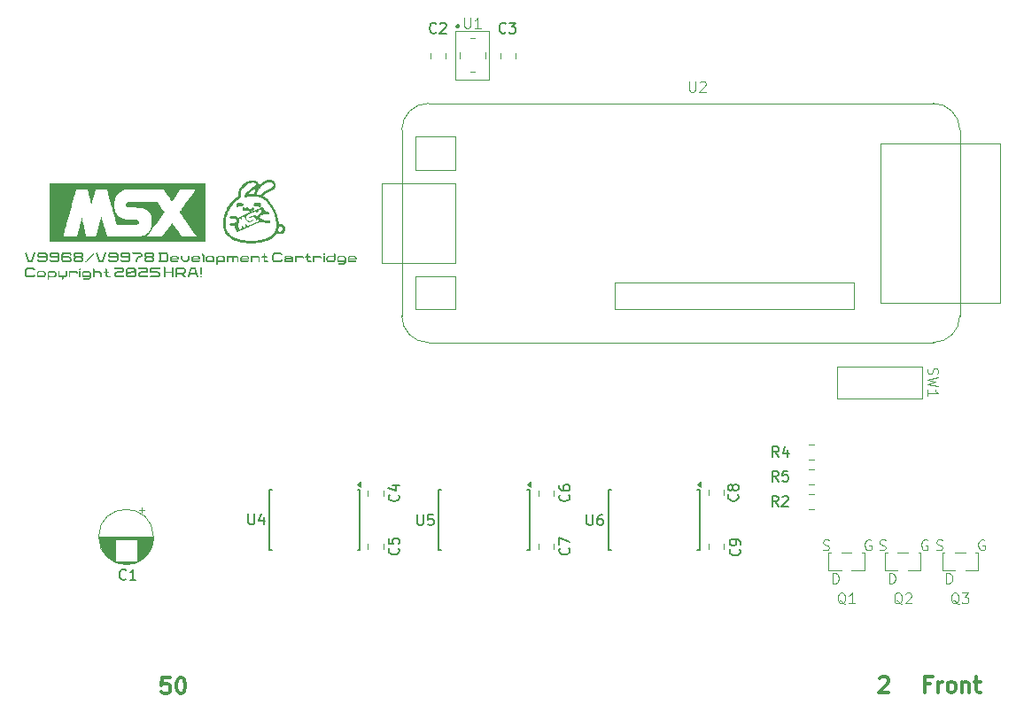
<source format=gto>
G04 #@! TF.GenerationSoftware,KiCad,Pcbnew,9.0.2*
G04 #@! TF.CreationDate,2025-06-08T15:26:52+09:00*
G04 #@! TF.ProjectId,vdp_cartridge,7664705f-6361-4727-9472-696467652e6b,rev?*
G04 #@! TF.SameCoordinates,Original*
G04 #@! TF.FileFunction,Legend,Top*
G04 #@! TF.FilePolarity,Positive*
%FSLAX46Y46*%
G04 Gerber Fmt 4.6, Leading zero omitted, Abs format (unit mm)*
G04 Created by KiCad (PCBNEW 9.0.2) date 2025-06-08 15:26:52*
%MOMM*%
%LPD*%
G01*
G04 APERTURE LIST*
%ADD10C,0.100000*%
%ADD11C,0.150000*%
%ADD12C,0.300000*%
%ADD13C,0.120000*%
%ADD14C,0.230278*%
%ADD15C,0.000000*%
G04 APERTURE END LIST*
D10*
G36*
X58482190Y-112264482D02*
G01*
X58481972Y-112194432D01*
X58492976Y-112134158D01*
X58514233Y-112081803D01*
X58545709Y-112035926D01*
X58588302Y-111995616D01*
X58643766Y-111960578D01*
X58714587Y-111931152D01*
X59173763Y-111931152D01*
X59182190Y-111931152D01*
X59190555Y-111931152D01*
X59212964Y-111931152D01*
X59232565Y-111933961D01*
X59293465Y-111961352D01*
X59349849Y-111998662D01*
X59402264Y-112046649D01*
X59450979Y-112106518D01*
X59450979Y-112151276D01*
X59450979Y-112159702D01*
X59450979Y-112168067D01*
X59426248Y-112198746D01*
X59393605Y-112216283D01*
X59350168Y-112221312D01*
X59334240Y-112215081D01*
X59319393Y-112204460D01*
X59310967Y-112201712D01*
X59294175Y-112182111D01*
X59271766Y-112162511D01*
X59257783Y-112145719D01*
X59252165Y-112140102D01*
X59241663Y-112131003D01*
X59229756Y-112117692D01*
X59207408Y-112103709D01*
X59173763Y-112095283D01*
X58801354Y-112095283D01*
X58773388Y-112095283D01*
X58750979Y-112099191D01*
X58742614Y-112099191D01*
X58734187Y-112103099D01*
X58725761Y-112103099D01*
X58693868Y-112126747D01*
X58666959Y-112159397D01*
X58661403Y-112162206D01*
X58655785Y-112176982D01*
X58650168Y-112195972D01*
X58647359Y-112201590D01*
X58647359Y-112235356D01*
X58647359Y-112243783D01*
X58647359Y-112609536D01*
X58649312Y-112631183D01*
X58655785Y-112657408D01*
X58680631Y-112690175D01*
X58712889Y-112716310D01*
X58753788Y-112736176D01*
X58787371Y-112736176D01*
X58795798Y-112736176D01*
X59170955Y-112736176D01*
X59190555Y-112733367D01*
X59235519Y-112705013D01*
X59280192Y-112660583D01*
X59289962Y-112652889D01*
X59299793Y-112640983D01*
X59316584Y-112629808D01*
X59322202Y-112624191D01*
X59327758Y-112621382D01*
X59333376Y-112615764D01*
X59338994Y-112613017D01*
X59358594Y-112610208D01*
X59381003Y-112610208D01*
X59400604Y-112613017D01*
X59428061Y-112634159D01*
X59450979Y-112666201D01*
X59450979Y-112669009D01*
X59450979Y-112666201D01*
X59450979Y-112671818D01*
X59450979Y-112669009D01*
X59450979Y-112674566D01*
X59450979Y-112671818D01*
X59450979Y-112677375D01*
X59450979Y-112674566D01*
X59450979Y-112680184D01*
X59450979Y-112677375D01*
X59450979Y-112682992D01*
X59450979Y-112680184D01*
X59450979Y-112685801D01*
X59450979Y-112682992D01*
X59450979Y-112685801D01*
X59450979Y-112708210D01*
X59450979Y-112711019D01*
X59450979Y-112708210D01*
X59450979Y-112713767D01*
X59450979Y-112711019D01*
X59450979Y-112716576D01*
X59450979Y-112713767D01*
X59450979Y-112719384D01*
X59450979Y-112716576D01*
X59450979Y-112722193D01*
X59450979Y-112719384D01*
X59450979Y-112722193D01*
X59410014Y-112777456D01*
X59360563Y-112824826D01*
X59301823Y-112864818D01*
X59232565Y-112897499D01*
X59215773Y-112900307D01*
X58829381Y-112900307D01*
X58820955Y-112900307D01*
X58760633Y-112903092D01*
X58704629Y-112894850D01*
X58651790Y-112875815D01*
X58601184Y-112845400D01*
X58552165Y-112802244D01*
X58519602Y-112758444D01*
X58490616Y-112698624D01*
X58484999Y-112681832D01*
X58482190Y-112665040D01*
X58482190Y-112264482D01*
G37*
G36*
X60260138Y-112261965D02*
G01*
X60288793Y-112269978D01*
X60315722Y-112282355D01*
X60337092Y-112297333D01*
X60421112Y-112368896D01*
X60441117Y-112390854D01*
X60457443Y-112418783D01*
X60468081Y-112449215D01*
X60471487Y-112478378D01*
X60471487Y-112676337D01*
X60468083Y-112705508D01*
X60457443Y-112735993D01*
X60440843Y-112763761D01*
X60419707Y-112785819D01*
X60337092Y-112855977D01*
X60314625Y-112870914D01*
X60288060Y-112882661D01*
X60260070Y-112890098D01*
X60233472Y-112892492D01*
X59855506Y-112892492D01*
X59828900Y-112890100D01*
X59800857Y-112882661D01*
X59774579Y-112870848D01*
X59753291Y-112855977D01*
X59669271Y-112788627D01*
X59649249Y-112766681D01*
X59632879Y-112738802D01*
X59622286Y-112708320D01*
X59618896Y-112679145D01*
X59618896Y-112474836D01*
X59765930Y-112474836D01*
X59765930Y-112675665D01*
X59779913Y-112687511D01*
X59806536Y-112709126D01*
X59832425Y-112730070D01*
X59844332Y-112741183D01*
X59856911Y-112743992D01*
X60232129Y-112743992D01*
X60243303Y-112741183D01*
X60255210Y-112730742D01*
X60281771Y-112708455D01*
X60309065Y-112686167D01*
X60323109Y-112674261D01*
X60324514Y-112672856D01*
X60324514Y-112481797D01*
X60323109Y-112480454D01*
X60309065Y-112468608D01*
X60281771Y-112445588D01*
X60255210Y-112422568D01*
X60241898Y-112412127D01*
X60232129Y-112407914D01*
X59856911Y-112407914D01*
X59850621Y-112409318D01*
X59844332Y-112412127D01*
X59832425Y-112421897D01*
X59806536Y-112442779D01*
X59779913Y-112463723D01*
X59765930Y-112474836D01*
X59618896Y-112474836D01*
X59618896Y-112469951D01*
X59622287Y-112440786D01*
X59632879Y-112410356D01*
X59649530Y-112382534D01*
X59670675Y-112360470D01*
X59753291Y-112295928D01*
X59774684Y-112281098D01*
X59801590Y-112269245D01*
X59830047Y-112261758D01*
X59855506Y-112259414D01*
X60233472Y-112259414D01*
X60260138Y-112261965D01*
G37*
G36*
X61280060Y-112269796D02*
G01*
X61308079Y-112277793D01*
X61334547Y-112289832D01*
X61355707Y-112303744D01*
X61439726Y-112371094D01*
X61459888Y-112393023D01*
X61476790Y-112420981D01*
X61487946Y-112451447D01*
X61491506Y-112480576D01*
X61491506Y-112692579D01*
X61487794Y-112721683D01*
X61476119Y-112752235D01*
X61458403Y-112780055D01*
X61436918Y-112802061D01*
X61355707Y-112865197D01*
X61334428Y-112878928D01*
X61307408Y-112890477D01*
X61278950Y-112897963D01*
X61253491Y-112900307D01*
X60875464Y-112900307D01*
X60829302Y-112893224D01*
X60785888Y-112873441D01*
X60785888Y-113037572D01*
X60780452Y-113065954D01*
X60764151Y-113089779D01*
X60740222Y-113105935D01*
X60711700Y-113111333D01*
X60683307Y-113105874D01*
X60659920Y-113089596D01*
X60644193Y-113065710D01*
X60638915Y-113037144D01*
X60638915Y-112688610D01*
X60638915Y-112486865D01*
X60785888Y-112486865D01*
X60785888Y-112684885D01*
X60785888Y-112686290D01*
X60799871Y-112697403D01*
X60826494Y-112718346D01*
X60852383Y-112738558D01*
X60864290Y-112747595D01*
X60870579Y-112751136D01*
X60876869Y-112751808D01*
X61252087Y-112751808D01*
X61266070Y-112747595D01*
X61277977Y-112738558D01*
X61303134Y-112719079D01*
X61329023Y-112698807D01*
X61344472Y-112687633D01*
X61344472Y-112485461D01*
X61343067Y-112484057D01*
X61329023Y-112472882D01*
X61302462Y-112451267D01*
X61276572Y-112429712D01*
X61264665Y-112419943D01*
X61258376Y-112417134D01*
X61252087Y-112415730D01*
X60876869Y-112415730D01*
X60871251Y-112417134D01*
X60865695Y-112419943D01*
X60853788Y-112430384D01*
X60827165Y-112452671D01*
X60799871Y-112475020D01*
X60785888Y-112486865D01*
X60638915Y-112486865D01*
X60638915Y-112482835D01*
X60638915Y-112473005D01*
X60644472Y-112442230D01*
X60662668Y-112404433D01*
X60689290Y-112373598D01*
X60771905Y-112305027D01*
X60794293Y-112289990D01*
X60820876Y-112277732D01*
X60848938Y-112269779D01*
X60875464Y-112267230D01*
X61253491Y-112267230D01*
X61280060Y-112269796D01*
G37*
G36*
X62437275Y-112263322D02*
G01*
X62408772Y-112268624D01*
X62385435Y-112284327D01*
X62369793Y-112307859D01*
X62364430Y-112337572D01*
X62364430Y-112372560D01*
X62363697Y-112454503D01*
X62363025Y-112554643D01*
X62363025Y-112638662D01*
X62363025Y-112676459D01*
X62363025Y-112677863D01*
X62348310Y-112689770D01*
X62321687Y-112712179D01*
X62295126Y-112734589D01*
X62283219Y-112745091D01*
X62272045Y-112747900D01*
X61896827Y-112747900D01*
X61885653Y-112745091D01*
X61873746Y-112734589D01*
X61847123Y-112712179D01*
X61819829Y-112689770D01*
X61805846Y-112677863D01*
X61805846Y-112676459D01*
X61805846Y-112337572D01*
X61800321Y-112307918D01*
X61784109Y-112284327D01*
X61760223Y-112268599D01*
X61731658Y-112263322D01*
X61703160Y-112268637D01*
X61679817Y-112284388D01*
X61664173Y-112307971D01*
X61658812Y-112337694D01*
X61658812Y-112680245D01*
X61662046Y-112709451D01*
X61672123Y-112739901D01*
X61688197Y-112767644D01*
X61709187Y-112789726D01*
X61791802Y-112859885D01*
X61814260Y-112874825D01*
X61840773Y-112886569D01*
X61868816Y-112894007D01*
X61895422Y-112896400D01*
X62011621Y-112896400D01*
X62011621Y-113037389D01*
X62016895Y-113065839D01*
X62032626Y-113089657D01*
X62056017Y-113105884D01*
X62084466Y-113111333D01*
X62112863Y-113105887D01*
X62136246Y-113089657D01*
X62151977Y-113065839D01*
X62157251Y-113037389D01*
X62157251Y-112896400D01*
X62273449Y-112896400D01*
X62300144Y-112894021D01*
X62328770Y-112886569D01*
X62355676Y-112874715D01*
X62377069Y-112859885D01*
X62459684Y-112789726D01*
X62480717Y-112767752D01*
X62496748Y-112740573D01*
X62506771Y-112710567D01*
X62510060Y-112680245D01*
X62511403Y-112337694D01*
X62505978Y-112309118D01*
X62489726Y-112285121D01*
X62465779Y-112268773D01*
X62437275Y-112263322D01*
G37*
G36*
X63475368Y-112337267D02*
G01*
X63438976Y-112308995D01*
X63417663Y-112295317D01*
X63390677Y-112284266D01*
X63362248Y-112277246D01*
X63336822Y-112275046D01*
X62817378Y-112275046D01*
X62796373Y-112277854D01*
X62775469Y-112266983D01*
X62751616Y-112263322D01*
X62723108Y-112268611D01*
X62699775Y-112284266D01*
X62684132Y-112307680D01*
X62678770Y-112337267D01*
X62678770Y-112819951D01*
X62684069Y-112848339D01*
X62699775Y-112871609D01*
X62723103Y-112887217D01*
X62751616Y-112892492D01*
X62780191Y-112887241D01*
X62804067Y-112871609D01*
X62820349Y-112848348D01*
X62825805Y-112820135D01*
X62825805Y-112423545D01*
X63336822Y-112423545D01*
X63343783Y-112424950D01*
X63350805Y-112427759D01*
X63365459Y-112439665D01*
X63384388Y-112452977D01*
X63391531Y-112478969D01*
X63407469Y-112501276D01*
X63429989Y-112516450D01*
X63457172Y-112521548D01*
X63485738Y-112516120D01*
X63509684Y-112499871D01*
X63525934Y-112475925D01*
X63531361Y-112447359D01*
X63527438Y-112416993D01*
X63515241Y-112386054D01*
X63496912Y-112358250D01*
X63475368Y-112337267D01*
G37*
G36*
X63830192Y-112112868D02*
G01*
X63823734Y-112079242D01*
X63804302Y-112050770D01*
X63775767Y-112031390D01*
X63742021Y-112024941D01*
X63708221Y-112031393D01*
X63679678Y-112050770D01*
X63660246Y-112079242D01*
X63653788Y-112112868D01*
X63660246Y-112146495D01*
X63679678Y-112174967D01*
X63708221Y-112194344D01*
X63742021Y-112200796D01*
X63775767Y-112194347D01*
X63804302Y-112174967D01*
X63823734Y-112146495D01*
X63830192Y-112112868D01*
G37*
G36*
X63669236Y-112335313D02*
G01*
X63669236Y-112819707D01*
X63674535Y-112848157D01*
X63690241Y-112871487D01*
X63713570Y-112887192D01*
X63742021Y-112892492D01*
X63770471Y-112887192D01*
X63793800Y-112871487D01*
X63809506Y-112848157D01*
X63814805Y-112819707D01*
X63814805Y-112335313D01*
X63809445Y-112305653D01*
X63793800Y-112282129D01*
X63770471Y-112266423D01*
X63742021Y-112261124D01*
X63713570Y-112266423D01*
X63690241Y-112282129D01*
X63674596Y-112305653D01*
X63669236Y-112335313D01*
G37*
G36*
X64593070Y-112265859D02*
G01*
X64621722Y-112273824D01*
X64648652Y-112286202D01*
X64670021Y-112301180D01*
X64754041Y-112372682D01*
X64774047Y-112394581D01*
X64790372Y-112422446D01*
X64801009Y-112452826D01*
X64804416Y-112481980D01*
X64804416Y-112675421D01*
X64803683Y-112681771D01*
X64803011Y-112687999D01*
X64803683Y-112692945D01*
X64804416Y-112697830D01*
X64804416Y-112884248D01*
X64801360Y-112912152D01*
X64791776Y-112941707D01*
X64777158Y-112969128D01*
X64759597Y-112990799D01*
X64684004Y-113066454D01*
X64662378Y-113084059D01*
X64634972Y-113098694D01*
X64605470Y-113108276D01*
X64577575Y-113111333D01*
X64112781Y-113111333D01*
X64084276Y-113105857D01*
X64060269Y-113089412D01*
X64044026Y-113065221D01*
X64038592Y-113036351D01*
X64044045Y-113007649D01*
X64060269Y-112984022D01*
X64084219Y-112968149D01*
X64112781Y-112962834D01*
X64574828Y-112962834D01*
X64577575Y-112961490D01*
X64580384Y-112960086D01*
X64592963Y-112947752D01*
X64617509Y-112923694D01*
X64641994Y-112899697D01*
X64654573Y-112888706D01*
X64657382Y-112881867D01*
X64657382Y-112868128D01*
X64613296Y-112888645D01*
X64566401Y-112896400D01*
X64188435Y-112896400D01*
X64162976Y-112894055D01*
X64134519Y-112886569D01*
X64107499Y-112875020D01*
X64086220Y-112861290D01*
X64003605Y-112795344D01*
X63982456Y-112773289D01*
X63965808Y-112745518D01*
X63955215Y-112715036D01*
X63951825Y-112685862D01*
X63951825Y-112482957D01*
X64098798Y-112482957D01*
X64098798Y-112680977D01*
X64098798Y-112682382D01*
X64112781Y-112693495D01*
X64139404Y-112714439D01*
X64165293Y-112734650D01*
X64177200Y-112743687D01*
X64183489Y-112747228D01*
X64189779Y-112747900D01*
X64564997Y-112747900D01*
X64574766Y-112745091D01*
X64587345Y-112733978D01*
X64614639Y-112710286D01*
X64641933Y-112686534D01*
X64655977Y-112674016D01*
X64657382Y-112672612D01*
X64657382Y-112485705D01*
X64655977Y-112484362D01*
X64641933Y-112472516D01*
X64614639Y-112449496D01*
X64588078Y-112426476D01*
X64574766Y-112416035D01*
X64564997Y-112411822D01*
X64189779Y-112411822D01*
X64184161Y-112413226D01*
X64178605Y-112416035D01*
X64166698Y-112426476D01*
X64140075Y-112448763D01*
X64112781Y-112471112D01*
X64098798Y-112482957D01*
X63951825Y-112482957D01*
X63951825Y-112479477D01*
X63955060Y-112450279D01*
X63965136Y-112419882D01*
X63981214Y-112392088D01*
X64002200Y-112369995D01*
X64084815Y-112301241D01*
X64107249Y-112286150D01*
X64133786Y-112273886D01*
X64161858Y-112265887D01*
X64188435Y-112263322D01*
X64566401Y-112263322D01*
X64593070Y-112265859D01*
G37*
G36*
X65801965Y-112417745D02*
G01*
X65670379Y-112284388D01*
X65645101Y-112268417D01*
X65618599Y-112263322D01*
X65177558Y-112263322D01*
X65149855Y-112268509D01*
X65124374Y-112284510D01*
X65118756Y-112291593D01*
X65118756Y-112113479D01*
X65113294Y-112085034D01*
X65097019Y-112061639D01*
X65073128Y-112045863D01*
X65044568Y-112040573D01*
X65016122Y-112045885D01*
X64992788Y-112061639D01*
X64977088Y-112084985D01*
X64971783Y-112113540D01*
X64971783Y-112823432D01*
X64977086Y-112851998D01*
X64992788Y-112875395D01*
X65016117Y-112891100D01*
X65044568Y-112896400D01*
X65073133Y-112891122D01*
X65097019Y-112875395D01*
X65113294Y-112851999D01*
X65118756Y-112823554D01*
X65118756Y-112501459D01*
X65164918Y-112454564D01*
X65206928Y-112411822D01*
X65587764Y-112411822D01*
X65677340Y-112501459D01*
X65677340Y-112823554D01*
X65682642Y-112852057D01*
X65698345Y-112875395D01*
X65721682Y-112891098D01*
X65750185Y-112896400D01*
X65778746Y-112891109D01*
X65802636Y-112875334D01*
X65818914Y-112851887D01*
X65824374Y-112823432D01*
X65824374Y-112469646D01*
X65818880Y-112442208D01*
X65801965Y-112417745D01*
G37*
G36*
X66581099Y-112900307D02*
G01*
X66609519Y-112894803D01*
X66632879Y-112878387D01*
X66648248Y-112854252D01*
X66652479Y-112825325D01*
X66647025Y-112796633D01*
X66630803Y-112773057D01*
X66606890Y-112757142D01*
X66578291Y-112751808D01*
X66553134Y-112751808D01*
X66497080Y-112751808D01*
X66439683Y-112751808D01*
X66413121Y-112751808D01*
X66403291Y-112748999D01*
X66391384Y-112738558D01*
X66364761Y-112715599D01*
X66337467Y-112692579D01*
X66323484Y-112680672D01*
X66322080Y-112679329D01*
X66322080Y-112474348D01*
X66446705Y-112474348D01*
X66475256Y-112469030D01*
X66499156Y-112453160D01*
X66515428Y-112429528D01*
X66520893Y-112400831D01*
X66515361Y-112370883D01*
X66499156Y-112347097D01*
X66475251Y-112331179D01*
X66446705Y-112325848D01*
X66322080Y-112325848D01*
X66322080Y-112121539D01*
X66316811Y-112093394D01*
X66301075Y-112069821D01*
X66277517Y-112053844D01*
X66247891Y-112048388D01*
X66219475Y-112053781D01*
X66196112Y-112069821D01*
X66180375Y-112093394D01*
X66175107Y-112121539D01*
X66175107Y-112325848D01*
X66064526Y-112325848D01*
X66036042Y-112331204D01*
X66012685Y-112347097D01*
X65997050Y-112370823D01*
X65991680Y-112400831D01*
X65996985Y-112429586D01*
X66012685Y-112453160D01*
X66036037Y-112469006D01*
X66064526Y-112474348D01*
X66175107Y-112474348D01*
X66175107Y-112683786D01*
X66178344Y-112713099D01*
X66188418Y-112743565D01*
X66204496Y-112771359D01*
X66225482Y-112793451D01*
X66309501Y-112865136D01*
X66330874Y-112880175D01*
X66357800Y-112892614D01*
X66386627Y-112900187D01*
X66414526Y-112901712D01*
X66581099Y-112900307D01*
G37*
G36*
X66989596Y-111998135D02*
G01*
X66995805Y-111965241D01*
X67014081Y-111938968D01*
X67041122Y-111921428D01*
X67073615Y-111915520D01*
X67688191Y-111915520D01*
X67735554Y-111920781D01*
X67785522Y-111937258D01*
X67831737Y-111962166D01*
X67867404Y-111991174D01*
X67895370Y-112017797D01*
X67924294Y-112053730D01*
X67949287Y-112101206D01*
X67965838Y-112152214D01*
X67971024Y-112198537D01*
X67971024Y-112209772D01*
X67966145Y-112256068D01*
X67950691Y-112306431D01*
X67926847Y-112353226D01*
X67898179Y-112389107D01*
X67874426Y-112414325D01*
X67838505Y-112443266D01*
X67791078Y-112468303D01*
X67740080Y-112484809D01*
X67693809Y-112489979D01*
X67272429Y-112489979D01*
X67257953Y-112492015D01*
X67238784Y-112499139D01*
X67210818Y-112516785D01*
X67182792Y-112543591D01*
X67167343Y-112571801D01*
X67158978Y-112604224D01*
X67158978Y-112615520D01*
X67167343Y-112648676D01*
X67182792Y-112677558D01*
X67210818Y-112704364D01*
X67238784Y-112720606D01*
X67272429Y-112728360D01*
X67885600Y-112728360D01*
X67918086Y-112734594D01*
X67945806Y-112753395D01*
X67964757Y-112780885D01*
X67971024Y-112813052D01*
X67964646Y-112846245D01*
X67945806Y-112872830D01*
X67918198Y-112890487D01*
X67885600Y-112896400D01*
X67272429Y-112896400D01*
X67224936Y-112891311D01*
X67174365Y-112875334D01*
X67127607Y-112850853D01*
X67091811Y-112821966D01*
X67063784Y-112795283D01*
X67035052Y-112759269D01*
X67010600Y-112711752D01*
X66994614Y-112660602D01*
X66989596Y-112614116D01*
X66989596Y-112602820D01*
X66994573Y-112557577D01*
X67010600Y-112506649D01*
X67035055Y-112459079D01*
X67063784Y-112423057D01*
X67091811Y-112396373D01*
X67127607Y-112367486D01*
X67174365Y-112343006D01*
X67224936Y-112327029D01*
X67272429Y-112321940D01*
X67693809Y-112321940D01*
X67725255Y-112312842D01*
X67751206Y-112295318D01*
X67776424Y-112271443D01*
X67792483Y-112242073D01*
X67799560Y-112222854D01*
X67801581Y-112208367D01*
X67801581Y-112197132D01*
X67792483Y-112164159D01*
X67776424Y-112136865D01*
X67748397Y-112108777D01*
X67719698Y-112091986D01*
X67686787Y-112083559D01*
X67073615Y-112080812D01*
X67041059Y-112074778D01*
X67013409Y-112056693D01*
X66994828Y-112029946D01*
X66989596Y-111998135D01*
G37*
G36*
X68882910Y-111920710D02*
G01*
X68933280Y-111937197D01*
X68980125Y-111962136D01*
X69015895Y-111991052D01*
X69043922Y-112019079D01*
X69072842Y-112054840D01*
X69097778Y-112101633D01*
X69114272Y-112152173D01*
X69119515Y-112199575D01*
X69119515Y-112613749D01*
X69114272Y-112661151D01*
X69097778Y-112711691D01*
X69072842Y-112758484D01*
X69043922Y-112794245D01*
X69015895Y-112822211D01*
X68980093Y-112851033D01*
X68933280Y-112875456D01*
X68882943Y-112891378D01*
X68836682Y-112896400D01*
X68420920Y-112896400D01*
X68373421Y-112891340D01*
X68322856Y-112875456D01*
X68276095Y-112851036D01*
X68240302Y-112822211D01*
X68212275Y-112794245D01*
X68183498Y-112758457D01*
X68159091Y-112711691D01*
X68143160Y-112661184D01*
X68142410Y-112654172D01*
X68318704Y-112654172D01*
X68331283Y-112676520D01*
X68359309Y-112704547D01*
X68387275Y-112719995D01*
X68420920Y-112728360D01*
X68836682Y-112728360D01*
X68869594Y-112719995D01*
X68896888Y-112704547D01*
X68924915Y-112676520D01*
X68940974Y-112648554D01*
X68948052Y-112629395D01*
X68950072Y-112614971D01*
X68950072Y-112350334D01*
X68318704Y-112654172D01*
X68142410Y-112654172D01*
X68138086Y-112613749D01*
X68138086Y-112199575D01*
X68138217Y-112198353D01*
X68307469Y-112198353D01*
X68307469Y-112469951D01*
X68940302Y-112164770D01*
X68924915Y-112136743D01*
X68896888Y-112108716D01*
X68869594Y-112092657D01*
X68851069Y-112085601D01*
X68836682Y-112083559D01*
X68420859Y-112083559D01*
X68406434Y-112085579D01*
X68387275Y-112092657D01*
X68359248Y-112108716D01*
X68331283Y-112136743D01*
X68315834Y-112164770D01*
X68307469Y-112198353D01*
X68138217Y-112198353D01*
X68143160Y-112152140D01*
X68159091Y-112101633D01*
X68183498Y-112054867D01*
X68212275Y-112019079D01*
X68240302Y-111991052D01*
X68276063Y-111962133D01*
X68322856Y-111937197D01*
X68373454Y-111920750D01*
X68420920Y-111915520D01*
X68836682Y-111915520D01*
X68882910Y-111920710D01*
G37*
G36*
X69288409Y-111998135D02*
G01*
X69294619Y-111965241D01*
X69312895Y-111938968D01*
X69339936Y-111921428D01*
X69372429Y-111915520D01*
X69987005Y-111915520D01*
X70034368Y-111920781D01*
X70084336Y-111937258D01*
X70130551Y-111962166D01*
X70166218Y-111991174D01*
X70194184Y-112017797D01*
X70223108Y-112053730D01*
X70248100Y-112101206D01*
X70264651Y-112152214D01*
X70269838Y-112198537D01*
X70269838Y-112209772D01*
X70264959Y-112256068D01*
X70249505Y-112306431D01*
X70225661Y-112353226D01*
X70196993Y-112389107D01*
X70173240Y-112414325D01*
X70137318Y-112443266D01*
X70089892Y-112468303D01*
X70038894Y-112484809D01*
X69992622Y-112489979D01*
X69571242Y-112489979D01*
X69556766Y-112492015D01*
X69537598Y-112499139D01*
X69509632Y-112516785D01*
X69481605Y-112543591D01*
X69466157Y-112571801D01*
X69457792Y-112604224D01*
X69457792Y-112615520D01*
X69466157Y-112648676D01*
X69481605Y-112677558D01*
X69509632Y-112704364D01*
X69537598Y-112720606D01*
X69571242Y-112728360D01*
X70184414Y-112728360D01*
X70216899Y-112734594D01*
X70244620Y-112753395D01*
X70263571Y-112780885D01*
X70269838Y-112813052D01*
X70263460Y-112846245D01*
X70244620Y-112872830D01*
X70217012Y-112890487D01*
X70184414Y-112896400D01*
X69571242Y-112896400D01*
X69523749Y-112891311D01*
X69473179Y-112875334D01*
X69426421Y-112850853D01*
X69390625Y-112821966D01*
X69362598Y-112795283D01*
X69333865Y-112759269D01*
X69309414Y-112711752D01*
X69293427Y-112660602D01*
X69288409Y-112614116D01*
X69288409Y-112602820D01*
X69293386Y-112557577D01*
X69309414Y-112506649D01*
X69333869Y-112459079D01*
X69362598Y-112423057D01*
X69390625Y-112396373D01*
X69426421Y-112367486D01*
X69473179Y-112343006D01*
X69523749Y-112327029D01*
X69571242Y-112321940D01*
X69992622Y-112321940D01*
X70024069Y-112312842D01*
X70050019Y-112295318D01*
X70075238Y-112271443D01*
X70091296Y-112242073D01*
X70098373Y-112222854D01*
X70100395Y-112208367D01*
X70100395Y-112197132D01*
X70091296Y-112164159D01*
X70075238Y-112136865D01*
X70047211Y-112108777D01*
X70018512Y-112091986D01*
X69985600Y-112083559D01*
X69372429Y-112080812D01*
X69339873Y-112074778D01*
X69312223Y-112056693D01*
X69293641Y-112029946D01*
X69288409Y-111998135D01*
G37*
G36*
X70592300Y-111915520D02*
G01*
X71332905Y-111915520D01*
X71365447Y-111921594D01*
X71393111Y-111939822D01*
X71412037Y-111966765D01*
X71418329Y-111998868D01*
X71412064Y-112031045D01*
X71393111Y-112058585D01*
X71365395Y-112077339D01*
X71332905Y-112083559D01*
X70606283Y-112083559D01*
X70606283Y-112321940D01*
X71136900Y-112321940D01*
X71180746Y-112326095D01*
X71230018Y-112339404D01*
X71276673Y-112359969D01*
X71313305Y-112384711D01*
X71331501Y-112400037D01*
X71364412Y-112434852D01*
X71393111Y-112481614D01*
X71412307Y-112532721D01*
X71418329Y-112579861D01*
X71418329Y-112616131D01*
X71413126Y-112662172D01*
X71396591Y-112712363D01*
X71371660Y-112758977D01*
X71342736Y-112794611D01*
X71314709Y-112822516D01*
X71278920Y-112851179D01*
X71232094Y-112875517D01*
X71181931Y-112891434D01*
X71136900Y-112896400D01*
X70520920Y-112896400D01*
X70488451Y-112890299D01*
X70461385Y-112872097D01*
X70443033Y-112845212D01*
X70436900Y-112813052D01*
X70443008Y-112780829D01*
X70461385Y-112753395D01*
X70488550Y-112734616D01*
X70520920Y-112728360D01*
X71136900Y-112728360D01*
X71168407Y-112719934D01*
X71195702Y-112704547D01*
X71223728Y-112676459D01*
X71239787Y-112648493D01*
X71248885Y-112616192D01*
X71248885Y-112579739D01*
X71240459Y-112552383D01*
X71225133Y-112530646D01*
X71206937Y-112515197D01*
X71193839Y-112506521D01*
X71172560Y-112497734D01*
X71136900Y-112489979D01*
X70592300Y-112489979D01*
X70560989Y-112486799D01*
X70532094Y-112477401D01*
X70505770Y-112462664D01*
X70483123Y-112443879D01*
X70464272Y-112421240D01*
X70449479Y-112394969D01*
X70440082Y-112366126D01*
X70436900Y-112334824D01*
X70436900Y-112070675D01*
X70440083Y-112039382D01*
X70449479Y-112010592D01*
X70464266Y-111984276D01*
X70483062Y-111961682D01*
X70505713Y-111942848D01*
X70532033Y-111928099D01*
X70560936Y-111918702D01*
X70592300Y-111915520D01*
G37*
G36*
X71752881Y-111971757D02*
G01*
X71763036Y-111935636D01*
X71779568Y-111912819D01*
X71802462Y-111899779D01*
X71834091Y-111895981D01*
X71866659Y-111900899D01*
X71890340Y-111914514D01*
X71907427Y-111937182D01*
X71918111Y-111971818D01*
X71918111Y-112325848D01*
X72556501Y-112325848D01*
X72556501Y-112020667D01*
X72560800Y-111977394D01*
X72575826Y-111949836D01*
X72601047Y-111933145D01*
X72640459Y-111926878D01*
X72678852Y-111933207D01*
X72703430Y-111950157D01*
X72717998Y-111978479D01*
X72721670Y-112023476D01*
X72721670Y-112835461D01*
X72714048Y-112866186D01*
X72700040Y-112886494D01*
X72679541Y-112899039D01*
X72650290Y-112904093D01*
X72619403Y-112901226D01*
X72594861Y-112890546D01*
X72575025Y-112872003D01*
X72559309Y-112843887D01*
X72556501Y-112811647D01*
X72556501Y-112493887D01*
X71918111Y-112493887D01*
X71915302Y-112841078D01*
X71906953Y-112865839D01*
X71892574Y-112883208D01*
X71871422Y-112894655D01*
X71841113Y-112899880D01*
X71812895Y-112896847D01*
X71789516Y-112885422D01*
X71769607Y-112864881D01*
X71752881Y-112832652D01*
X71752881Y-111971757D01*
G37*
G36*
X73636970Y-111931152D02*
G01*
X73645335Y-111931152D01*
X73664936Y-111936769D01*
X73730205Y-111971397D01*
X73781179Y-112013347D01*
X73819904Y-112062849D01*
X73847436Y-112120953D01*
X73863749Y-112189439D01*
X73868293Y-112272237D01*
X73861138Y-112343511D01*
X73843628Y-112405215D01*
X73816365Y-112458989D01*
X73779174Y-112506069D01*
X73731114Y-112547192D01*
X73670553Y-112582547D01*
X73715372Y-112629503D01*
X73832975Y-112745030D01*
X73838592Y-112750587D01*
X73855384Y-112770187D01*
X73863749Y-112787040D01*
X73865289Y-112821318D01*
X73857596Y-112850458D01*
X73840815Y-112876067D01*
X73813374Y-112899025D01*
X73776982Y-112899025D01*
X73768556Y-112899025D01*
X73760190Y-112899025D01*
X73751764Y-112899025D01*
X73728683Y-112883638D01*
X73704137Y-112859824D01*
X73443774Y-112599400D01*
X73060190Y-112599400D01*
X73060190Y-112812197D01*
X73057382Y-112848589D01*
X73033526Y-112878439D01*
X73008503Y-112894771D01*
X72981250Y-112900349D01*
X72949797Y-112895204D01*
X72911752Y-112876616D01*
X72894960Y-112843032D01*
X72894960Y-112431361D01*
X73060190Y-112431361D01*
X73583786Y-112431361D01*
X73592151Y-112431361D01*
X73611752Y-112425744D01*
X73643537Y-112403138D01*
X73668353Y-112374308D01*
X73686771Y-112338336D01*
X73698580Y-112293669D01*
X73702353Y-112235669D01*
X73692594Y-112188824D01*
X73670641Y-112150151D01*
X73635450Y-112117796D01*
X73583786Y-112091375D01*
X73564186Y-112091375D01*
X73060190Y-112091375D01*
X73060190Y-112431361D01*
X72894960Y-112431361D01*
X72894960Y-112044847D01*
X72897769Y-112039290D01*
X72897769Y-112028055D01*
X72903387Y-112022438D01*
X72903387Y-112014072D01*
X72928782Y-111978122D01*
X72962824Y-111949322D01*
X73007007Y-111927244D01*
X73578168Y-111927244D01*
X73605407Y-111926065D01*
X73636970Y-111931152D01*
G37*
G36*
X74741131Y-111927244D02*
G01*
X74749557Y-111927244D01*
X74764273Y-111937075D01*
X74783141Y-111946844D01*
X74808359Y-111969315D01*
X74811167Y-111974871D01*
X74816785Y-111977680D01*
X74818800Y-111980489D01*
X74822342Y-111983298D01*
X74833577Y-112000150D01*
X75032329Y-112767989D01*
X75035138Y-112793146D01*
X75035138Y-112840773D01*
X75014643Y-112867555D01*
X74984763Y-112891148D01*
X74951069Y-112892400D01*
X74919690Y-112885056D01*
X74889569Y-112868800D01*
X74875586Y-112846391D01*
X74869969Y-112829599D01*
X74864017Y-112796036D01*
X74827959Y-112653195D01*
X74813976Y-112599950D01*
X74811167Y-112591584D01*
X74777584Y-112591584D01*
X74769158Y-112591584D01*
X74721530Y-112591584D01*
X74710356Y-112591584D01*
X74699182Y-112591584D01*
X74377148Y-112591584D01*
X74365974Y-112591584D01*
X74357547Y-112591584D01*
X74343564Y-112591584D01*
X74335138Y-112591584D01*
X74295937Y-112591584D01*
X74284763Y-112636342D01*
X74281954Y-112641960D01*
X74279145Y-112653195D01*
X74234327Y-112812746D01*
X74223153Y-112851947D01*
X74197935Y-112877165D01*
X74195126Y-112882783D01*
X74155497Y-112891769D01*
X74122378Y-112887675D01*
X74093174Y-112871451D01*
X74066349Y-112840773D01*
X74066349Y-112795955D01*
X74067021Y-112786185D01*
X74069158Y-112773545D01*
X74168960Y-112423545D01*
X74343564Y-112423545D01*
X74377148Y-112423545D01*
X74715974Y-112423545D01*
X74752366Y-112423545D01*
X74760731Y-112423545D01*
X74769158Y-112423545D01*
X74763540Y-112403884D01*
X74713837Y-112193835D01*
X74690756Y-112108838D01*
X74687947Y-112094794D01*
X74682329Y-112083559D01*
X74648746Y-112083559D01*
X74640381Y-112083559D01*
X74497560Y-112083559D01*
X74483577Y-112083559D01*
X74444376Y-112083559D01*
X74421217Y-112148624D01*
X74343564Y-112423545D01*
X74168960Y-112423545D01*
X74284763Y-112017431D01*
X74293128Y-111997830D01*
X74321109Y-111967595D01*
X74357068Y-111941448D01*
X74402366Y-111919428D01*
X74458359Y-111919428D01*
X74466785Y-111919428D01*
X74477959Y-111919428D01*
X74486385Y-111919428D01*
X74500368Y-111919428D01*
X74634763Y-111919428D01*
X74671155Y-111919428D01*
X74690756Y-111919428D01*
X74707547Y-111919428D01*
X74741131Y-111927244D01*
G37*
G36*
X75286586Y-112900307D02*
G01*
X75256868Y-112894782D01*
X75256810Y-112894743D01*
X75286586Y-112900307D01*
G37*
G36*
X75316293Y-112894780D02*
G01*
X75286586Y-112900307D01*
X75316341Y-112894746D01*
X75316293Y-112894780D01*
G37*
G36*
X75316246Y-112753260D02*
G01*
X75339770Y-112768905D01*
X75340033Y-112769301D01*
X75341174Y-112770065D01*
X75357965Y-112794618D01*
X75363584Y-112824104D01*
X75357965Y-112853589D01*
X75341174Y-112878142D01*
X75316395Y-112894737D01*
X75316341Y-112894746D01*
X75340442Y-112878448D01*
X75356671Y-112854115D01*
X75362179Y-112824104D01*
X75356671Y-112794092D01*
X75340442Y-112769760D01*
X75340253Y-112769632D01*
X75355412Y-112792437D01*
X75360775Y-112822150D01*
X75355412Y-112851862D01*
X75339770Y-112875395D01*
X75316246Y-112891039D01*
X75286586Y-112896400D01*
X75256926Y-112891039D01*
X75233402Y-112875395D01*
X75217760Y-112851862D01*
X75212397Y-112822150D01*
X75217760Y-112792437D01*
X75232967Y-112769558D01*
X75232669Y-112769760D01*
X75216487Y-112794087D01*
X75210993Y-112824104D01*
X75216487Y-112854120D01*
X75232669Y-112878448D01*
X75256810Y-112894743D01*
X75256777Y-112894737D01*
X75231998Y-112878142D01*
X75215207Y-112853589D01*
X75209589Y-112824104D01*
X75215207Y-112794618D01*
X75231998Y-112770065D01*
X75233138Y-112769301D01*
X75233402Y-112768905D01*
X75256926Y-112753260D01*
X75286586Y-112747900D01*
X75256868Y-112753425D01*
X75256808Y-112753465D01*
X75286586Y-112747900D01*
X75316343Y-112753461D01*
X75316293Y-112753427D01*
X75286586Y-112747900D01*
X75316246Y-112753260D01*
G37*
G36*
X75318983Y-111933395D02*
G01*
X75346059Y-111951790D01*
X75364407Y-111978862D01*
X75370545Y-112011263D01*
X75370545Y-112568687D01*
X75364261Y-112603392D01*
X75346059Y-112630297D01*
X75319040Y-112648120D01*
X75286586Y-112654111D01*
X75254079Y-112648118D01*
X75227052Y-112630297D01*
X75208850Y-112603392D01*
X75202567Y-112568687D01*
X75202567Y-112011263D01*
X75208704Y-111978862D01*
X75227052Y-111951790D01*
X75254136Y-111933398D01*
X75286586Y-111927244D01*
X75318983Y-111933395D01*
G37*
G36*
X58511985Y-110564868D02*
G01*
X58518676Y-110532586D01*
X58531741Y-110508972D01*
X58551016Y-110491989D01*
X58577808Y-110480909D01*
X58605428Y-110478736D01*
X58630113Y-110485684D01*
X58653326Y-110502327D01*
X58675811Y-110531284D01*
X58894164Y-111234093D01*
X58913212Y-111266094D01*
X58940387Y-111284468D01*
X59052372Y-111283064D01*
X59071335Y-111277546D01*
X59086588Y-111262129D01*
X59098595Y-111232689D01*
X59212036Y-110880202D01*
X59325375Y-110514493D01*
X59349428Y-110489479D01*
X59374279Y-110476513D01*
X59401120Y-110473523D01*
X59431803Y-110480909D01*
X59460296Y-110495475D01*
X59478371Y-110514570D01*
X59488060Y-110538882D01*
X59489200Y-110570485D01*
X59252590Y-111329775D01*
X59234596Y-111372908D01*
X59210580Y-111405430D01*
X59177565Y-111429701D01*
X59126622Y-111448600D01*
X58869007Y-111448600D01*
X58827054Y-111432023D01*
X58790605Y-111404758D01*
X58761395Y-111366152D01*
X58734612Y-111304252D01*
X58511985Y-110564868D01*
G37*
G36*
X60410062Y-110472910D02*
G01*
X60460432Y-110489397D01*
X60507236Y-110514329D01*
X60543047Y-110543252D01*
X60571074Y-110571279D01*
X60599994Y-110607040D01*
X60624930Y-110653833D01*
X60641424Y-110704373D01*
X60646667Y-110751775D01*
X60646667Y-111165949D01*
X60641424Y-111213351D01*
X60624930Y-111263891D01*
X60599994Y-111310684D01*
X60571074Y-111346445D01*
X60543047Y-111374411D01*
X60507204Y-111403239D01*
X60460432Y-111427656D01*
X60410095Y-111443578D01*
X60363834Y-111448600D01*
X59948072Y-111448600D01*
X59900568Y-111443568D01*
X59850008Y-111427778D01*
X59803228Y-111403565D01*
X59767454Y-111375021D01*
X59690457Y-111297230D01*
X59670503Y-111271797D01*
X59663834Y-111239955D01*
X59670364Y-111207351D01*
X59690457Y-111178345D01*
X59716919Y-111160543D01*
X59749258Y-111154531D01*
X59780864Y-111160391D01*
X59809464Y-111178345D01*
X59886461Y-111256747D01*
X59914427Y-111272195D01*
X59948072Y-111280560D01*
X60363834Y-111280560D01*
X60396685Y-111272134D01*
X60424040Y-111256564D01*
X60452067Y-111228354D01*
X60468126Y-111200205D01*
X60475203Y-111180871D01*
X60477224Y-111166316D01*
X60477224Y-111042179D01*
X59948072Y-111042179D01*
X59900573Y-111037119D01*
X59850008Y-111021236D01*
X59803237Y-110996841D01*
X59767454Y-110968113D01*
X59739427Y-110940147D01*
X59710650Y-110904418D01*
X59686243Y-110857715D01*
X59670228Y-110807561D01*
X59665239Y-110762643D01*
X59665239Y-110751469D01*
X59665317Y-110750737D01*
X59834621Y-110750737D01*
X59834621Y-110761972D01*
X59842986Y-110794273D01*
X59858435Y-110820834D01*
X59886461Y-110848922D01*
X59914427Y-110865714D01*
X59948072Y-110874140D01*
X60477224Y-110874140D01*
X60477224Y-110750737D01*
X60475201Y-110736258D01*
X60468126Y-110717092D01*
X60452067Y-110689065D01*
X60424040Y-110660977D01*
X60396685Y-110644918D01*
X60378164Y-110637811D01*
X60363834Y-110635759D01*
X59948072Y-110635759D01*
X59933596Y-110637795D01*
X59914427Y-110644918D01*
X59886461Y-110660977D01*
X59858435Y-110689065D01*
X59842986Y-110717092D01*
X59834621Y-110750737D01*
X59665317Y-110750737D01*
X59670314Y-110704043D01*
X59686243Y-110653589D01*
X59710650Y-110606886D01*
X59739427Y-110571157D01*
X59767454Y-110543191D01*
X59803210Y-110514320D01*
X59850008Y-110489397D01*
X59900606Y-110472950D01*
X59948072Y-110467720D01*
X60363834Y-110467720D01*
X60410062Y-110472910D01*
G37*
G36*
X61559958Y-110472910D02*
G01*
X61610327Y-110489397D01*
X61657131Y-110514329D01*
X61692943Y-110543252D01*
X61720969Y-110571279D01*
X61749889Y-110607040D01*
X61774825Y-110653833D01*
X61791319Y-110704373D01*
X61796563Y-110751775D01*
X61796563Y-111165949D01*
X61791319Y-111213351D01*
X61774825Y-111263891D01*
X61749889Y-111310684D01*
X61720969Y-111346445D01*
X61692943Y-111374411D01*
X61657099Y-111403239D01*
X61610327Y-111427656D01*
X61559991Y-111443578D01*
X61513729Y-111448600D01*
X61097967Y-111448600D01*
X61050463Y-111443568D01*
X60999904Y-111427778D01*
X60953124Y-111403565D01*
X60917349Y-111375021D01*
X60840352Y-111297230D01*
X60820399Y-111271797D01*
X60813729Y-111239955D01*
X60820260Y-111207351D01*
X60840352Y-111178345D01*
X60866814Y-111160543D01*
X60899153Y-111154531D01*
X60930759Y-111160391D01*
X60959359Y-111178345D01*
X61036357Y-111256747D01*
X61064323Y-111272195D01*
X61097967Y-111280560D01*
X61513729Y-111280560D01*
X61546580Y-111272134D01*
X61573935Y-111256564D01*
X61601962Y-111228354D01*
X61618021Y-111200205D01*
X61625099Y-111180871D01*
X61627119Y-111166316D01*
X61627119Y-111042179D01*
X61097967Y-111042179D01*
X61050469Y-111037119D01*
X60999904Y-111021236D01*
X60953132Y-110996841D01*
X60917349Y-110968113D01*
X60889323Y-110940147D01*
X60860545Y-110904418D01*
X60836139Y-110857715D01*
X60820123Y-110807561D01*
X60815134Y-110762643D01*
X60815134Y-110751469D01*
X60815212Y-110750737D01*
X60984516Y-110750737D01*
X60984516Y-110761972D01*
X60992882Y-110794273D01*
X61008330Y-110820834D01*
X61036357Y-110848922D01*
X61064323Y-110865714D01*
X61097967Y-110874140D01*
X61627119Y-110874140D01*
X61627119Y-110750737D01*
X61625097Y-110736258D01*
X61618021Y-110717092D01*
X61601962Y-110689065D01*
X61573935Y-110660977D01*
X61546580Y-110644918D01*
X61528060Y-110637811D01*
X61513729Y-110635759D01*
X61097967Y-110635759D01*
X61083491Y-110637795D01*
X61064323Y-110644918D01*
X61036357Y-110660977D01*
X61008330Y-110689065D01*
X60992882Y-110717092D01*
X60984516Y-110750737D01*
X60815212Y-110750737D01*
X60820209Y-110704043D01*
X60836139Y-110653589D01*
X60860545Y-110606886D01*
X60889323Y-110571157D01*
X60917349Y-110543191D01*
X60953105Y-110514320D01*
X60999904Y-110489397D01*
X61050501Y-110472950D01*
X61097967Y-110467720D01*
X61513729Y-110467720D01*
X61559958Y-110472910D01*
G37*
G36*
X62709592Y-110472939D02*
G01*
X62759551Y-110489275D01*
X62805785Y-110513976D01*
X62841434Y-110542703D01*
X62869460Y-110570485D01*
X62893680Y-110598065D01*
X62919836Y-110635942D01*
X62939000Y-110677224D01*
X62945054Y-110716970D01*
X62938780Y-110749441D01*
X62919836Y-110777176D01*
X62892105Y-110796073D01*
X62859630Y-110802333D01*
X62829526Y-110796631D01*
X62802904Y-110779252D01*
X62783770Y-110753744D01*
X62775610Y-110723931D01*
X62766512Y-110709276D01*
X62750392Y-110688943D01*
X62722426Y-110662321D01*
X62694399Y-110644857D01*
X62675241Y-110637779D01*
X62660816Y-110635759D01*
X62244993Y-110634355D01*
X62212814Y-110642110D01*
X62186191Y-110658169D01*
X62156821Y-110687661D01*
X62141372Y-110717764D01*
X62133007Y-110750737D01*
X62133007Y-110874140D01*
X62662220Y-110874140D01*
X62708479Y-110879176D01*
X62758818Y-110895145D01*
X62805631Y-110919568D01*
X62841434Y-110948390D01*
X62869460Y-110976417D01*
X62898380Y-111012237D01*
X62923316Y-111059093D01*
X62939895Y-111109347D01*
X62945054Y-111154348D01*
X62945054Y-111192206D01*
X62939031Y-111239601D01*
X62919836Y-111291002D01*
X62891172Y-111337945D01*
X62858225Y-111372945D01*
X62840029Y-111386928D01*
X62803368Y-111411646D01*
X62756742Y-111431808D01*
X62707329Y-111444565D01*
X62662220Y-111448600D01*
X62246458Y-111448600D01*
X62198959Y-111443540D01*
X62148394Y-111427656D01*
X62101631Y-111403297D01*
X62065840Y-111374533D01*
X62037814Y-111346628D01*
X62009029Y-111310858D01*
X61984630Y-111264196D01*
X61968698Y-111213749D01*
X61963625Y-111166377D01*
X61963625Y-111166316D01*
X62133007Y-111166316D01*
X62141372Y-111200205D01*
X62156821Y-111228354D01*
X62184787Y-111256564D01*
X62212814Y-111272806D01*
X62246397Y-111280560D01*
X62662220Y-111280560D01*
X62700017Y-111272806D01*
X62735005Y-111256564D01*
X62751796Y-111241054D01*
X62767916Y-111219194D01*
X62775610Y-111193121D01*
X62775610Y-111155020D01*
X62766512Y-111123268D01*
X62750392Y-111095791D01*
X62722426Y-111067581D01*
X62695071Y-111051339D01*
X62676550Y-111044231D01*
X62662220Y-111042179D01*
X62133007Y-111042179D01*
X62133007Y-111166316D01*
X61963625Y-111166316D01*
X61963625Y-110752752D01*
X61968529Y-110705355D01*
X61983897Y-110654993D01*
X62007772Y-110608305D01*
X62036409Y-110572500D01*
X62065840Y-110543191D01*
X62101604Y-110514285D01*
X62148394Y-110489397D01*
X62198992Y-110472950D01*
X62246458Y-110467720D01*
X62662220Y-110467720D01*
X62709592Y-110472939D01*
G37*
G36*
X63857370Y-110472896D02*
G01*
X63907737Y-110489336D01*
X63954590Y-110514202D01*
X63990352Y-110543008D01*
X64018379Y-110570852D01*
X64047303Y-110606486D01*
X64072234Y-110653101D01*
X64088728Y-110703407D01*
X64093972Y-110750615D01*
X64093972Y-110761789D01*
X64088815Y-110806543D01*
X64072234Y-110856555D01*
X64047303Y-110903170D01*
X64018379Y-110938804D01*
X64000122Y-110956878D01*
X64018379Y-110975013D01*
X64047303Y-111010646D01*
X64072234Y-111057261D01*
X64088812Y-111107228D01*
X64093972Y-111152028D01*
X64093972Y-111163141D01*
X64088729Y-111210357D01*
X64072234Y-111260716D01*
X64047303Y-111307331D01*
X64018379Y-111342964D01*
X63990352Y-111370808D01*
X63954563Y-111399471D01*
X63907737Y-111423809D01*
X63857403Y-111439684D01*
X63811139Y-111444692D01*
X63395376Y-111444692D01*
X63347875Y-111439646D01*
X63297313Y-111423809D01*
X63250539Y-111399475D01*
X63214759Y-111370808D01*
X63186732Y-111342964D01*
X63157951Y-111307304D01*
X63133548Y-111260716D01*
X63117616Y-111210390D01*
X63112543Y-111163141D01*
X63112543Y-111153188D01*
X63281926Y-111153188D01*
X63281926Y-111164301D01*
X63290291Y-111197579D01*
X63305739Y-111225300D01*
X63333705Y-111253083D01*
X63361732Y-111268348D01*
X63395315Y-111276653D01*
X63811139Y-111276653D01*
X63843989Y-111268348D01*
X63871345Y-111253083D01*
X63899310Y-111225300D01*
X63915430Y-111197579D01*
X63922509Y-111178595D01*
X63924528Y-111164301D01*
X63924528Y-111153188D01*
X63915430Y-111121253D01*
X63899310Y-111094875D01*
X63871345Y-111067153D01*
X63843989Y-111050545D01*
X63811139Y-111042179D01*
X63395315Y-111042179D01*
X63361732Y-111050545D01*
X63333705Y-111067153D01*
X63305739Y-111094875D01*
X63290291Y-111121253D01*
X63281926Y-111153188D01*
X63112543Y-111153188D01*
X63112543Y-111152028D01*
X63117537Y-111107195D01*
X63133548Y-111057261D01*
X63157951Y-111010673D01*
X63186732Y-110975013D01*
X63204928Y-110956878D01*
X63186732Y-110938804D01*
X63157951Y-110903143D01*
X63133548Y-110856555D01*
X63117533Y-110806575D01*
X63112543Y-110761789D01*
X63112543Y-110750737D01*
X63281926Y-110750737D01*
X63281926Y-110761972D01*
X63290291Y-110794273D01*
X63305739Y-110820834D01*
X63333705Y-110848922D01*
X63361732Y-110865714D01*
X63395315Y-110874140D01*
X63811139Y-110874140D01*
X63843989Y-110865714D01*
X63871345Y-110848922D01*
X63899310Y-110820834D01*
X63915430Y-110794273D01*
X63924528Y-110761972D01*
X63924528Y-110750737D01*
X63922506Y-110736258D01*
X63915430Y-110717092D01*
X63899310Y-110689065D01*
X63871345Y-110660977D01*
X63843989Y-110644918D01*
X63825469Y-110637811D01*
X63811139Y-110635759D01*
X63395315Y-110635759D01*
X63380893Y-110637792D01*
X63361732Y-110644918D01*
X63333705Y-110660977D01*
X63305739Y-110689065D01*
X63290291Y-110717092D01*
X63281926Y-110750737D01*
X63112543Y-110750737D01*
X63112543Y-110750615D01*
X63117617Y-110703373D01*
X63133548Y-110653101D01*
X63157951Y-110606512D01*
X63186732Y-110570852D01*
X63214759Y-110543008D01*
X63250512Y-110514198D01*
X63297313Y-110489336D01*
X63347908Y-110472936D01*
X63395376Y-110467720D01*
X63811139Y-110467720D01*
X63857370Y-110472896D01*
G37*
G36*
X64989488Y-110592895D02*
G01*
X64684979Y-110900885D01*
X64480547Y-111109224D01*
X64355251Y-111238978D01*
X64290160Y-111310541D01*
X64265675Y-111343514D01*
X64261461Y-111357497D01*
X64266890Y-111383770D01*
X64283871Y-111407994D01*
X64308173Y-111423856D01*
X64335650Y-111429060D01*
X64364138Y-111423743D01*
X64387430Y-111407994D01*
X65093047Y-110696698D01*
X65109691Y-110675309D01*
X65115457Y-110646201D01*
X65109846Y-110617757D01*
X65093047Y-110594299D01*
X65068549Y-110578500D01*
X65039863Y-110573233D01*
X65011547Y-110578280D01*
X64989488Y-110592895D01*
G37*
G36*
X65283374Y-110564868D02*
G01*
X65290065Y-110532586D01*
X65303130Y-110508972D01*
X65322405Y-110491989D01*
X65349197Y-110480909D01*
X65376817Y-110478736D01*
X65401501Y-110485684D01*
X65424714Y-110502327D01*
X65447199Y-110531284D01*
X65665553Y-111234093D01*
X65684601Y-111266094D01*
X65711775Y-111284468D01*
X65823761Y-111283064D01*
X65842724Y-111277546D01*
X65857977Y-111262129D01*
X65869984Y-111232689D01*
X65983424Y-110880202D01*
X66096763Y-110514493D01*
X66120817Y-110489479D01*
X66145667Y-110476513D01*
X66172509Y-110473523D01*
X66203192Y-110480909D01*
X66231684Y-110495475D01*
X66249760Y-110514570D01*
X66259449Y-110538882D01*
X66260589Y-110570485D01*
X66023979Y-111329775D01*
X66005985Y-111372908D01*
X65981969Y-111405430D01*
X65948954Y-111429701D01*
X65898011Y-111448600D01*
X65640396Y-111448600D01*
X65598442Y-111432023D01*
X65561994Y-111404758D01*
X65532784Y-111366152D01*
X65506001Y-111304252D01*
X65283374Y-110564868D01*
G37*
G36*
X67181451Y-110472910D02*
G01*
X67231821Y-110489397D01*
X67278625Y-110514329D01*
X67314436Y-110543252D01*
X67342463Y-110571279D01*
X67371382Y-110607040D01*
X67396318Y-110653833D01*
X67412812Y-110704373D01*
X67418056Y-110751775D01*
X67418056Y-111165949D01*
X67412812Y-111213351D01*
X67396318Y-111263891D01*
X67371382Y-111310684D01*
X67342463Y-111346445D01*
X67314436Y-111374411D01*
X67278593Y-111403239D01*
X67231821Y-111427656D01*
X67181484Y-111443578D01*
X67135223Y-111448600D01*
X66719460Y-111448600D01*
X66671957Y-111443568D01*
X66621397Y-111427778D01*
X66574617Y-111403565D01*
X66538843Y-111375021D01*
X66461845Y-111297230D01*
X66441892Y-111271797D01*
X66435223Y-111239955D01*
X66441753Y-111207351D01*
X66461845Y-111178345D01*
X66488308Y-111160543D01*
X66520647Y-111154531D01*
X66552253Y-111160391D01*
X66580853Y-111178345D01*
X66657850Y-111256747D01*
X66685816Y-111272195D01*
X66719460Y-111280560D01*
X67135223Y-111280560D01*
X67168073Y-111272134D01*
X67195429Y-111256564D01*
X67223456Y-111228354D01*
X67239515Y-111200205D01*
X67246592Y-111180871D01*
X67248613Y-111166316D01*
X67248613Y-111042179D01*
X66719460Y-111042179D01*
X66671962Y-111037119D01*
X66621397Y-111021236D01*
X66574626Y-110996841D01*
X66538843Y-110968113D01*
X66510816Y-110940147D01*
X66482039Y-110904418D01*
X66457632Y-110857715D01*
X66441617Y-110807561D01*
X66436627Y-110762643D01*
X66436627Y-110751469D01*
X66436705Y-110750737D01*
X66606010Y-110750737D01*
X66606010Y-110761972D01*
X66614375Y-110794273D01*
X66629823Y-110820834D01*
X66657850Y-110848922D01*
X66685816Y-110865714D01*
X66719460Y-110874140D01*
X67248613Y-110874140D01*
X67248613Y-110750737D01*
X67246590Y-110736258D01*
X67239515Y-110717092D01*
X67223456Y-110689065D01*
X67195429Y-110660977D01*
X67168073Y-110644918D01*
X67149553Y-110637811D01*
X67135223Y-110635759D01*
X66719460Y-110635759D01*
X66704984Y-110637795D01*
X66685816Y-110644918D01*
X66657850Y-110660977D01*
X66629823Y-110689065D01*
X66614375Y-110717092D01*
X66606010Y-110750737D01*
X66436705Y-110750737D01*
X66441702Y-110704043D01*
X66457632Y-110653589D01*
X66482039Y-110606886D01*
X66510816Y-110571157D01*
X66538843Y-110543191D01*
X66574599Y-110514320D01*
X66621397Y-110489397D01*
X66671995Y-110472950D01*
X66719460Y-110467720D01*
X67135223Y-110467720D01*
X67181451Y-110472910D01*
G37*
G36*
X68331347Y-110472910D02*
G01*
X68381716Y-110489397D01*
X68428520Y-110514329D01*
X68464331Y-110543252D01*
X68492358Y-110571279D01*
X68521278Y-110607040D01*
X68546214Y-110653833D01*
X68562708Y-110704373D01*
X68567951Y-110751775D01*
X68567951Y-111165949D01*
X68562708Y-111213351D01*
X68546214Y-111263891D01*
X68521278Y-111310684D01*
X68492358Y-111346445D01*
X68464331Y-111374411D01*
X68428488Y-111403239D01*
X68381716Y-111427656D01*
X68331379Y-111443578D01*
X68285118Y-111448600D01*
X67869356Y-111448600D01*
X67821852Y-111443568D01*
X67771292Y-111427778D01*
X67724512Y-111403565D01*
X67688738Y-111375021D01*
X67611741Y-111297230D01*
X67591787Y-111271797D01*
X67585118Y-111239955D01*
X67591648Y-111207351D01*
X67611741Y-111178345D01*
X67638203Y-111160543D01*
X67670542Y-111154531D01*
X67702148Y-111160391D01*
X67730748Y-111178345D01*
X67807745Y-111256747D01*
X67835711Y-111272195D01*
X67869356Y-111280560D01*
X68285118Y-111280560D01*
X68317969Y-111272134D01*
X68345324Y-111256564D01*
X68373351Y-111228354D01*
X68389410Y-111200205D01*
X68396487Y-111180871D01*
X68398508Y-111166316D01*
X68398508Y-111042179D01*
X67869356Y-111042179D01*
X67821857Y-111037119D01*
X67771292Y-111021236D01*
X67724521Y-110996841D01*
X67688738Y-110968113D01*
X67660711Y-110940147D01*
X67631934Y-110904418D01*
X67607527Y-110857715D01*
X67591512Y-110807561D01*
X67586523Y-110762643D01*
X67586523Y-110751469D01*
X67586601Y-110750737D01*
X67755905Y-110750737D01*
X67755905Y-110761972D01*
X67764270Y-110794273D01*
X67779719Y-110820834D01*
X67807745Y-110848922D01*
X67835711Y-110865714D01*
X67869356Y-110874140D01*
X68398508Y-110874140D01*
X68398508Y-110750737D01*
X68396485Y-110736258D01*
X68389410Y-110717092D01*
X68373351Y-110689065D01*
X68345324Y-110660977D01*
X68317969Y-110644918D01*
X68299448Y-110637811D01*
X68285118Y-110635759D01*
X67869356Y-110635759D01*
X67854880Y-110637795D01*
X67835711Y-110644918D01*
X67807745Y-110660977D01*
X67779719Y-110689065D01*
X67764270Y-110717092D01*
X67755905Y-110750737D01*
X67586601Y-110750737D01*
X67591598Y-110704043D01*
X67607527Y-110653589D01*
X67631934Y-110606886D01*
X67660711Y-110571157D01*
X67688738Y-110543191D01*
X67724494Y-110514320D01*
X67771292Y-110489397D01*
X67821890Y-110472950D01*
X67869356Y-110467720D01*
X68285118Y-110467720D01*
X68331347Y-110472910D01*
G37*
G36*
X68735013Y-110552289D02*
G01*
X68741156Y-110519646D01*
X68759499Y-110492389D01*
X68786635Y-110473896D01*
X68819033Y-110467720D01*
X69433609Y-110471628D01*
X69480975Y-110476875D01*
X69530940Y-110493305D01*
X69577163Y-110518140D01*
X69612822Y-110547038D01*
X69640849Y-110574943D01*
X69669854Y-110610437D01*
X69694705Y-110655970D01*
X69711341Y-110704491D01*
X69716442Y-110746707D01*
X69710395Y-110792353D01*
X69691224Y-110840984D01*
X69662706Y-110885442D01*
X69629614Y-110919875D01*
X69611418Y-110932453D01*
X69574789Y-110957209D01*
X69528131Y-110977821D01*
X69478693Y-110991094D01*
X69433609Y-110995285D01*
X69422435Y-110995285D01*
X69389523Y-111003711D01*
X69371497Y-111013170D01*
X69362229Y-111021907D01*
X69334202Y-111047125D01*
X69307580Y-111084189D01*
X69295861Y-111108134D01*
X69290849Y-111125527D01*
X69232048Y-111387295D01*
X69218244Y-111416991D01*
X69193518Y-111439135D01*
X69162480Y-111450685D01*
X69129832Y-111448905D01*
X69103122Y-111437813D01*
X69082205Y-111418802D01*
X69068503Y-111394331D01*
X69064009Y-111367694D01*
X69064680Y-111360000D01*
X69066817Y-111348094D01*
X69127023Y-111087731D01*
X69140038Y-111047203D01*
X69161278Y-111002490D01*
X69187753Y-110960685D01*
X69215195Y-110928606D01*
X69243222Y-110900824D01*
X69278996Y-110872280D01*
X69325776Y-110848067D01*
X69376160Y-110832237D01*
X69422435Y-110827246D01*
X69433609Y-110827246D01*
X69471406Y-110819491D01*
X69506393Y-110801844D01*
X69523246Y-110789144D01*
X69538572Y-110768017D01*
X69546999Y-110746829D01*
X69538572Y-110720756D01*
X69521842Y-110693278D01*
X69493815Y-110665068D01*
X69465849Y-110648826D01*
X69446681Y-110641703D01*
X69432205Y-110639667D01*
X68819033Y-110638263D01*
X68786688Y-110631941D01*
X68759499Y-110612923D01*
X68741133Y-110585058D01*
X68735013Y-110552289D01*
G37*
G36*
X70628759Y-110472896D02*
G01*
X70679125Y-110489336D01*
X70725978Y-110514202D01*
X70761741Y-110543008D01*
X70789767Y-110570852D01*
X70818691Y-110606486D01*
X70843623Y-110653101D01*
X70860117Y-110703407D01*
X70865361Y-110750615D01*
X70865361Y-110761789D01*
X70860204Y-110806543D01*
X70843623Y-110856555D01*
X70818691Y-110903170D01*
X70789767Y-110938804D01*
X70771510Y-110956878D01*
X70789767Y-110975013D01*
X70818691Y-111010646D01*
X70843623Y-111057261D01*
X70860200Y-111107228D01*
X70865361Y-111152028D01*
X70865361Y-111163141D01*
X70860118Y-111210357D01*
X70843623Y-111260716D01*
X70818691Y-111307331D01*
X70789767Y-111342964D01*
X70761741Y-111370808D01*
X70725952Y-111399471D01*
X70679125Y-111423809D01*
X70628791Y-111439684D01*
X70582527Y-111444692D01*
X70166765Y-111444692D01*
X70119264Y-111439646D01*
X70068702Y-111423809D01*
X70021927Y-111399475D01*
X69986147Y-111370808D01*
X69958121Y-111342964D01*
X69929339Y-111307304D01*
X69904937Y-111260716D01*
X69889005Y-111210390D01*
X69883932Y-111163141D01*
X69883932Y-111153188D01*
X70053314Y-111153188D01*
X70053314Y-111164301D01*
X70061680Y-111197579D01*
X70077128Y-111225300D01*
X70105094Y-111253083D01*
X70133121Y-111268348D01*
X70166704Y-111276653D01*
X70582527Y-111276653D01*
X70615378Y-111268348D01*
X70642733Y-111253083D01*
X70670699Y-111225300D01*
X70686819Y-111197579D01*
X70693898Y-111178595D01*
X70695917Y-111164301D01*
X70695917Y-111153188D01*
X70686819Y-111121253D01*
X70670699Y-111094875D01*
X70642733Y-111067153D01*
X70615378Y-111050545D01*
X70582527Y-111042179D01*
X70166704Y-111042179D01*
X70133121Y-111050545D01*
X70105094Y-111067153D01*
X70077128Y-111094875D01*
X70061680Y-111121253D01*
X70053314Y-111153188D01*
X69883932Y-111153188D01*
X69883932Y-111152028D01*
X69888925Y-111107195D01*
X69904937Y-111057261D01*
X69929339Y-111010673D01*
X69958121Y-110975013D01*
X69976317Y-110956878D01*
X69958121Y-110938804D01*
X69929339Y-110903143D01*
X69904937Y-110856555D01*
X69888922Y-110806575D01*
X69883932Y-110761789D01*
X69883932Y-110750737D01*
X70053314Y-110750737D01*
X70053314Y-110761972D01*
X70061680Y-110794273D01*
X70077128Y-110820834D01*
X70105094Y-110848922D01*
X70133121Y-110865714D01*
X70166704Y-110874140D01*
X70582527Y-110874140D01*
X70615378Y-110865714D01*
X70642733Y-110848922D01*
X70670699Y-110820834D01*
X70686819Y-110794273D01*
X70695917Y-110761972D01*
X70695917Y-110750737D01*
X70693895Y-110736258D01*
X70686819Y-110717092D01*
X70670699Y-110689065D01*
X70642733Y-110660977D01*
X70615378Y-110644918D01*
X70596857Y-110637811D01*
X70582527Y-110635759D01*
X70166704Y-110635759D01*
X70152282Y-110637792D01*
X70133121Y-110644918D01*
X70105094Y-110660977D01*
X70077128Y-110689065D01*
X70061680Y-110717092D01*
X70053314Y-110750737D01*
X69883932Y-110750737D01*
X69883932Y-110750615D01*
X69889006Y-110703373D01*
X69904937Y-110653101D01*
X69929339Y-110606512D01*
X69958121Y-110570852D01*
X69986147Y-110543008D01*
X70021901Y-110514198D01*
X70068702Y-110489336D01*
X70119297Y-110472936D01*
X70166765Y-110467720D01*
X70582527Y-110467720D01*
X70628759Y-110472896D01*
G37*
G36*
X71958107Y-110484889D02*
G01*
X72004876Y-110501792D01*
X72013302Y-110501792D01*
X72070713Y-110539099D01*
X72120951Y-110589662D01*
X72164488Y-110655421D01*
X72178471Y-110700117D01*
X72181280Y-110705674D01*
X72184089Y-110761544D01*
X72184089Y-111208387D01*
X72164488Y-111278240D01*
X72153986Y-111294299D01*
X72144888Y-111314510D01*
X72139270Y-111317319D01*
X72136461Y-111322937D01*
X72133714Y-111331302D01*
X72119670Y-111344552D01*
X72105687Y-111362015D01*
X72095856Y-111369709D01*
X72086086Y-111381555D01*
X72075898Y-111387606D01*
X72066486Y-111398347D01*
X72052442Y-111405307D01*
X72038520Y-111415077D01*
X72004876Y-111431869D01*
X71974101Y-111443043D01*
X71965675Y-111445791D01*
X71948883Y-111448600D01*
X71338520Y-111448600D01*
X71327285Y-111448600D01*
X71307684Y-111448600D01*
X71288084Y-111448600D01*
X71274101Y-111448600D01*
X71246074Y-111436082D01*
X71232091Y-111427717D01*
X71221851Y-111415990D01*
X71215300Y-111398530D01*
X71216628Y-111351125D01*
X71229182Y-111319184D01*
X71251529Y-111297903D01*
X71286115Y-111285643D01*
X71338520Y-111284468D01*
X71338520Y-111273294D01*
X71506498Y-111273294D01*
X71506498Y-111284468D01*
X71859307Y-111284468D01*
X71896564Y-111284608D01*
X71940518Y-111276103D01*
X71976572Y-111248131D01*
X72001058Y-111214572D01*
X72015293Y-111174297D01*
X72018920Y-111125222D01*
X72018920Y-110773207D01*
X72010493Y-110725702D01*
X71988756Y-110697064D01*
X71957309Y-110664275D01*
X71933099Y-110654089D01*
X71901317Y-110647483D01*
X71881716Y-110647483D01*
X71526099Y-110647483D01*
X71506498Y-110647483D01*
X71506498Y-111273294D01*
X71338520Y-111273294D01*
X71338520Y-110644369D01*
X71300022Y-110646747D01*
X71267793Y-110638774D01*
X71239906Y-110620819D01*
X71215300Y-110591246D01*
X71212711Y-110557112D01*
X71219989Y-110528139D01*
X71237004Y-110502560D01*
X71265675Y-110479444D01*
X71299319Y-110479444D01*
X71307684Y-110479444D01*
X71904125Y-110479444D01*
X71912491Y-110479444D01*
X71958107Y-110484889D01*
G37*
G36*
X72993981Y-110821981D02*
G01*
X73022636Y-110829993D01*
X73049560Y-110842384D01*
X73070935Y-110857410D01*
X73154954Y-110929095D01*
X73175008Y-110951058D01*
X73191346Y-110978982D01*
X73201938Y-111009472D01*
X73205329Y-111038699D01*
X73205329Y-111137129D01*
X73199868Y-111165647D01*
X73183592Y-111189153D01*
X73159701Y-111204928D01*
X73131140Y-111210218D01*
X72499712Y-111210218D01*
X72499712Y-111233666D01*
X72499712Y-111235070D01*
X72513695Y-111246794D01*
X72541050Y-111268837D01*
X72567611Y-111290941D01*
X72579518Y-111301260D01*
X72590753Y-111304008D01*
X72965910Y-111304008D01*
X72977145Y-111301260D01*
X72979954Y-111298451D01*
X73044312Y-111252228D01*
X73070720Y-111239781D01*
X73098900Y-111238978D01*
X73125395Y-111248866D01*
X73146528Y-111269081D01*
X73158981Y-111295480D01*
X73159839Y-111323914D01*
X73149946Y-111350599D01*
X73129736Y-111371907D01*
X73069643Y-111416394D01*
X73070935Y-111415749D01*
X73048461Y-111430795D01*
X73021903Y-111442616D01*
X72993910Y-111450100D01*
X72967315Y-111452507D01*
X72589349Y-111452507D01*
X72562743Y-111450115D01*
X72534699Y-111442677D01*
X72508186Y-111430933D01*
X72485729Y-111415993D01*
X72403114Y-111345834D01*
X72382124Y-111323752D01*
X72366050Y-111296009D01*
X72355972Y-111265559D01*
X72352739Y-111236352D01*
X72352739Y-111034119D01*
X72499712Y-111034119D01*
X72499712Y-111061719D01*
X73058356Y-111061719D01*
X73058356Y-111041019D01*
X73056952Y-111039676D01*
X73042908Y-111027952D01*
X73015614Y-111005177D01*
X72989052Y-110982462D01*
X72975741Y-110972082D01*
X72965910Y-110967930D01*
X72590753Y-110967930D01*
X72584403Y-110969334D01*
X72578114Y-110972082D01*
X72566207Y-110981729D01*
X72540317Y-111002429D01*
X72513695Y-111023128D01*
X72499712Y-111034119D01*
X72352739Y-111034119D01*
X72352739Y-111029967D01*
X72356130Y-111000802D01*
X72366721Y-110970372D01*
X72383373Y-110942550D01*
X72404518Y-110920485D01*
X72487133Y-110855944D01*
X72508527Y-110841114D01*
X72535432Y-110829261D01*
X72563890Y-110821774D01*
X72589349Y-110819430D01*
X72967315Y-110819430D01*
X72993981Y-110821981D01*
G37*
G36*
X74078314Y-110889772D02*
G01*
X74078314Y-111098416D01*
X74075566Y-111104034D01*
X74060118Y-111119482D01*
X74025130Y-111155203D01*
X73979640Y-111201365D01*
X73934150Y-111247588D01*
X73898429Y-111283308D01*
X73883775Y-111298695D01*
X73880966Y-111299428D01*
X73878157Y-111300100D01*
X73718545Y-111300100D01*
X73715736Y-111299428D01*
X73712927Y-111298695D01*
X73697540Y-111283980D01*
X73662552Y-111247588D01*
X73617001Y-111201365D01*
X73571510Y-111155203D01*
X73536523Y-111118750D01*
X73521135Y-111104034D01*
X73520403Y-111101225D01*
X73519731Y-111098416D01*
X73519731Y-110889772D01*
X73514205Y-110860118D01*
X73497993Y-110836527D01*
X73474107Y-110820799D01*
X73445542Y-110815522D01*
X73417097Y-110820835D01*
X73393763Y-110836588D01*
X73378119Y-110860171D01*
X73372758Y-110889894D01*
X73372758Y-111100492D01*
X73375644Y-111128490D01*
X73384665Y-111158073D01*
X73398757Y-111185468D01*
X73416172Y-111207165D01*
X73609368Y-111405063D01*
X73631118Y-111422497D01*
X73659071Y-111436693D01*
X73689168Y-111445730D01*
X73717140Y-111448600D01*
X73879562Y-111448600D01*
X73907534Y-111445730D01*
X73937630Y-111436693D01*
X73965584Y-111422497D01*
X73987334Y-111405063D01*
X74180530Y-111207165D01*
X74198090Y-111185494D01*
X74212709Y-111158073D01*
X74222292Y-111128457D01*
X74225348Y-111100492D01*
X74225348Y-110889894D01*
X74219825Y-110860230D01*
X74203611Y-110836588D01*
X74179720Y-110820813D01*
X74151160Y-110815522D01*
X74122657Y-110820824D01*
X74099319Y-110836527D01*
X74083677Y-110860059D01*
X74078314Y-110889772D01*
G37*
G36*
X75033897Y-110821981D02*
G01*
X75062552Y-110829993D01*
X75089476Y-110842384D01*
X75110851Y-110857410D01*
X75194870Y-110929095D01*
X75214925Y-110951058D01*
X75231263Y-110978982D01*
X75241854Y-111009472D01*
X75245245Y-111038699D01*
X75245245Y-111137129D01*
X75239784Y-111165647D01*
X75223508Y-111189153D01*
X75199617Y-111204928D01*
X75171057Y-111210218D01*
X74539628Y-111210218D01*
X74539628Y-111233666D01*
X74539628Y-111235070D01*
X74553611Y-111246794D01*
X74580966Y-111268837D01*
X74607527Y-111290941D01*
X74619434Y-111301260D01*
X74630669Y-111304008D01*
X75005826Y-111304008D01*
X75017062Y-111301260D01*
X75019870Y-111298451D01*
X75084228Y-111252228D01*
X75110637Y-111239781D01*
X75138817Y-111238978D01*
X75165312Y-111248866D01*
X75186444Y-111269081D01*
X75198897Y-111295480D01*
X75199755Y-111323914D01*
X75189862Y-111350599D01*
X75169652Y-111371907D01*
X75109562Y-111416393D01*
X75110851Y-111415749D01*
X75088378Y-111430795D01*
X75061819Y-111442616D01*
X75033826Y-111450100D01*
X75007231Y-111452507D01*
X74629265Y-111452507D01*
X74602659Y-111450115D01*
X74574616Y-111442677D01*
X74548103Y-111430933D01*
X74525645Y-111415993D01*
X74443030Y-111345834D01*
X74422040Y-111323752D01*
X74405966Y-111296009D01*
X74395889Y-111265559D01*
X74392655Y-111236352D01*
X74392655Y-111034119D01*
X74539628Y-111034119D01*
X74539628Y-111061719D01*
X75098272Y-111061719D01*
X75098272Y-111041019D01*
X75096868Y-111039676D01*
X75082824Y-111027952D01*
X75055530Y-111005177D01*
X75028968Y-110982462D01*
X75015657Y-110972082D01*
X75005826Y-110967930D01*
X74630669Y-110967930D01*
X74624319Y-110969334D01*
X74618030Y-110972082D01*
X74606123Y-110981729D01*
X74580233Y-111002429D01*
X74553611Y-111023128D01*
X74539628Y-111034119D01*
X74392655Y-111034119D01*
X74392655Y-111029967D01*
X74396046Y-111000802D01*
X74406638Y-110970372D01*
X74423289Y-110942550D01*
X74444434Y-110920485D01*
X74527049Y-110855944D01*
X74548443Y-110841114D01*
X74575348Y-110829261D01*
X74603806Y-110821774D01*
X74629265Y-110819430D01*
X75007231Y-110819430D01*
X75033897Y-110821981D01*
G37*
G36*
X75377930Y-110615609D02*
G01*
X75362225Y-110638939D01*
X75356926Y-110667389D01*
X75362227Y-110695892D01*
X75377930Y-110719229D01*
X75394050Y-110736021D01*
X75430443Y-110773146D01*
X75467568Y-110810942D01*
X75485764Y-110829810D01*
X75488572Y-110836771D01*
X75488572Y-111375815D01*
X75493872Y-111404265D01*
X75509577Y-111427595D01*
X75533101Y-111443239D01*
X75562761Y-111448600D01*
X75591211Y-111443300D01*
X75614541Y-111427595D01*
X75630246Y-111404265D01*
X75635546Y-111375815D01*
X75635546Y-110834023D01*
X75632658Y-110806096D01*
X75623639Y-110776626D01*
X75609543Y-110749241D01*
X75592131Y-110727595D01*
X75481550Y-110615609D01*
X75458315Y-110599707D01*
X75430443Y-110593933D01*
X75402437Y-110598914D01*
X75377930Y-110615609D01*
G37*
G36*
X76387979Y-110814165D02*
G01*
X76416634Y-110822178D01*
X76443564Y-110834555D01*
X76464933Y-110849533D01*
X76548953Y-110921096D01*
X76568958Y-110943054D01*
X76585284Y-110970983D01*
X76595922Y-111001415D01*
X76599328Y-111030578D01*
X76599328Y-111228537D01*
X76595924Y-111257708D01*
X76585284Y-111288193D01*
X76568684Y-111315961D01*
X76547548Y-111338019D01*
X76464933Y-111408177D01*
X76442467Y-111423114D01*
X76415901Y-111434861D01*
X76387911Y-111442298D01*
X76361313Y-111444692D01*
X75983347Y-111444692D01*
X75956741Y-111442300D01*
X75928698Y-111434861D01*
X75902421Y-111423048D01*
X75881132Y-111408177D01*
X75797112Y-111340827D01*
X75777090Y-111318881D01*
X75760720Y-111291002D01*
X75750127Y-111260520D01*
X75746737Y-111231345D01*
X75746737Y-111027036D01*
X75893771Y-111027036D01*
X75893771Y-111227865D01*
X75907754Y-111239711D01*
X75934377Y-111261326D01*
X75960266Y-111282270D01*
X75972173Y-111293383D01*
X75984752Y-111296192D01*
X76359970Y-111296192D01*
X76371144Y-111293383D01*
X76383051Y-111282942D01*
X76409612Y-111260655D01*
X76436906Y-111238367D01*
X76450950Y-111226461D01*
X76452355Y-111225056D01*
X76452355Y-111033997D01*
X76450950Y-111032654D01*
X76436906Y-111020808D01*
X76409612Y-110997788D01*
X76383051Y-110974768D01*
X76369740Y-110964327D01*
X76359970Y-110960114D01*
X75984752Y-110960114D01*
X75978463Y-110961518D01*
X75972173Y-110964327D01*
X75960266Y-110974097D01*
X75934377Y-110994979D01*
X75907754Y-111015923D01*
X75893771Y-111027036D01*
X75746737Y-111027036D01*
X75746737Y-111022151D01*
X75750128Y-110992986D01*
X75760720Y-110962556D01*
X75777372Y-110934734D01*
X75798517Y-110912670D01*
X75881132Y-110848128D01*
X75902525Y-110833298D01*
X75929431Y-110821445D01*
X75957888Y-110813958D01*
X75983347Y-110811614D01*
X76361313Y-110811614D01*
X76387979Y-110814165D01*
G37*
G36*
X77407901Y-110821996D02*
G01*
X77435921Y-110829993D01*
X77462388Y-110842032D01*
X77483548Y-110855944D01*
X77567568Y-110923294D01*
X77587729Y-110945223D01*
X77604631Y-110973181D01*
X77615787Y-111003647D01*
X77619347Y-111032776D01*
X77619347Y-111244779D01*
X77615635Y-111273883D01*
X77603960Y-111304435D01*
X77586244Y-111332255D01*
X77564759Y-111354261D01*
X77483548Y-111417397D01*
X77462269Y-111431128D01*
X77435249Y-111442677D01*
X77406791Y-111450163D01*
X77381332Y-111452507D01*
X77003306Y-111452507D01*
X76957144Y-111445424D01*
X76913729Y-111425641D01*
X76913729Y-111589772D01*
X76908293Y-111618154D01*
X76891992Y-111641979D01*
X76868063Y-111658135D01*
X76839541Y-111663533D01*
X76811148Y-111658074D01*
X76787761Y-111641796D01*
X76772034Y-111617910D01*
X76766756Y-111589344D01*
X76766756Y-111240810D01*
X76766756Y-111039065D01*
X76913729Y-111039065D01*
X76913729Y-111237085D01*
X76913729Y-111238490D01*
X76927712Y-111249603D01*
X76954335Y-111270546D01*
X76980225Y-111290758D01*
X76992131Y-111299795D01*
X76998421Y-111303336D01*
X77004710Y-111304008D01*
X77379928Y-111304008D01*
X77393911Y-111299795D01*
X77405818Y-111290758D01*
X77430975Y-111271279D01*
X77456864Y-111251007D01*
X77472313Y-111239833D01*
X77472313Y-111037661D01*
X77470908Y-111036257D01*
X77456864Y-111025082D01*
X77430303Y-111003467D01*
X77404413Y-110981912D01*
X77392506Y-110972143D01*
X77386217Y-110969334D01*
X77379928Y-110967930D01*
X77004710Y-110967930D01*
X76999092Y-110969334D01*
X76993536Y-110972143D01*
X76981629Y-110982584D01*
X76955006Y-111004871D01*
X76927712Y-111027220D01*
X76913729Y-111039065D01*
X76766756Y-111039065D01*
X76766756Y-111035035D01*
X76766756Y-111025205D01*
X76772313Y-110994430D01*
X76790509Y-110956633D01*
X76817131Y-110925798D01*
X76899747Y-110857227D01*
X76922134Y-110842190D01*
X76948717Y-110829932D01*
X76976779Y-110821979D01*
X77003306Y-110819430D01*
X77381332Y-110819430D01*
X77407901Y-110821996D01*
G37*
G36*
X78849232Y-110898381D02*
G01*
X78811435Y-110870232D01*
X78782004Y-110853380D01*
X78742131Y-110842083D01*
X78686139Y-110836466D01*
X78607004Y-110835061D01*
X78397016Y-110835061D01*
X78376860Y-110837877D01*
X78358487Y-110846297D01*
X78342838Y-110858987D01*
X78331254Y-110874262D01*
X78325636Y-110870110D01*
X78296938Y-110853319D01*
X78257737Y-110842083D01*
X78201744Y-110836466D01*
X78122670Y-110835061D01*
X77912622Y-110835061D01*
X77887301Y-110820353D01*
X77859438Y-110815522D01*
X77830992Y-110820835D01*
X77807658Y-110836588D01*
X77791953Y-110859976D01*
X77786653Y-110888490D01*
X77786653Y-111375632D01*
X77791953Y-111404145D01*
X77807658Y-111427534D01*
X77830992Y-111443287D01*
X77859438Y-111448600D01*
X77887994Y-111443295D01*
X77911889Y-111427472D01*
X77928160Y-111403950D01*
X77933627Y-111375327D01*
X77933627Y-110983561D01*
X78122609Y-110983561D01*
X78210109Y-110985698D01*
X78241617Y-110989179D01*
X78255600Y-111001147D01*
X78271048Y-111013176D01*
X78271048Y-111375327D01*
X78276501Y-111403955D01*
X78292725Y-111427472D01*
X78316670Y-111443297D01*
X78345237Y-111448600D01*
X78373677Y-111443273D01*
X78397016Y-111427472D01*
X78412715Y-111404008D01*
X78418021Y-111375327D01*
X78418021Y-111007497D01*
X78418021Y-110994857D01*
X78415212Y-110983561D01*
X78607065Y-110983561D01*
X78695908Y-110985698D01*
X78726072Y-110989179D01*
X78740727Y-111001147D01*
X78756847Y-111013176D01*
X78756847Y-111375327D01*
X78762153Y-111404008D01*
X78777852Y-111427472D01*
X78801191Y-111443273D01*
X78829631Y-111448600D01*
X78858192Y-111443309D01*
X78882083Y-111427534D01*
X78898356Y-111404020D01*
X78903820Y-111375449D01*
X78903820Y-111008169D01*
X78900059Y-110977738D01*
X78888433Y-110946986D01*
X78870641Y-110919323D01*
X78849232Y-110898381D01*
G37*
G36*
X79712613Y-110821981D02*
G01*
X79741268Y-110829993D01*
X79768192Y-110842384D01*
X79789567Y-110857410D01*
X79873586Y-110929095D01*
X79893641Y-110951058D01*
X79909979Y-110978982D01*
X79920570Y-111009472D01*
X79923961Y-111038699D01*
X79923961Y-111137129D01*
X79918500Y-111165647D01*
X79902224Y-111189153D01*
X79878333Y-111204928D01*
X79849773Y-111210218D01*
X79218344Y-111210218D01*
X79218344Y-111233666D01*
X79218344Y-111235070D01*
X79232327Y-111246794D01*
X79259682Y-111268837D01*
X79286243Y-111290941D01*
X79298150Y-111301260D01*
X79309385Y-111304008D01*
X79684542Y-111304008D01*
X79695778Y-111301260D01*
X79698586Y-111298451D01*
X79762944Y-111252228D01*
X79789353Y-111239781D01*
X79817533Y-111238978D01*
X79844028Y-111248866D01*
X79865160Y-111269081D01*
X79877613Y-111295480D01*
X79878471Y-111323914D01*
X79868578Y-111350599D01*
X79848368Y-111371907D01*
X79788278Y-111416393D01*
X79789567Y-111415749D01*
X79767094Y-111430795D01*
X79740535Y-111442616D01*
X79712542Y-111450100D01*
X79685947Y-111452507D01*
X79307981Y-111452507D01*
X79281375Y-111450115D01*
X79253332Y-111442677D01*
X79226819Y-111430933D01*
X79204361Y-111415993D01*
X79121746Y-111345834D01*
X79100756Y-111323752D01*
X79084682Y-111296009D01*
X79074605Y-111265559D01*
X79071371Y-111236352D01*
X79071371Y-111034119D01*
X79218344Y-111034119D01*
X79218344Y-111061719D01*
X79776988Y-111061719D01*
X79776988Y-111041019D01*
X79775584Y-111039676D01*
X79761540Y-111027952D01*
X79734246Y-111005177D01*
X79707684Y-110982462D01*
X79694373Y-110972082D01*
X79684542Y-110967930D01*
X79309385Y-110967930D01*
X79303035Y-110969334D01*
X79296746Y-110972082D01*
X79284839Y-110981729D01*
X79258949Y-111002429D01*
X79232327Y-111023128D01*
X79218344Y-111034119D01*
X79071371Y-111034119D01*
X79071371Y-111029967D01*
X79074762Y-111000802D01*
X79085354Y-110970372D01*
X79102005Y-110942550D01*
X79123150Y-110920485D01*
X79205765Y-110855944D01*
X79227159Y-110841114D01*
X79254064Y-110829261D01*
X79282522Y-110821774D01*
X79307981Y-110819430D01*
X79685947Y-110819430D01*
X79712613Y-110821981D01*
G37*
G36*
X80887988Y-110900641D02*
G01*
X80851596Y-110872614D01*
X80822165Y-110856494D01*
X80782231Y-110845991D01*
X80726238Y-110840374D01*
X80647165Y-110838969D01*
X80215954Y-110838969D01*
X80193706Y-110824510D01*
X80164113Y-110819430D01*
X80135658Y-110824716D01*
X80112334Y-110840374D01*
X80096691Y-110863788D01*
X80091329Y-110893374D01*
X80091329Y-111376059D01*
X80096627Y-111404447D01*
X80112334Y-111427717D01*
X80135662Y-111443324D01*
X80164174Y-111448600D01*
X80192744Y-111443336D01*
X80216625Y-111427656D01*
X80232906Y-111404277D01*
X80238363Y-111375937D01*
X80238363Y-110987469D01*
X80647165Y-110987469D01*
X80734665Y-110989606D01*
X80766172Y-110993087D01*
X80780094Y-111004932D01*
X80796946Y-111016839D01*
X80796946Y-111375937D01*
X80802243Y-111404335D01*
X80817951Y-111427656D01*
X80841284Y-111443311D01*
X80869792Y-111448600D01*
X80898357Y-111443322D01*
X80922243Y-111427595D01*
X80938523Y-111404157D01*
X80943981Y-111375754D01*
X80943981Y-111009939D01*
X80940052Y-110979671D01*
X80927861Y-110949001D01*
X80909539Y-110921437D01*
X80887988Y-110900641D01*
G37*
G36*
X81700706Y-111452507D02*
G01*
X81729126Y-111447003D01*
X81752486Y-111430587D01*
X81767854Y-111406452D01*
X81772086Y-111377525D01*
X81766632Y-111348833D01*
X81750409Y-111325257D01*
X81726496Y-111309342D01*
X81697897Y-111304008D01*
X81672740Y-111304008D01*
X81616687Y-111304008D01*
X81559289Y-111304008D01*
X81532728Y-111304008D01*
X81522897Y-111301199D01*
X81510990Y-111290758D01*
X81484368Y-111267799D01*
X81457074Y-111244779D01*
X81443091Y-111232872D01*
X81441687Y-111231529D01*
X81441687Y-111026548D01*
X81566311Y-111026548D01*
X81594863Y-111021230D01*
X81618763Y-111005360D01*
X81635035Y-110981728D01*
X81640500Y-110953031D01*
X81634967Y-110923083D01*
X81618763Y-110899297D01*
X81594858Y-110883379D01*
X81566311Y-110878048D01*
X81441687Y-110878048D01*
X81441687Y-110673739D01*
X81436418Y-110645594D01*
X81420682Y-110622021D01*
X81397123Y-110606044D01*
X81367498Y-110600588D01*
X81339081Y-110605981D01*
X81315718Y-110622021D01*
X81299982Y-110645594D01*
X81294713Y-110673739D01*
X81294713Y-110878048D01*
X81184132Y-110878048D01*
X81155649Y-110883404D01*
X81132292Y-110899297D01*
X81116657Y-110923023D01*
X81111287Y-110953031D01*
X81116592Y-110981786D01*
X81132292Y-111005360D01*
X81155644Y-111021206D01*
X81184132Y-111026548D01*
X81294713Y-111026548D01*
X81294713Y-111235986D01*
X81297951Y-111265299D01*
X81308025Y-111295765D01*
X81324103Y-111323559D01*
X81345088Y-111345651D01*
X81429108Y-111417336D01*
X81450480Y-111432375D01*
X81477407Y-111444814D01*
X81506233Y-111452387D01*
X81534132Y-111453912D01*
X81700706Y-111452507D01*
G37*
G36*
X82128803Y-110816682D02*
G01*
X82128585Y-110746632D01*
X82139589Y-110686358D01*
X82160846Y-110634003D01*
X82192322Y-110588126D01*
X82234915Y-110547816D01*
X82290379Y-110512778D01*
X82361200Y-110483352D01*
X82820376Y-110483352D01*
X82828803Y-110483352D01*
X82837168Y-110483352D01*
X82859577Y-110483352D01*
X82879178Y-110486161D01*
X82940078Y-110513552D01*
X82996462Y-110550862D01*
X83048877Y-110598849D01*
X83097592Y-110658718D01*
X83097592Y-110703476D01*
X83097592Y-110711902D01*
X83097592Y-110720267D01*
X83072861Y-110750946D01*
X83040218Y-110768483D01*
X82996781Y-110773512D01*
X82980853Y-110767281D01*
X82966006Y-110756660D01*
X82957580Y-110753912D01*
X82940788Y-110734311D01*
X82918379Y-110714711D01*
X82904396Y-110697919D01*
X82898778Y-110692302D01*
X82888276Y-110683203D01*
X82876369Y-110669892D01*
X82854021Y-110655909D01*
X82820376Y-110647483D01*
X82447967Y-110647483D01*
X82420001Y-110647483D01*
X82397592Y-110651391D01*
X82389227Y-110651391D01*
X82380800Y-110655299D01*
X82372374Y-110655299D01*
X82340481Y-110678947D01*
X82313572Y-110711597D01*
X82308016Y-110714406D01*
X82302398Y-110729182D01*
X82296781Y-110748172D01*
X82293972Y-110753790D01*
X82293972Y-110787556D01*
X82293972Y-110795983D01*
X82293972Y-111161736D01*
X82295925Y-111183383D01*
X82302398Y-111209608D01*
X82327244Y-111242375D01*
X82359502Y-111268510D01*
X82400401Y-111288376D01*
X82433984Y-111288376D01*
X82442411Y-111288376D01*
X82817568Y-111288376D01*
X82837168Y-111285567D01*
X82882132Y-111257213D01*
X82926805Y-111212783D01*
X82936575Y-111205089D01*
X82946406Y-111193183D01*
X82963197Y-111182008D01*
X82968815Y-111176391D01*
X82974371Y-111173582D01*
X82979989Y-111167964D01*
X82985607Y-111165217D01*
X83005207Y-111162408D01*
X83027616Y-111162408D01*
X83047217Y-111165217D01*
X83074674Y-111186359D01*
X83097592Y-111218401D01*
X83097592Y-111221209D01*
X83097592Y-111218401D01*
X83097592Y-111224018D01*
X83097592Y-111221209D01*
X83097592Y-111226766D01*
X83097592Y-111224018D01*
X83097592Y-111229575D01*
X83097592Y-111226766D01*
X83097592Y-111232384D01*
X83097592Y-111229575D01*
X83097592Y-111235192D01*
X83097592Y-111232384D01*
X83097592Y-111238001D01*
X83097592Y-111235192D01*
X83097592Y-111238001D01*
X83097592Y-111260410D01*
X83097592Y-111263219D01*
X83097592Y-111260410D01*
X83097592Y-111265967D01*
X83097592Y-111263219D01*
X83097592Y-111268776D01*
X83097592Y-111265967D01*
X83097592Y-111271584D01*
X83097592Y-111268776D01*
X83097592Y-111274393D01*
X83097592Y-111271584D01*
X83097592Y-111274393D01*
X83056627Y-111329656D01*
X83007176Y-111377026D01*
X82948436Y-111417018D01*
X82879178Y-111449699D01*
X82862386Y-111452507D01*
X82475994Y-111452507D01*
X82467568Y-111452507D01*
X82407246Y-111455292D01*
X82351242Y-111447050D01*
X82298403Y-111428015D01*
X82247797Y-111397600D01*
X82198778Y-111354444D01*
X82166215Y-111310644D01*
X82137229Y-111250824D01*
X82131612Y-111234032D01*
X82128803Y-111217240D01*
X82128803Y-110816682D01*
G37*
G36*
X83906717Y-110818074D02*
G01*
X83934734Y-110826024D01*
X83961326Y-110838232D01*
X83983766Y-110853258D01*
X84066320Y-110921707D01*
X84087510Y-110943700D01*
X84104117Y-110971349D01*
X84114754Y-111001669D01*
X84118161Y-111030761D01*
X84118161Y-111053109D01*
X84118161Y-111236169D01*
X84118161Y-111448600D01*
X83973935Y-111448600D01*
X83973935Y-111415016D01*
X83953174Y-111427429D01*
X83929117Y-111436937D01*
X83880146Y-111444692D01*
X83502119Y-111444692D01*
X83475504Y-111442157D01*
X83446859Y-111434189D01*
X83419933Y-111421751D01*
X83398560Y-111406712D01*
X83314541Y-111335027D01*
X83294585Y-111313154D01*
X83278820Y-111285873D01*
X83268760Y-111255992D01*
X83265509Y-111226827D01*
X83265509Y-111223102D01*
X83412543Y-111223102D01*
X83412543Y-111225850D01*
X83426526Y-111237574D01*
X83453820Y-111260349D01*
X83480443Y-111283125D01*
X83493754Y-111293444D01*
X83503524Y-111296192D01*
X83878742Y-111296192D01*
X83885031Y-111295520D01*
X83891320Y-111292040D01*
X83903227Y-111283125D01*
X83929849Y-111263097D01*
X83956411Y-111242397D01*
X83971127Y-111231345D01*
X83971127Y-111230002D01*
X83971127Y-111202403D01*
X83412543Y-111202403D01*
X83412543Y-111223102D01*
X83265509Y-111223102D01*
X83265509Y-111128397D01*
X83270788Y-111099706D01*
X83286514Y-111075702D01*
X83309914Y-111059379D01*
X83338354Y-111053903D01*
X83971127Y-111053903D01*
X83971127Y-111031433D01*
X83969722Y-111031433D01*
X83955739Y-111020198D01*
X83928445Y-110999071D01*
X83901823Y-110977944D01*
X83889916Y-110967991D01*
X83884359Y-110965365D01*
X83878742Y-110964022D01*
X83496563Y-110964022D01*
X83490945Y-110965426D01*
X83485327Y-110968235D01*
X83482519Y-110971044D01*
X83418161Y-111015801D01*
X83391743Y-111028263D01*
X83363511Y-111029112D01*
X83337068Y-111019228D01*
X83315945Y-110999009D01*
X83303541Y-110973651D01*
X83302634Y-110944849D01*
X83312573Y-110917541D01*
X83332737Y-110896122D01*
X83395751Y-110850876D01*
X83416842Y-110836961D01*
X83442646Y-110825414D01*
X83469880Y-110817909D01*
X83495158Y-110815522D01*
X83880146Y-110815522D01*
X83906717Y-110818074D01*
G37*
G36*
X85082065Y-110889467D02*
G01*
X85045673Y-110861195D01*
X85024360Y-110847517D01*
X84997374Y-110836466D01*
X84968945Y-110829446D01*
X84943518Y-110827246D01*
X84424075Y-110827246D01*
X84403070Y-110830054D01*
X84382166Y-110819183D01*
X84358312Y-110815522D01*
X84329805Y-110820811D01*
X84306472Y-110836466D01*
X84290829Y-110859880D01*
X84285467Y-110889467D01*
X84285467Y-111372151D01*
X84290766Y-111400539D01*
X84306472Y-111423809D01*
X84329800Y-111439417D01*
X84358312Y-111444692D01*
X84386887Y-111439441D01*
X84410764Y-111423809D01*
X84427046Y-111400548D01*
X84432501Y-111372335D01*
X84432501Y-110975745D01*
X84943518Y-110975745D01*
X84950479Y-110977150D01*
X84957501Y-110979959D01*
X84972156Y-110991865D01*
X84991085Y-111005177D01*
X84998228Y-111031169D01*
X85014166Y-111053476D01*
X85036685Y-111068650D01*
X85063869Y-111073748D01*
X85092435Y-111068320D01*
X85116381Y-111052071D01*
X85132630Y-111028125D01*
X85138058Y-110999559D01*
X85134135Y-110969193D01*
X85121938Y-110938254D01*
X85103609Y-110910450D01*
X85082065Y-110889467D01*
G37*
G36*
X85839157Y-111452507D02*
G01*
X85867576Y-111447003D01*
X85890936Y-111430587D01*
X85906305Y-111406452D01*
X85910537Y-111377525D01*
X85905083Y-111348833D01*
X85888860Y-111325257D01*
X85864947Y-111309342D01*
X85836348Y-111304008D01*
X85811191Y-111304008D01*
X85755137Y-111304008D01*
X85697740Y-111304008D01*
X85671179Y-111304008D01*
X85661348Y-111301199D01*
X85649441Y-111290758D01*
X85622819Y-111267799D01*
X85595525Y-111244779D01*
X85581542Y-111232872D01*
X85580137Y-111231529D01*
X85580137Y-111026548D01*
X85704762Y-111026548D01*
X85733313Y-111021230D01*
X85757213Y-111005360D01*
X85773485Y-110981728D01*
X85778951Y-110953031D01*
X85773418Y-110923083D01*
X85757213Y-110899297D01*
X85733309Y-110883379D01*
X85704762Y-110878048D01*
X85580137Y-110878048D01*
X85580137Y-110673739D01*
X85574869Y-110645594D01*
X85559132Y-110622021D01*
X85535574Y-110606044D01*
X85505949Y-110600588D01*
X85477532Y-110605981D01*
X85454169Y-110622021D01*
X85438433Y-110645594D01*
X85433164Y-110673739D01*
X85433164Y-110878048D01*
X85322583Y-110878048D01*
X85294100Y-110883404D01*
X85270743Y-110899297D01*
X85255108Y-110923023D01*
X85249738Y-110953031D01*
X85255043Y-110981786D01*
X85270743Y-111005360D01*
X85294095Y-111021206D01*
X85322583Y-111026548D01*
X85433164Y-111026548D01*
X85433164Y-111235986D01*
X85436402Y-111265299D01*
X85446475Y-111295765D01*
X85462553Y-111323559D01*
X85483539Y-111345651D01*
X85567559Y-111417336D01*
X85588931Y-111432375D01*
X85615858Y-111444814D01*
X85644684Y-111452387D01*
X85672583Y-111453912D01*
X85839157Y-111452507D01*
G37*
G36*
X86820097Y-110889467D02*
G01*
X86783705Y-110861195D01*
X86762392Y-110847517D01*
X86735406Y-110836466D01*
X86706977Y-110829446D01*
X86681550Y-110827246D01*
X86162107Y-110827246D01*
X86141102Y-110830054D01*
X86120198Y-110819183D01*
X86096345Y-110815522D01*
X86067837Y-110820811D01*
X86044504Y-110836466D01*
X86028861Y-110859880D01*
X86023499Y-110889467D01*
X86023499Y-111372151D01*
X86028798Y-111400539D01*
X86044504Y-111423809D01*
X86067832Y-111439417D01*
X86096345Y-111444692D01*
X86124919Y-111439441D01*
X86148796Y-111423809D01*
X86165078Y-111400548D01*
X86170533Y-111372335D01*
X86170533Y-110975745D01*
X86681550Y-110975745D01*
X86688511Y-110977150D01*
X86695533Y-110979959D01*
X86710188Y-110991865D01*
X86729117Y-111005177D01*
X86736260Y-111031169D01*
X86752198Y-111053476D01*
X86774718Y-111068650D01*
X86801901Y-111073748D01*
X86830467Y-111068320D01*
X86854413Y-111052071D01*
X86870663Y-111028125D01*
X86876090Y-110999559D01*
X86872167Y-110969193D01*
X86859970Y-110938254D01*
X86841641Y-110910450D01*
X86820097Y-110889467D01*
G37*
G36*
X87174921Y-110665068D02*
G01*
X87168462Y-110631442D01*
X87149031Y-110602970D01*
X87120496Y-110583590D01*
X87086749Y-110577141D01*
X87052950Y-110583593D01*
X87024406Y-110602970D01*
X87004975Y-110631442D01*
X86998517Y-110665068D01*
X87004975Y-110698695D01*
X87024406Y-110727167D01*
X87052950Y-110746544D01*
X87086749Y-110752996D01*
X87120496Y-110746547D01*
X87149031Y-110727167D01*
X87168462Y-110698695D01*
X87174921Y-110665068D01*
G37*
G36*
X87013965Y-110887513D02*
G01*
X87013965Y-111371907D01*
X87019264Y-111400357D01*
X87034970Y-111423687D01*
X87058299Y-111439392D01*
X87086749Y-111444692D01*
X87115200Y-111439392D01*
X87138529Y-111423687D01*
X87154234Y-111400357D01*
X87159534Y-111371907D01*
X87159534Y-110887513D01*
X87154173Y-110857853D01*
X87138529Y-110834329D01*
X87115200Y-110818623D01*
X87086749Y-110813324D01*
X87058299Y-110818623D01*
X87034970Y-110834329D01*
X87019325Y-110857853D01*
X87013965Y-110887513D01*
G37*
G36*
X88103517Y-110594156D02*
G01*
X88127407Y-110609931D01*
X88143679Y-110633335D01*
X88149145Y-110661832D01*
X88149145Y-111207593D01*
X88146090Y-111235504D01*
X88136505Y-111265112D01*
X88121886Y-111292533D01*
X88104326Y-111314205D01*
X88017559Y-111401216D01*
X87995914Y-111418641D01*
X87968527Y-111432785D01*
X87939058Y-111441805D01*
X87911130Y-111444692D01*
X87533103Y-111444692D01*
X87505167Y-111441806D01*
X87475645Y-111432785D01*
X87448315Y-111418632D01*
X87426674Y-111401155D01*
X87339907Y-111314144D01*
X87322492Y-111292447D01*
X87308400Y-111265051D01*
X87299379Y-111235468D01*
X87296493Y-111207471D01*
X87296493Y-111052132D01*
X87443527Y-111052132D01*
X87443527Y-111204173D01*
X87444199Y-111207654D01*
X87444931Y-111211134D01*
X87458914Y-111224385D01*
X87486941Y-111252961D01*
X87515640Y-111280866D01*
X87528951Y-111294788D01*
X87532370Y-111295520D01*
X87535912Y-111296192D01*
X87908321Y-111296192D01*
X87911802Y-111295520D01*
X87915282Y-111294788D01*
X87928593Y-111280866D01*
X87957292Y-111252961D01*
X87985258Y-111224385D01*
X87999302Y-111211134D01*
X88002110Y-111204173D01*
X88002110Y-110960114D01*
X87535912Y-110960114D01*
X87528951Y-110962923D01*
X87515640Y-110976906D01*
X87486941Y-111004749D01*
X87458914Y-111032654D01*
X87444931Y-111046576D01*
X87444199Y-111049385D01*
X87443527Y-111052132D01*
X87296493Y-111052132D01*
X87296493Y-111050239D01*
X87299380Y-111022250D01*
X87308400Y-110992720D01*
X87322496Y-110965272D01*
X87339907Y-110943566D01*
X87426674Y-110856555D01*
X87448289Y-110838932D01*
X87475645Y-110824254D01*
X87505200Y-110814670D01*
X87533103Y-110811614D01*
X88002110Y-110811614D01*
X88002110Y-110661710D01*
X88007412Y-110633207D01*
X88023115Y-110609870D01*
X88046453Y-110594167D01*
X88074956Y-110588865D01*
X88103517Y-110594156D01*
G37*
G36*
X88957756Y-110818059D02*
G01*
X88986409Y-110826024D01*
X89013338Y-110838402D01*
X89034708Y-110853380D01*
X89118728Y-110924882D01*
X89138734Y-110946781D01*
X89155059Y-110974646D01*
X89165696Y-111005026D01*
X89169103Y-111034180D01*
X89169103Y-111227621D01*
X89168370Y-111233971D01*
X89167698Y-111240199D01*
X89168370Y-111245145D01*
X89169103Y-111250030D01*
X89169103Y-111436448D01*
X89166046Y-111464352D01*
X89156463Y-111493907D01*
X89141845Y-111521328D01*
X89124284Y-111542999D01*
X89048691Y-111618654D01*
X89027065Y-111636259D01*
X88999659Y-111650894D01*
X88970157Y-111660476D01*
X88942262Y-111663533D01*
X88477468Y-111663533D01*
X88448963Y-111658057D01*
X88424956Y-111641612D01*
X88408713Y-111617421D01*
X88403279Y-111588551D01*
X88408732Y-111559849D01*
X88424956Y-111536222D01*
X88448906Y-111520349D01*
X88477468Y-111515034D01*
X88939515Y-111515034D01*
X88942262Y-111513690D01*
X88945071Y-111512286D01*
X88957650Y-111499952D01*
X88982196Y-111475894D01*
X89006681Y-111451897D01*
X89019260Y-111440906D01*
X89022069Y-111434067D01*
X89022069Y-111420328D01*
X88977983Y-111440845D01*
X88931088Y-111448600D01*
X88553122Y-111448600D01*
X88527663Y-111446255D01*
X88499206Y-111438769D01*
X88472185Y-111427220D01*
X88450907Y-111413490D01*
X88368292Y-111347544D01*
X88347143Y-111325489D01*
X88330495Y-111297718D01*
X88319902Y-111267236D01*
X88316512Y-111238062D01*
X88316512Y-111035157D01*
X88463485Y-111035157D01*
X88463485Y-111233177D01*
X88463485Y-111234582D01*
X88477468Y-111245695D01*
X88504091Y-111266639D01*
X88529980Y-111286850D01*
X88541887Y-111295887D01*
X88548176Y-111299428D01*
X88554466Y-111300100D01*
X88929684Y-111300100D01*
X88939453Y-111297291D01*
X88952032Y-111286178D01*
X88979326Y-111262486D01*
X89006620Y-111238734D01*
X89020664Y-111226216D01*
X89022069Y-111224812D01*
X89022069Y-111037905D01*
X89020664Y-111036562D01*
X89006620Y-111024716D01*
X88979326Y-111001696D01*
X88952765Y-110978676D01*
X88939453Y-110968235D01*
X88929684Y-110964022D01*
X88554466Y-110964022D01*
X88548848Y-110965426D01*
X88543292Y-110968235D01*
X88531385Y-110978676D01*
X88504762Y-111000963D01*
X88477468Y-111023312D01*
X88463485Y-111035157D01*
X88316512Y-111035157D01*
X88316512Y-111031677D01*
X88319747Y-111002479D01*
X88329823Y-110972082D01*
X88345901Y-110944288D01*
X88366887Y-110922195D01*
X88449502Y-110853441D01*
X88471936Y-110838350D01*
X88498473Y-110826086D01*
X88526545Y-110818087D01*
X88553122Y-110815522D01*
X88931088Y-110815522D01*
X88957756Y-110818059D01*
G37*
G36*
X89977651Y-110821981D02*
G01*
X90006306Y-110829993D01*
X90033231Y-110842384D01*
X90054605Y-110857410D01*
X90138625Y-110929095D01*
X90158679Y-110951058D01*
X90175017Y-110978982D01*
X90185608Y-111009472D01*
X90189000Y-111038699D01*
X90189000Y-111137129D01*
X90183539Y-111165647D01*
X90167262Y-111189153D01*
X90143372Y-111204928D01*
X90114811Y-111210218D01*
X89483382Y-111210218D01*
X89483382Y-111233666D01*
X89483382Y-111235070D01*
X89497365Y-111246794D01*
X89524720Y-111268837D01*
X89551282Y-111290941D01*
X89563189Y-111301260D01*
X89574424Y-111304008D01*
X89949581Y-111304008D01*
X89960816Y-111301260D01*
X89963625Y-111298451D01*
X90027983Y-111252228D01*
X90054391Y-111239781D01*
X90082571Y-111238978D01*
X90109066Y-111248866D01*
X90130198Y-111269081D01*
X90142652Y-111295480D01*
X90143510Y-111323914D01*
X90133617Y-111350599D01*
X90113407Y-111371907D01*
X90053316Y-111416393D01*
X90054605Y-111415749D01*
X90032132Y-111430795D01*
X90005573Y-111442616D01*
X89977581Y-111450100D01*
X89950985Y-111452507D01*
X89573019Y-111452507D01*
X89546413Y-111450115D01*
X89518370Y-111442677D01*
X89491857Y-111430933D01*
X89469399Y-111415993D01*
X89386784Y-111345834D01*
X89365794Y-111323752D01*
X89349720Y-111296009D01*
X89339643Y-111265559D01*
X89336409Y-111236352D01*
X89336409Y-111034119D01*
X89483382Y-111034119D01*
X89483382Y-111061719D01*
X90042027Y-111061719D01*
X90042027Y-111041019D01*
X90040622Y-111039676D01*
X90026578Y-111027952D01*
X89999284Y-111005177D01*
X89972723Y-110982462D01*
X89959412Y-110972082D01*
X89949581Y-110967930D01*
X89574424Y-110967930D01*
X89568073Y-110969334D01*
X89561784Y-110972082D01*
X89549877Y-110981729D01*
X89523988Y-111002429D01*
X89497365Y-111023128D01*
X89483382Y-111034119D01*
X89336409Y-111034119D01*
X89336409Y-111029967D01*
X89339800Y-111000802D01*
X89350392Y-110970372D01*
X89367044Y-110942550D01*
X89388189Y-110920485D01*
X89470804Y-110855944D01*
X89492197Y-110841114D01*
X89519103Y-110829261D01*
X89547560Y-110821774D01*
X89573019Y-110819430D01*
X89950985Y-110819430D01*
X89977651Y-110821981D01*
G37*
D11*
X68133333Y-141709580D02*
X68085714Y-141757200D01*
X68085714Y-141757200D02*
X67942857Y-141804819D01*
X67942857Y-141804819D02*
X67847619Y-141804819D01*
X67847619Y-141804819D02*
X67704762Y-141757200D01*
X67704762Y-141757200D02*
X67609524Y-141661961D01*
X67609524Y-141661961D02*
X67561905Y-141566723D01*
X67561905Y-141566723D02*
X67514286Y-141376247D01*
X67514286Y-141376247D02*
X67514286Y-141233390D01*
X67514286Y-141233390D02*
X67561905Y-141042914D01*
X67561905Y-141042914D02*
X67609524Y-140947676D01*
X67609524Y-140947676D02*
X67704762Y-140852438D01*
X67704762Y-140852438D02*
X67847619Y-140804819D01*
X67847619Y-140804819D02*
X67942857Y-140804819D01*
X67942857Y-140804819D02*
X68085714Y-140852438D01*
X68085714Y-140852438D02*
X68133333Y-140900057D01*
X69085714Y-141804819D02*
X68514286Y-141804819D01*
X68800000Y-141804819D02*
X68800000Y-140804819D01*
X68800000Y-140804819D02*
X68704762Y-140947676D01*
X68704762Y-140947676D02*
X68609524Y-141042914D01*
X68609524Y-141042914D02*
X68514286Y-141090533D01*
D10*
X121988095Y-94157419D02*
X121988095Y-94966942D01*
X121988095Y-94966942D02*
X122035714Y-95062180D01*
X122035714Y-95062180D02*
X122083333Y-95109800D01*
X122083333Y-95109800D02*
X122178571Y-95157419D01*
X122178571Y-95157419D02*
X122369047Y-95157419D01*
X122369047Y-95157419D02*
X122464285Y-95109800D01*
X122464285Y-95109800D02*
X122511904Y-95062180D01*
X122511904Y-95062180D02*
X122559523Y-94966942D01*
X122559523Y-94966942D02*
X122559523Y-94157419D01*
X122988095Y-94252657D02*
X123035714Y-94205038D01*
X123035714Y-94205038D02*
X123130952Y-94157419D01*
X123130952Y-94157419D02*
X123369047Y-94157419D01*
X123369047Y-94157419D02*
X123464285Y-94205038D01*
X123464285Y-94205038D02*
X123511904Y-94252657D01*
X123511904Y-94252657D02*
X123559523Y-94347895D01*
X123559523Y-94347895D02*
X123559523Y-94443133D01*
X123559523Y-94443133D02*
X123511904Y-94585990D01*
X123511904Y-94585990D02*
X122940476Y-95157419D01*
X122940476Y-95157419D02*
X123559523Y-95157419D01*
D11*
X126589580Y-133641666D02*
X126637200Y-133689285D01*
X126637200Y-133689285D02*
X126684819Y-133832142D01*
X126684819Y-133832142D02*
X126684819Y-133927380D01*
X126684819Y-133927380D02*
X126637200Y-134070237D01*
X126637200Y-134070237D02*
X126541961Y-134165475D01*
X126541961Y-134165475D02*
X126446723Y-134213094D01*
X126446723Y-134213094D02*
X126256247Y-134260713D01*
X126256247Y-134260713D02*
X126113390Y-134260713D01*
X126113390Y-134260713D02*
X125922914Y-134213094D01*
X125922914Y-134213094D02*
X125827676Y-134165475D01*
X125827676Y-134165475D02*
X125732438Y-134070237D01*
X125732438Y-134070237D02*
X125684819Y-133927380D01*
X125684819Y-133927380D02*
X125684819Y-133832142D01*
X125684819Y-133832142D02*
X125732438Y-133689285D01*
X125732438Y-133689285D02*
X125780057Y-133641666D01*
X126113390Y-133070237D02*
X126065771Y-133165475D01*
X126065771Y-133165475D02*
X126018152Y-133213094D01*
X126018152Y-133213094D02*
X125922914Y-133260713D01*
X125922914Y-133260713D02*
X125875295Y-133260713D01*
X125875295Y-133260713D02*
X125780057Y-133213094D01*
X125780057Y-133213094D02*
X125732438Y-133165475D01*
X125732438Y-133165475D02*
X125684819Y-133070237D01*
X125684819Y-133070237D02*
X125684819Y-132879761D01*
X125684819Y-132879761D02*
X125732438Y-132784523D01*
X125732438Y-132784523D02*
X125780057Y-132736904D01*
X125780057Y-132736904D02*
X125875295Y-132689285D01*
X125875295Y-132689285D02*
X125922914Y-132689285D01*
X125922914Y-132689285D02*
X126018152Y-132736904D01*
X126018152Y-132736904D02*
X126065771Y-132784523D01*
X126065771Y-132784523D02*
X126113390Y-132879761D01*
X126113390Y-132879761D02*
X126113390Y-133070237D01*
X126113390Y-133070237D02*
X126161009Y-133165475D01*
X126161009Y-133165475D02*
X126208628Y-133213094D01*
X126208628Y-133213094D02*
X126303866Y-133260713D01*
X126303866Y-133260713D02*
X126494342Y-133260713D01*
X126494342Y-133260713D02*
X126589580Y-133213094D01*
X126589580Y-133213094D02*
X126637200Y-133165475D01*
X126637200Y-133165475D02*
X126684819Y-133070237D01*
X126684819Y-133070237D02*
X126684819Y-132879761D01*
X126684819Y-132879761D02*
X126637200Y-132784523D01*
X126637200Y-132784523D02*
X126589580Y-132736904D01*
X126589580Y-132736904D02*
X126494342Y-132689285D01*
X126494342Y-132689285D02*
X126303866Y-132689285D01*
X126303866Y-132689285D02*
X126208628Y-132736904D01*
X126208628Y-132736904D02*
X126161009Y-132784523D01*
X126161009Y-132784523D02*
X126113390Y-132879761D01*
X97783333Y-89459580D02*
X97735714Y-89507200D01*
X97735714Y-89507200D02*
X97592857Y-89554819D01*
X97592857Y-89554819D02*
X97497619Y-89554819D01*
X97497619Y-89554819D02*
X97354762Y-89507200D01*
X97354762Y-89507200D02*
X97259524Y-89411961D01*
X97259524Y-89411961D02*
X97211905Y-89316723D01*
X97211905Y-89316723D02*
X97164286Y-89126247D01*
X97164286Y-89126247D02*
X97164286Y-88983390D01*
X97164286Y-88983390D02*
X97211905Y-88792914D01*
X97211905Y-88792914D02*
X97259524Y-88697676D01*
X97259524Y-88697676D02*
X97354762Y-88602438D01*
X97354762Y-88602438D02*
X97497619Y-88554819D01*
X97497619Y-88554819D02*
X97592857Y-88554819D01*
X97592857Y-88554819D02*
X97735714Y-88602438D01*
X97735714Y-88602438D02*
X97783333Y-88650057D01*
X98164286Y-88650057D02*
X98211905Y-88602438D01*
X98211905Y-88602438D02*
X98307143Y-88554819D01*
X98307143Y-88554819D02*
X98545238Y-88554819D01*
X98545238Y-88554819D02*
X98640476Y-88602438D01*
X98640476Y-88602438D02*
X98688095Y-88650057D01*
X98688095Y-88650057D02*
X98735714Y-88745295D01*
X98735714Y-88745295D02*
X98735714Y-88840533D01*
X98735714Y-88840533D02*
X98688095Y-88983390D01*
X98688095Y-88983390D02*
X98116667Y-89554819D01*
X98116667Y-89554819D02*
X98735714Y-89554819D01*
D10*
X147754761Y-144152657D02*
X147659523Y-144105038D01*
X147659523Y-144105038D02*
X147564285Y-144009800D01*
X147564285Y-144009800D02*
X147421428Y-143866942D01*
X147421428Y-143866942D02*
X147326190Y-143819323D01*
X147326190Y-143819323D02*
X147230952Y-143819323D01*
X147278571Y-144057419D02*
X147183333Y-144009800D01*
X147183333Y-144009800D02*
X147088095Y-143914561D01*
X147088095Y-143914561D02*
X147040476Y-143724085D01*
X147040476Y-143724085D02*
X147040476Y-143390752D01*
X147040476Y-143390752D02*
X147088095Y-143200276D01*
X147088095Y-143200276D02*
X147183333Y-143105038D01*
X147183333Y-143105038D02*
X147278571Y-143057419D01*
X147278571Y-143057419D02*
X147469047Y-143057419D01*
X147469047Y-143057419D02*
X147564285Y-143105038D01*
X147564285Y-143105038D02*
X147659523Y-143200276D01*
X147659523Y-143200276D02*
X147707142Y-143390752D01*
X147707142Y-143390752D02*
X147707142Y-143724085D01*
X147707142Y-143724085D02*
X147659523Y-143914561D01*
X147659523Y-143914561D02*
X147564285Y-144009800D01*
X147564285Y-144009800D02*
X147469047Y-144057419D01*
X147469047Y-144057419D02*
X147278571Y-144057419D01*
X148040476Y-143057419D02*
X148659523Y-143057419D01*
X148659523Y-143057419D02*
X148326190Y-143438371D01*
X148326190Y-143438371D02*
X148469047Y-143438371D01*
X148469047Y-143438371D02*
X148564285Y-143485990D01*
X148564285Y-143485990D02*
X148611904Y-143533609D01*
X148611904Y-143533609D02*
X148659523Y-143628847D01*
X148659523Y-143628847D02*
X148659523Y-143866942D01*
X148659523Y-143866942D02*
X148611904Y-143962180D01*
X148611904Y-143962180D02*
X148564285Y-144009800D01*
X148564285Y-144009800D02*
X148469047Y-144057419D01*
X148469047Y-144057419D02*
X148183333Y-144057419D01*
X148183333Y-144057419D02*
X148088095Y-144009800D01*
X148088095Y-144009800D02*
X148040476Y-143962180D01*
X145606265Y-138924800D02*
X145749122Y-138972419D01*
X145749122Y-138972419D02*
X145987217Y-138972419D01*
X145987217Y-138972419D02*
X146082455Y-138924800D01*
X146082455Y-138924800D02*
X146130074Y-138877180D01*
X146130074Y-138877180D02*
X146177693Y-138781942D01*
X146177693Y-138781942D02*
X146177693Y-138686704D01*
X146177693Y-138686704D02*
X146130074Y-138591466D01*
X146130074Y-138591466D02*
X146082455Y-138543847D01*
X146082455Y-138543847D02*
X145987217Y-138496228D01*
X145987217Y-138496228D02*
X145796741Y-138448609D01*
X145796741Y-138448609D02*
X145701503Y-138400990D01*
X145701503Y-138400990D02*
X145653884Y-138353371D01*
X145653884Y-138353371D02*
X145606265Y-138258133D01*
X145606265Y-138258133D02*
X145606265Y-138162895D01*
X145606265Y-138162895D02*
X145653884Y-138067657D01*
X145653884Y-138067657D02*
X145701503Y-138020038D01*
X145701503Y-138020038D02*
X145796741Y-137972419D01*
X145796741Y-137972419D02*
X146034836Y-137972419D01*
X146034836Y-137972419D02*
X146177693Y-138020038D01*
X150177693Y-138020038D02*
X150082455Y-137972419D01*
X150082455Y-137972419D02*
X149939598Y-137972419D01*
X149939598Y-137972419D02*
X149796741Y-138020038D01*
X149796741Y-138020038D02*
X149701503Y-138115276D01*
X149701503Y-138115276D02*
X149653884Y-138210514D01*
X149653884Y-138210514D02*
X149606265Y-138400990D01*
X149606265Y-138400990D02*
X149606265Y-138543847D01*
X149606265Y-138543847D02*
X149653884Y-138734323D01*
X149653884Y-138734323D02*
X149701503Y-138829561D01*
X149701503Y-138829561D02*
X149796741Y-138924800D01*
X149796741Y-138924800D02*
X149939598Y-138972419D01*
X149939598Y-138972419D02*
X150034836Y-138972419D01*
X150034836Y-138972419D02*
X150177693Y-138924800D01*
X150177693Y-138924800D02*
X150225312Y-138877180D01*
X150225312Y-138877180D02*
X150225312Y-138543847D01*
X150225312Y-138543847D02*
X150034836Y-138543847D01*
X146553884Y-142172419D02*
X146553884Y-141172419D01*
X146553884Y-141172419D02*
X146791979Y-141172419D01*
X146791979Y-141172419D02*
X146934836Y-141220038D01*
X146934836Y-141220038D02*
X147030074Y-141315276D01*
X147030074Y-141315276D02*
X147077693Y-141410514D01*
X147077693Y-141410514D02*
X147125312Y-141600990D01*
X147125312Y-141600990D02*
X147125312Y-141743847D01*
X147125312Y-141743847D02*
X147077693Y-141934323D01*
X147077693Y-141934323D02*
X147030074Y-142029561D01*
X147030074Y-142029561D02*
X146934836Y-142124800D01*
X146934836Y-142124800D02*
X146791979Y-142172419D01*
X146791979Y-142172419D02*
X146553884Y-142172419D01*
D11*
X130483333Y-134804819D02*
X130150000Y-134328628D01*
X129911905Y-134804819D02*
X129911905Y-133804819D01*
X129911905Y-133804819D02*
X130292857Y-133804819D01*
X130292857Y-133804819D02*
X130388095Y-133852438D01*
X130388095Y-133852438D02*
X130435714Y-133900057D01*
X130435714Y-133900057D02*
X130483333Y-133995295D01*
X130483333Y-133995295D02*
X130483333Y-134138152D01*
X130483333Y-134138152D02*
X130435714Y-134233390D01*
X130435714Y-134233390D02*
X130388095Y-134281009D01*
X130388095Y-134281009D02*
X130292857Y-134328628D01*
X130292857Y-134328628D02*
X129911905Y-134328628D01*
X130864286Y-133900057D02*
X130911905Y-133852438D01*
X130911905Y-133852438D02*
X131007143Y-133804819D01*
X131007143Y-133804819D02*
X131245238Y-133804819D01*
X131245238Y-133804819D02*
X131340476Y-133852438D01*
X131340476Y-133852438D02*
X131388095Y-133900057D01*
X131388095Y-133900057D02*
X131435714Y-133995295D01*
X131435714Y-133995295D02*
X131435714Y-134090533D01*
X131435714Y-134090533D02*
X131388095Y-134233390D01*
X131388095Y-134233390D02*
X130816667Y-134804819D01*
X130816667Y-134804819D02*
X131435714Y-134804819D01*
D10*
X144800200Y-121566667D02*
X144752580Y-121709524D01*
X144752580Y-121709524D02*
X144752580Y-121947619D01*
X144752580Y-121947619D02*
X144800200Y-122042857D01*
X144800200Y-122042857D02*
X144847819Y-122090476D01*
X144847819Y-122090476D02*
X144943057Y-122138095D01*
X144943057Y-122138095D02*
X145038295Y-122138095D01*
X145038295Y-122138095D02*
X145133533Y-122090476D01*
X145133533Y-122090476D02*
X145181152Y-122042857D01*
X145181152Y-122042857D02*
X145228771Y-121947619D01*
X145228771Y-121947619D02*
X145276390Y-121757143D01*
X145276390Y-121757143D02*
X145324009Y-121661905D01*
X145324009Y-121661905D02*
X145371628Y-121614286D01*
X145371628Y-121614286D02*
X145466866Y-121566667D01*
X145466866Y-121566667D02*
X145562104Y-121566667D01*
X145562104Y-121566667D02*
X145657342Y-121614286D01*
X145657342Y-121614286D02*
X145704961Y-121661905D01*
X145704961Y-121661905D02*
X145752580Y-121757143D01*
X145752580Y-121757143D02*
X145752580Y-121995238D01*
X145752580Y-121995238D02*
X145704961Y-122138095D01*
X145752580Y-122471429D02*
X144752580Y-122709524D01*
X144752580Y-122709524D02*
X145466866Y-122900000D01*
X145466866Y-122900000D02*
X144752580Y-123090476D01*
X144752580Y-123090476D02*
X145752580Y-123328572D01*
X144752580Y-124233333D02*
X144752580Y-123661905D01*
X144752580Y-123947619D02*
X145752580Y-123947619D01*
X145752580Y-123947619D02*
X145609723Y-123852381D01*
X145609723Y-123852381D02*
X145514485Y-123757143D01*
X145514485Y-123757143D02*
X145466866Y-123661905D01*
D12*
X72318196Y-151175228D02*
X71603910Y-151175228D01*
X71603910Y-151175228D02*
X71532482Y-151889514D01*
X71532482Y-151889514D02*
X71603910Y-151818085D01*
X71603910Y-151818085D02*
X71746768Y-151746657D01*
X71746768Y-151746657D02*
X72103910Y-151746657D01*
X72103910Y-151746657D02*
X72246768Y-151818085D01*
X72246768Y-151818085D02*
X72318196Y-151889514D01*
X72318196Y-151889514D02*
X72389625Y-152032371D01*
X72389625Y-152032371D02*
X72389625Y-152389514D01*
X72389625Y-152389514D02*
X72318196Y-152532371D01*
X72318196Y-152532371D02*
X72246768Y-152603800D01*
X72246768Y-152603800D02*
X72103910Y-152675228D01*
X72103910Y-152675228D02*
X71746768Y-152675228D01*
X71746768Y-152675228D02*
X71603910Y-152603800D01*
X71603910Y-152603800D02*
X71532482Y-152532371D01*
X73318196Y-151175228D02*
X73461053Y-151175228D01*
X73461053Y-151175228D02*
X73603910Y-151246657D01*
X73603910Y-151246657D02*
X73675339Y-151318085D01*
X73675339Y-151318085D02*
X73746767Y-151460942D01*
X73746767Y-151460942D02*
X73818196Y-151746657D01*
X73818196Y-151746657D02*
X73818196Y-152103800D01*
X73818196Y-152103800D02*
X73746767Y-152389514D01*
X73746767Y-152389514D02*
X73675339Y-152532371D01*
X73675339Y-152532371D02*
X73603910Y-152603800D01*
X73603910Y-152603800D02*
X73461053Y-152675228D01*
X73461053Y-152675228D02*
X73318196Y-152675228D01*
X73318196Y-152675228D02*
X73175339Y-152603800D01*
X73175339Y-152603800D02*
X73103910Y-152532371D01*
X73103910Y-152532371D02*
X73032481Y-152389514D01*
X73032481Y-152389514D02*
X72961053Y-152103800D01*
X72961053Y-152103800D02*
X72961053Y-151746657D01*
X72961053Y-151746657D02*
X73032481Y-151460942D01*
X73032481Y-151460942D02*
X73103910Y-151318085D01*
X73103910Y-151318085D02*
X73175339Y-151246657D01*
X73175339Y-151246657D02*
X73318196Y-151175228D01*
X140182482Y-151202085D02*
X140253910Y-151130657D01*
X140253910Y-151130657D02*
X140396768Y-151059228D01*
X140396768Y-151059228D02*
X140753910Y-151059228D01*
X140753910Y-151059228D02*
X140896768Y-151130657D01*
X140896768Y-151130657D02*
X140968196Y-151202085D01*
X140968196Y-151202085D02*
X141039625Y-151344942D01*
X141039625Y-151344942D02*
X141039625Y-151487800D01*
X141039625Y-151487800D02*
X140968196Y-151702085D01*
X140968196Y-151702085D02*
X140111053Y-152559228D01*
X140111053Y-152559228D02*
X141039625Y-152559228D01*
X145010910Y-151764514D02*
X144510910Y-151764514D01*
X144510910Y-152550228D02*
X144510910Y-151050228D01*
X144510910Y-151050228D02*
X145225196Y-151050228D01*
X145796624Y-152550228D02*
X145796624Y-151550228D01*
X145796624Y-151835942D02*
X145868053Y-151693085D01*
X145868053Y-151693085D02*
X145939482Y-151621657D01*
X145939482Y-151621657D02*
X146082339Y-151550228D01*
X146082339Y-151550228D02*
X146225196Y-151550228D01*
X146939481Y-152550228D02*
X146796624Y-152478800D01*
X146796624Y-152478800D02*
X146725195Y-152407371D01*
X146725195Y-152407371D02*
X146653767Y-152264514D01*
X146653767Y-152264514D02*
X146653767Y-151835942D01*
X146653767Y-151835942D02*
X146725195Y-151693085D01*
X146725195Y-151693085D02*
X146796624Y-151621657D01*
X146796624Y-151621657D02*
X146939481Y-151550228D01*
X146939481Y-151550228D02*
X147153767Y-151550228D01*
X147153767Y-151550228D02*
X147296624Y-151621657D01*
X147296624Y-151621657D02*
X147368053Y-151693085D01*
X147368053Y-151693085D02*
X147439481Y-151835942D01*
X147439481Y-151835942D02*
X147439481Y-152264514D01*
X147439481Y-152264514D02*
X147368053Y-152407371D01*
X147368053Y-152407371D02*
X147296624Y-152478800D01*
X147296624Y-152478800D02*
X147153767Y-152550228D01*
X147153767Y-152550228D02*
X146939481Y-152550228D01*
X148082338Y-151550228D02*
X148082338Y-152550228D01*
X148082338Y-151693085D02*
X148153767Y-151621657D01*
X148153767Y-151621657D02*
X148296624Y-151550228D01*
X148296624Y-151550228D02*
X148510910Y-151550228D01*
X148510910Y-151550228D02*
X148653767Y-151621657D01*
X148653767Y-151621657D02*
X148725196Y-151764514D01*
X148725196Y-151764514D02*
X148725196Y-152550228D01*
X149225196Y-151550228D02*
X149796624Y-151550228D01*
X149439481Y-151050228D02*
X149439481Y-152335942D01*
X149439481Y-152335942D02*
X149510910Y-152478800D01*
X149510910Y-152478800D02*
X149653767Y-152550228D01*
X149653767Y-152550228D02*
X149796624Y-152550228D01*
D11*
X104433333Y-89459580D02*
X104385714Y-89507200D01*
X104385714Y-89507200D02*
X104242857Y-89554819D01*
X104242857Y-89554819D02*
X104147619Y-89554819D01*
X104147619Y-89554819D02*
X104004762Y-89507200D01*
X104004762Y-89507200D02*
X103909524Y-89411961D01*
X103909524Y-89411961D02*
X103861905Y-89316723D01*
X103861905Y-89316723D02*
X103814286Y-89126247D01*
X103814286Y-89126247D02*
X103814286Y-88983390D01*
X103814286Y-88983390D02*
X103861905Y-88792914D01*
X103861905Y-88792914D02*
X103909524Y-88697676D01*
X103909524Y-88697676D02*
X104004762Y-88602438D01*
X104004762Y-88602438D02*
X104147619Y-88554819D01*
X104147619Y-88554819D02*
X104242857Y-88554819D01*
X104242857Y-88554819D02*
X104385714Y-88602438D01*
X104385714Y-88602438D02*
X104433333Y-88650057D01*
X104766667Y-88554819D02*
X105385714Y-88554819D01*
X105385714Y-88554819D02*
X105052381Y-88935771D01*
X105052381Y-88935771D02*
X105195238Y-88935771D01*
X105195238Y-88935771D02*
X105290476Y-88983390D01*
X105290476Y-88983390D02*
X105338095Y-89031009D01*
X105338095Y-89031009D02*
X105385714Y-89126247D01*
X105385714Y-89126247D02*
X105385714Y-89364342D01*
X105385714Y-89364342D02*
X105338095Y-89459580D01*
X105338095Y-89459580D02*
X105290476Y-89507200D01*
X105290476Y-89507200D02*
X105195238Y-89554819D01*
X105195238Y-89554819D02*
X104909524Y-89554819D01*
X104909524Y-89554819D02*
X104814286Y-89507200D01*
X104814286Y-89507200D02*
X104766667Y-89459580D01*
X110459580Y-138779166D02*
X110507200Y-138826785D01*
X110507200Y-138826785D02*
X110554819Y-138969642D01*
X110554819Y-138969642D02*
X110554819Y-139064880D01*
X110554819Y-139064880D02*
X110507200Y-139207737D01*
X110507200Y-139207737D02*
X110411961Y-139302975D01*
X110411961Y-139302975D02*
X110316723Y-139350594D01*
X110316723Y-139350594D02*
X110126247Y-139398213D01*
X110126247Y-139398213D02*
X109983390Y-139398213D01*
X109983390Y-139398213D02*
X109792914Y-139350594D01*
X109792914Y-139350594D02*
X109697676Y-139302975D01*
X109697676Y-139302975D02*
X109602438Y-139207737D01*
X109602438Y-139207737D02*
X109554819Y-139064880D01*
X109554819Y-139064880D02*
X109554819Y-138969642D01*
X109554819Y-138969642D02*
X109602438Y-138826785D01*
X109602438Y-138826785D02*
X109650057Y-138779166D01*
X109554819Y-138445832D02*
X109554819Y-137779166D01*
X109554819Y-137779166D02*
X110554819Y-138207737D01*
X95988095Y-135567319D02*
X95988095Y-136376842D01*
X95988095Y-136376842D02*
X96035714Y-136472080D01*
X96035714Y-136472080D02*
X96083333Y-136519700D01*
X96083333Y-136519700D02*
X96178571Y-136567319D01*
X96178571Y-136567319D02*
X96369047Y-136567319D01*
X96369047Y-136567319D02*
X96464285Y-136519700D01*
X96464285Y-136519700D02*
X96511904Y-136472080D01*
X96511904Y-136472080D02*
X96559523Y-136376842D01*
X96559523Y-136376842D02*
X96559523Y-135567319D01*
X97511904Y-135567319D02*
X97035714Y-135567319D01*
X97035714Y-135567319D02*
X96988095Y-136043509D01*
X96988095Y-136043509D02*
X97035714Y-135995890D01*
X97035714Y-135995890D02*
X97130952Y-135948271D01*
X97130952Y-135948271D02*
X97369047Y-135948271D01*
X97369047Y-135948271D02*
X97464285Y-135995890D01*
X97464285Y-135995890D02*
X97511904Y-136043509D01*
X97511904Y-136043509D02*
X97559523Y-136138747D01*
X97559523Y-136138747D02*
X97559523Y-136376842D01*
X97559523Y-136376842D02*
X97511904Y-136472080D01*
X97511904Y-136472080D02*
X97464285Y-136519700D01*
X97464285Y-136519700D02*
X97369047Y-136567319D01*
X97369047Y-136567319D02*
X97130952Y-136567319D01*
X97130952Y-136567319D02*
X97035714Y-136519700D01*
X97035714Y-136519700D02*
X96988095Y-136472080D01*
X94159580Y-138779166D02*
X94207200Y-138826785D01*
X94207200Y-138826785D02*
X94254819Y-138969642D01*
X94254819Y-138969642D02*
X94254819Y-139064880D01*
X94254819Y-139064880D02*
X94207200Y-139207737D01*
X94207200Y-139207737D02*
X94111961Y-139302975D01*
X94111961Y-139302975D02*
X94016723Y-139350594D01*
X94016723Y-139350594D02*
X93826247Y-139398213D01*
X93826247Y-139398213D02*
X93683390Y-139398213D01*
X93683390Y-139398213D02*
X93492914Y-139350594D01*
X93492914Y-139350594D02*
X93397676Y-139302975D01*
X93397676Y-139302975D02*
X93302438Y-139207737D01*
X93302438Y-139207737D02*
X93254819Y-139064880D01*
X93254819Y-139064880D02*
X93254819Y-138969642D01*
X93254819Y-138969642D02*
X93302438Y-138826785D01*
X93302438Y-138826785D02*
X93350057Y-138779166D01*
X93254819Y-137874404D02*
X93254819Y-138350594D01*
X93254819Y-138350594D02*
X93731009Y-138398213D01*
X93731009Y-138398213D02*
X93683390Y-138350594D01*
X93683390Y-138350594D02*
X93635771Y-138255356D01*
X93635771Y-138255356D02*
X93635771Y-138017261D01*
X93635771Y-138017261D02*
X93683390Y-137922023D01*
X93683390Y-137922023D02*
X93731009Y-137874404D01*
X93731009Y-137874404D02*
X93826247Y-137826785D01*
X93826247Y-137826785D02*
X94064342Y-137826785D01*
X94064342Y-137826785D02*
X94159580Y-137874404D01*
X94159580Y-137874404D02*
X94207200Y-137922023D01*
X94207200Y-137922023D02*
X94254819Y-138017261D01*
X94254819Y-138017261D02*
X94254819Y-138255356D01*
X94254819Y-138255356D02*
X94207200Y-138350594D01*
X94207200Y-138350594D02*
X94159580Y-138398213D01*
D10*
X100488095Y-88057419D02*
X100488095Y-88866942D01*
X100488095Y-88866942D02*
X100535714Y-88962180D01*
X100535714Y-88962180D02*
X100583333Y-89009800D01*
X100583333Y-89009800D02*
X100678571Y-89057419D01*
X100678571Y-89057419D02*
X100869047Y-89057419D01*
X100869047Y-89057419D02*
X100964285Y-89009800D01*
X100964285Y-89009800D02*
X101011904Y-88962180D01*
X101011904Y-88962180D02*
X101059523Y-88866942D01*
X101059523Y-88866942D02*
X101059523Y-88057419D01*
X102059523Y-89057419D02*
X101488095Y-89057419D01*
X101773809Y-89057419D02*
X101773809Y-88057419D01*
X101773809Y-88057419D02*
X101678571Y-88200276D01*
X101678571Y-88200276D02*
X101583333Y-88295514D01*
X101583333Y-88295514D02*
X101488095Y-88343133D01*
D11*
X110459580Y-133666666D02*
X110507200Y-133714285D01*
X110507200Y-133714285D02*
X110554819Y-133857142D01*
X110554819Y-133857142D02*
X110554819Y-133952380D01*
X110554819Y-133952380D02*
X110507200Y-134095237D01*
X110507200Y-134095237D02*
X110411961Y-134190475D01*
X110411961Y-134190475D02*
X110316723Y-134238094D01*
X110316723Y-134238094D02*
X110126247Y-134285713D01*
X110126247Y-134285713D02*
X109983390Y-134285713D01*
X109983390Y-134285713D02*
X109792914Y-134238094D01*
X109792914Y-134238094D02*
X109697676Y-134190475D01*
X109697676Y-134190475D02*
X109602438Y-134095237D01*
X109602438Y-134095237D02*
X109554819Y-133952380D01*
X109554819Y-133952380D02*
X109554819Y-133857142D01*
X109554819Y-133857142D02*
X109602438Y-133714285D01*
X109602438Y-133714285D02*
X109650057Y-133666666D01*
X109554819Y-132809523D02*
X109554819Y-132999999D01*
X109554819Y-132999999D02*
X109602438Y-133095237D01*
X109602438Y-133095237D02*
X109650057Y-133142856D01*
X109650057Y-133142856D02*
X109792914Y-133238094D01*
X109792914Y-133238094D02*
X109983390Y-133285713D01*
X109983390Y-133285713D02*
X110364342Y-133285713D01*
X110364342Y-133285713D02*
X110459580Y-133238094D01*
X110459580Y-133238094D02*
X110507200Y-133190475D01*
X110507200Y-133190475D02*
X110554819Y-133095237D01*
X110554819Y-133095237D02*
X110554819Y-132904761D01*
X110554819Y-132904761D02*
X110507200Y-132809523D01*
X110507200Y-132809523D02*
X110459580Y-132761904D01*
X110459580Y-132761904D02*
X110364342Y-132714285D01*
X110364342Y-132714285D02*
X110126247Y-132714285D01*
X110126247Y-132714285D02*
X110031009Y-132761904D01*
X110031009Y-132761904D02*
X109983390Y-132809523D01*
X109983390Y-132809523D02*
X109935771Y-132904761D01*
X109935771Y-132904761D02*
X109935771Y-133095237D01*
X109935771Y-133095237D02*
X109983390Y-133190475D01*
X109983390Y-133190475D02*
X110031009Y-133238094D01*
X110031009Y-133238094D02*
X110126247Y-133285713D01*
X112188095Y-135567319D02*
X112188095Y-136376842D01*
X112188095Y-136376842D02*
X112235714Y-136472080D01*
X112235714Y-136472080D02*
X112283333Y-136519700D01*
X112283333Y-136519700D02*
X112378571Y-136567319D01*
X112378571Y-136567319D02*
X112569047Y-136567319D01*
X112569047Y-136567319D02*
X112664285Y-136519700D01*
X112664285Y-136519700D02*
X112711904Y-136472080D01*
X112711904Y-136472080D02*
X112759523Y-136376842D01*
X112759523Y-136376842D02*
X112759523Y-135567319D01*
X113664285Y-135567319D02*
X113473809Y-135567319D01*
X113473809Y-135567319D02*
X113378571Y-135614938D01*
X113378571Y-135614938D02*
X113330952Y-135662557D01*
X113330952Y-135662557D02*
X113235714Y-135805414D01*
X113235714Y-135805414D02*
X113188095Y-135995890D01*
X113188095Y-135995890D02*
X113188095Y-136376842D01*
X113188095Y-136376842D02*
X113235714Y-136472080D01*
X113235714Y-136472080D02*
X113283333Y-136519700D01*
X113283333Y-136519700D02*
X113378571Y-136567319D01*
X113378571Y-136567319D02*
X113569047Y-136567319D01*
X113569047Y-136567319D02*
X113664285Y-136519700D01*
X113664285Y-136519700D02*
X113711904Y-136472080D01*
X113711904Y-136472080D02*
X113759523Y-136376842D01*
X113759523Y-136376842D02*
X113759523Y-136138747D01*
X113759523Y-136138747D02*
X113711904Y-136043509D01*
X113711904Y-136043509D02*
X113664285Y-135995890D01*
X113664285Y-135995890D02*
X113569047Y-135948271D01*
X113569047Y-135948271D02*
X113378571Y-135948271D01*
X113378571Y-135948271D02*
X113283333Y-135995890D01*
X113283333Y-135995890D02*
X113235714Y-136043509D01*
X113235714Y-136043509D02*
X113188095Y-136138747D01*
D10*
X142304761Y-144152657D02*
X142209523Y-144105038D01*
X142209523Y-144105038D02*
X142114285Y-144009800D01*
X142114285Y-144009800D02*
X141971428Y-143866942D01*
X141971428Y-143866942D02*
X141876190Y-143819323D01*
X141876190Y-143819323D02*
X141780952Y-143819323D01*
X141828571Y-144057419D02*
X141733333Y-144009800D01*
X141733333Y-144009800D02*
X141638095Y-143914561D01*
X141638095Y-143914561D02*
X141590476Y-143724085D01*
X141590476Y-143724085D02*
X141590476Y-143390752D01*
X141590476Y-143390752D02*
X141638095Y-143200276D01*
X141638095Y-143200276D02*
X141733333Y-143105038D01*
X141733333Y-143105038D02*
X141828571Y-143057419D01*
X141828571Y-143057419D02*
X142019047Y-143057419D01*
X142019047Y-143057419D02*
X142114285Y-143105038D01*
X142114285Y-143105038D02*
X142209523Y-143200276D01*
X142209523Y-143200276D02*
X142257142Y-143390752D01*
X142257142Y-143390752D02*
X142257142Y-143724085D01*
X142257142Y-143724085D02*
X142209523Y-143914561D01*
X142209523Y-143914561D02*
X142114285Y-144009800D01*
X142114285Y-144009800D02*
X142019047Y-144057419D01*
X142019047Y-144057419D02*
X141828571Y-144057419D01*
X142638095Y-143152657D02*
X142685714Y-143105038D01*
X142685714Y-143105038D02*
X142780952Y-143057419D01*
X142780952Y-143057419D02*
X143019047Y-143057419D01*
X143019047Y-143057419D02*
X143114285Y-143105038D01*
X143114285Y-143105038D02*
X143161904Y-143152657D01*
X143161904Y-143152657D02*
X143209523Y-143247895D01*
X143209523Y-143247895D02*
X143209523Y-143343133D01*
X143209523Y-143343133D02*
X143161904Y-143485990D01*
X143161904Y-143485990D02*
X142590476Y-144057419D01*
X142590476Y-144057419D02*
X143209523Y-144057419D01*
X141103884Y-142172419D02*
X141103884Y-141172419D01*
X141103884Y-141172419D02*
X141341979Y-141172419D01*
X141341979Y-141172419D02*
X141484836Y-141220038D01*
X141484836Y-141220038D02*
X141580074Y-141315276D01*
X141580074Y-141315276D02*
X141627693Y-141410514D01*
X141627693Y-141410514D02*
X141675312Y-141600990D01*
X141675312Y-141600990D02*
X141675312Y-141743847D01*
X141675312Y-141743847D02*
X141627693Y-141934323D01*
X141627693Y-141934323D02*
X141580074Y-142029561D01*
X141580074Y-142029561D02*
X141484836Y-142124800D01*
X141484836Y-142124800D02*
X141341979Y-142172419D01*
X141341979Y-142172419D02*
X141103884Y-142172419D01*
X140156265Y-138924800D02*
X140299122Y-138972419D01*
X140299122Y-138972419D02*
X140537217Y-138972419D01*
X140537217Y-138972419D02*
X140632455Y-138924800D01*
X140632455Y-138924800D02*
X140680074Y-138877180D01*
X140680074Y-138877180D02*
X140727693Y-138781942D01*
X140727693Y-138781942D02*
X140727693Y-138686704D01*
X140727693Y-138686704D02*
X140680074Y-138591466D01*
X140680074Y-138591466D02*
X140632455Y-138543847D01*
X140632455Y-138543847D02*
X140537217Y-138496228D01*
X140537217Y-138496228D02*
X140346741Y-138448609D01*
X140346741Y-138448609D02*
X140251503Y-138400990D01*
X140251503Y-138400990D02*
X140203884Y-138353371D01*
X140203884Y-138353371D02*
X140156265Y-138258133D01*
X140156265Y-138258133D02*
X140156265Y-138162895D01*
X140156265Y-138162895D02*
X140203884Y-138067657D01*
X140203884Y-138067657D02*
X140251503Y-138020038D01*
X140251503Y-138020038D02*
X140346741Y-137972419D01*
X140346741Y-137972419D02*
X140584836Y-137972419D01*
X140584836Y-137972419D02*
X140727693Y-138020038D01*
X144727693Y-138020038D02*
X144632455Y-137972419D01*
X144632455Y-137972419D02*
X144489598Y-137972419D01*
X144489598Y-137972419D02*
X144346741Y-138020038D01*
X144346741Y-138020038D02*
X144251503Y-138115276D01*
X144251503Y-138115276D02*
X144203884Y-138210514D01*
X144203884Y-138210514D02*
X144156265Y-138400990D01*
X144156265Y-138400990D02*
X144156265Y-138543847D01*
X144156265Y-138543847D02*
X144203884Y-138734323D01*
X144203884Y-138734323D02*
X144251503Y-138829561D01*
X144251503Y-138829561D02*
X144346741Y-138924800D01*
X144346741Y-138924800D02*
X144489598Y-138972419D01*
X144489598Y-138972419D02*
X144584836Y-138972419D01*
X144584836Y-138972419D02*
X144727693Y-138924800D01*
X144727693Y-138924800D02*
X144775312Y-138877180D01*
X144775312Y-138877180D02*
X144775312Y-138543847D01*
X144775312Y-138543847D02*
X144584836Y-138543847D01*
D11*
X130483333Y-132404819D02*
X130150000Y-131928628D01*
X129911905Y-132404819D02*
X129911905Y-131404819D01*
X129911905Y-131404819D02*
X130292857Y-131404819D01*
X130292857Y-131404819D02*
X130388095Y-131452438D01*
X130388095Y-131452438D02*
X130435714Y-131500057D01*
X130435714Y-131500057D02*
X130483333Y-131595295D01*
X130483333Y-131595295D02*
X130483333Y-131738152D01*
X130483333Y-131738152D02*
X130435714Y-131833390D01*
X130435714Y-131833390D02*
X130388095Y-131881009D01*
X130388095Y-131881009D02*
X130292857Y-131928628D01*
X130292857Y-131928628D02*
X129911905Y-131928628D01*
X131388095Y-131404819D02*
X130911905Y-131404819D01*
X130911905Y-131404819D02*
X130864286Y-131881009D01*
X130864286Y-131881009D02*
X130911905Y-131833390D01*
X130911905Y-131833390D02*
X131007143Y-131785771D01*
X131007143Y-131785771D02*
X131245238Y-131785771D01*
X131245238Y-131785771D02*
X131340476Y-131833390D01*
X131340476Y-131833390D02*
X131388095Y-131881009D01*
X131388095Y-131881009D02*
X131435714Y-131976247D01*
X131435714Y-131976247D02*
X131435714Y-132214342D01*
X131435714Y-132214342D02*
X131388095Y-132309580D01*
X131388095Y-132309580D02*
X131340476Y-132357200D01*
X131340476Y-132357200D02*
X131245238Y-132404819D01*
X131245238Y-132404819D02*
X131007143Y-132404819D01*
X131007143Y-132404819D02*
X130911905Y-132357200D01*
X130911905Y-132357200D02*
X130864286Y-132309580D01*
X126759580Y-138879166D02*
X126807200Y-138926785D01*
X126807200Y-138926785D02*
X126854819Y-139069642D01*
X126854819Y-139069642D02*
X126854819Y-139164880D01*
X126854819Y-139164880D02*
X126807200Y-139307737D01*
X126807200Y-139307737D02*
X126711961Y-139402975D01*
X126711961Y-139402975D02*
X126616723Y-139450594D01*
X126616723Y-139450594D02*
X126426247Y-139498213D01*
X126426247Y-139498213D02*
X126283390Y-139498213D01*
X126283390Y-139498213D02*
X126092914Y-139450594D01*
X126092914Y-139450594D02*
X125997676Y-139402975D01*
X125997676Y-139402975D02*
X125902438Y-139307737D01*
X125902438Y-139307737D02*
X125854819Y-139164880D01*
X125854819Y-139164880D02*
X125854819Y-139069642D01*
X125854819Y-139069642D02*
X125902438Y-138926785D01*
X125902438Y-138926785D02*
X125950057Y-138879166D01*
X126854819Y-138402975D02*
X126854819Y-138212499D01*
X126854819Y-138212499D02*
X126807200Y-138117261D01*
X126807200Y-138117261D02*
X126759580Y-138069642D01*
X126759580Y-138069642D02*
X126616723Y-137974404D01*
X126616723Y-137974404D02*
X126426247Y-137926785D01*
X126426247Y-137926785D02*
X126045295Y-137926785D01*
X126045295Y-137926785D02*
X125950057Y-137974404D01*
X125950057Y-137974404D02*
X125902438Y-138022023D01*
X125902438Y-138022023D02*
X125854819Y-138117261D01*
X125854819Y-138117261D02*
X125854819Y-138307737D01*
X125854819Y-138307737D02*
X125902438Y-138402975D01*
X125902438Y-138402975D02*
X125950057Y-138450594D01*
X125950057Y-138450594D02*
X126045295Y-138498213D01*
X126045295Y-138498213D02*
X126283390Y-138498213D01*
X126283390Y-138498213D02*
X126378628Y-138450594D01*
X126378628Y-138450594D02*
X126426247Y-138402975D01*
X126426247Y-138402975D02*
X126473866Y-138307737D01*
X126473866Y-138307737D02*
X126473866Y-138117261D01*
X126473866Y-138117261D02*
X126426247Y-138022023D01*
X126426247Y-138022023D02*
X126378628Y-137974404D01*
X126378628Y-137974404D02*
X126283390Y-137926785D01*
X94159580Y-133666666D02*
X94207200Y-133714285D01*
X94207200Y-133714285D02*
X94254819Y-133857142D01*
X94254819Y-133857142D02*
X94254819Y-133952380D01*
X94254819Y-133952380D02*
X94207200Y-134095237D01*
X94207200Y-134095237D02*
X94111961Y-134190475D01*
X94111961Y-134190475D02*
X94016723Y-134238094D01*
X94016723Y-134238094D02*
X93826247Y-134285713D01*
X93826247Y-134285713D02*
X93683390Y-134285713D01*
X93683390Y-134285713D02*
X93492914Y-134238094D01*
X93492914Y-134238094D02*
X93397676Y-134190475D01*
X93397676Y-134190475D02*
X93302438Y-134095237D01*
X93302438Y-134095237D02*
X93254819Y-133952380D01*
X93254819Y-133952380D02*
X93254819Y-133857142D01*
X93254819Y-133857142D02*
X93302438Y-133714285D01*
X93302438Y-133714285D02*
X93350057Y-133666666D01*
X93588152Y-132809523D02*
X94254819Y-132809523D01*
X93207200Y-133047618D02*
X93921485Y-133285713D01*
X93921485Y-133285713D02*
X93921485Y-132666666D01*
X79838095Y-135517319D02*
X79838095Y-136326842D01*
X79838095Y-136326842D02*
X79885714Y-136422080D01*
X79885714Y-136422080D02*
X79933333Y-136469700D01*
X79933333Y-136469700D02*
X80028571Y-136517319D01*
X80028571Y-136517319D02*
X80219047Y-136517319D01*
X80219047Y-136517319D02*
X80314285Y-136469700D01*
X80314285Y-136469700D02*
X80361904Y-136422080D01*
X80361904Y-136422080D02*
X80409523Y-136326842D01*
X80409523Y-136326842D02*
X80409523Y-135517319D01*
X81314285Y-135850652D02*
X81314285Y-136517319D01*
X81076190Y-135469700D02*
X80838095Y-136183985D01*
X80838095Y-136183985D02*
X81457142Y-136183985D01*
X130533333Y-130054819D02*
X130200000Y-129578628D01*
X129961905Y-130054819D02*
X129961905Y-129054819D01*
X129961905Y-129054819D02*
X130342857Y-129054819D01*
X130342857Y-129054819D02*
X130438095Y-129102438D01*
X130438095Y-129102438D02*
X130485714Y-129150057D01*
X130485714Y-129150057D02*
X130533333Y-129245295D01*
X130533333Y-129245295D02*
X130533333Y-129388152D01*
X130533333Y-129388152D02*
X130485714Y-129483390D01*
X130485714Y-129483390D02*
X130438095Y-129531009D01*
X130438095Y-129531009D02*
X130342857Y-129578628D01*
X130342857Y-129578628D02*
X129961905Y-129578628D01*
X131390476Y-129388152D02*
X131390476Y-130054819D01*
X131152381Y-129007200D02*
X130914286Y-129721485D01*
X130914286Y-129721485D02*
X131533333Y-129721485D01*
D10*
X136904761Y-144152657D02*
X136809523Y-144105038D01*
X136809523Y-144105038D02*
X136714285Y-144009800D01*
X136714285Y-144009800D02*
X136571428Y-143866942D01*
X136571428Y-143866942D02*
X136476190Y-143819323D01*
X136476190Y-143819323D02*
X136380952Y-143819323D01*
X136428571Y-144057419D02*
X136333333Y-144009800D01*
X136333333Y-144009800D02*
X136238095Y-143914561D01*
X136238095Y-143914561D02*
X136190476Y-143724085D01*
X136190476Y-143724085D02*
X136190476Y-143390752D01*
X136190476Y-143390752D02*
X136238095Y-143200276D01*
X136238095Y-143200276D02*
X136333333Y-143105038D01*
X136333333Y-143105038D02*
X136428571Y-143057419D01*
X136428571Y-143057419D02*
X136619047Y-143057419D01*
X136619047Y-143057419D02*
X136714285Y-143105038D01*
X136714285Y-143105038D02*
X136809523Y-143200276D01*
X136809523Y-143200276D02*
X136857142Y-143390752D01*
X136857142Y-143390752D02*
X136857142Y-143724085D01*
X136857142Y-143724085D02*
X136809523Y-143914561D01*
X136809523Y-143914561D02*
X136714285Y-144009800D01*
X136714285Y-144009800D02*
X136619047Y-144057419D01*
X136619047Y-144057419D02*
X136428571Y-144057419D01*
X137809523Y-144057419D02*
X137238095Y-144057419D01*
X137523809Y-144057419D02*
X137523809Y-143057419D01*
X137523809Y-143057419D02*
X137428571Y-143200276D01*
X137428571Y-143200276D02*
X137333333Y-143295514D01*
X137333333Y-143295514D02*
X137238095Y-143343133D01*
X139327693Y-138020038D02*
X139232455Y-137972419D01*
X139232455Y-137972419D02*
X139089598Y-137972419D01*
X139089598Y-137972419D02*
X138946741Y-138020038D01*
X138946741Y-138020038D02*
X138851503Y-138115276D01*
X138851503Y-138115276D02*
X138803884Y-138210514D01*
X138803884Y-138210514D02*
X138756265Y-138400990D01*
X138756265Y-138400990D02*
X138756265Y-138543847D01*
X138756265Y-138543847D02*
X138803884Y-138734323D01*
X138803884Y-138734323D02*
X138851503Y-138829561D01*
X138851503Y-138829561D02*
X138946741Y-138924800D01*
X138946741Y-138924800D02*
X139089598Y-138972419D01*
X139089598Y-138972419D02*
X139184836Y-138972419D01*
X139184836Y-138972419D02*
X139327693Y-138924800D01*
X139327693Y-138924800D02*
X139375312Y-138877180D01*
X139375312Y-138877180D02*
X139375312Y-138543847D01*
X139375312Y-138543847D02*
X139184836Y-138543847D01*
X134756265Y-138924800D02*
X134899122Y-138972419D01*
X134899122Y-138972419D02*
X135137217Y-138972419D01*
X135137217Y-138972419D02*
X135232455Y-138924800D01*
X135232455Y-138924800D02*
X135280074Y-138877180D01*
X135280074Y-138877180D02*
X135327693Y-138781942D01*
X135327693Y-138781942D02*
X135327693Y-138686704D01*
X135327693Y-138686704D02*
X135280074Y-138591466D01*
X135280074Y-138591466D02*
X135232455Y-138543847D01*
X135232455Y-138543847D02*
X135137217Y-138496228D01*
X135137217Y-138496228D02*
X134946741Y-138448609D01*
X134946741Y-138448609D02*
X134851503Y-138400990D01*
X134851503Y-138400990D02*
X134803884Y-138353371D01*
X134803884Y-138353371D02*
X134756265Y-138258133D01*
X134756265Y-138258133D02*
X134756265Y-138162895D01*
X134756265Y-138162895D02*
X134803884Y-138067657D01*
X134803884Y-138067657D02*
X134851503Y-138020038D01*
X134851503Y-138020038D02*
X134946741Y-137972419D01*
X134946741Y-137972419D02*
X135184836Y-137972419D01*
X135184836Y-137972419D02*
X135327693Y-138020038D01*
X135703884Y-142172419D02*
X135703884Y-141172419D01*
X135703884Y-141172419D02*
X135941979Y-141172419D01*
X135941979Y-141172419D02*
X136084836Y-141220038D01*
X136084836Y-141220038D02*
X136180074Y-141315276D01*
X136180074Y-141315276D02*
X136227693Y-141410514D01*
X136227693Y-141410514D02*
X136275312Y-141600990D01*
X136275312Y-141600990D02*
X136275312Y-141743847D01*
X136275312Y-141743847D02*
X136227693Y-141934323D01*
X136227693Y-141934323D02*
X136180074Y-142029561D01*
X136180074Y-142029561D02*
X136084836Y-142124800D01*
X136084836Y-142124800D02*
X135941979Y-142172419D01*
X135941979Y-142172419D02*
X135703884Y-142172419D01*
D13*
X67110000Y-137940000D02*
X65581000Y-137940000D01*
X67110000Y-137980000D02*
X65585000Y-137980000D01*
X67110000Y-138020000D02*
X65590000Y-138020000D01*
X67110000Y-138060000D02*
X65595000Y-138060000D01*
X67110000Y-138100000D02*
X65601000Y-138100000D01*
X67110000Y-138140000D02*
X65607000Y-138140000D01*
X67110000Y-138180000D02*
X65614000Y-138180000D01*
X67110000Y-138220000D02*
X65622000Y-138220000D01*
X67110000Y-138260000D02*
X65631000Y-138260000D01*
X67110000Y-138300000D02*
X65640000Y-138300000D01*
X67110000Y-138340000D02*
X65649000Y-138340000D01*
X67110000Y-138380000D02*
X65660000Y-138380000D01*
X67110000Y-138420000D02*
X65671000Y-138420000D01*
X67110000Y-138460000D02*
X65683000Y-138460000D01*
X67110000Y-138500000D02*
X65695000Y-138500000D01*
X67110000Y-138540000D02*
X65708000Y-138540000D01*
X67110000Y-138580000D02*
X65722000Y-138580000D01*
X67110000Y-138620000D02*
X65737000Y-138620000D01*
X67110000Y-138660000D02*
X65752000Y-138660000D01*
X67110000Y-138700000D02*
X65768000Y-138700000D01*
X67110000Y-138740000D02*
X65785000Y-138740000D01*
X67110000Y-138780000D02*
X65803000Y-138780000D01*
X67110000Y-138820000D02*
X65821000Y-138820000D01*
X67110000Y-138860000D02*
X65841000Y-138860000D01*
X67110000Y-138900000D02*
X65861000Y-138900000D01*
X67110000Y-138940000D02*
X65882000Y-138940000D01*
X67110000Y-138980000D02*
X65904000Y-138980000D01*
X67110000Y-139020000D02*
X65927000Y-139020000D01*
X67110000Y-139060000D02*
X65951000Y-139060000D01*
X67110000Y-139100000D02*
X65975000Y-139100000D01*
X67110000Y-139140000D02*
X66001000Y-139140000D01*
X67110000Y-139180000D02*
X66028000Y-139180000D01*
X67110000Y-139220000D02*
X66056000Y-139220000D01*
X67110000Y-139260000D02*
X66085000Y-139260000D01*
X67110000Y-139300000D02*
X66115000Y-139300000D01*
X67110000Y-139340000D02*
X66147000Y-139340000D01*
X67110000Y-139380000D02*
X66180000Y-139380000D01*
X67110000Y-139420000D02*
X66214000Y-139420000D01*
X67110000Y-139460000D02*
X66249000Y-139460000D01*
X67110000Y-139500000D02*
X66286000Y-139500000D01*
X67110000Y-139540000D02*
X66325000Y-139540000D01*
X67110000Y-139580000D02*
X66365000Y-139580000D01*
X67110000Y-139620000D02*
X66407000Y-139620000D01*
X67110000Y-139660000D02*
X66451000Y-139660000D01*
X67110000Y-139700000D02*
X66498000Y-139700000D01*
X67110000Y-139740000D02*
X66546000Y-139740000D01*
X67110000Y-139780000D02*
X66597000Y-139780000D01*
X67110000Y-139820000D02*
X66651000Y-139820000D01*
X67110000Y-139860000D02*
X66707000Y-139860000D01*
X67110000Y-139900000D02*
X66767000Y-139900000D01*
X67110000Y-139940000D02*
X66831000Y-139940000D01*
X67110000Y-139980000D02*
X66899000Y-139980000D01*
X68433000Y-140300000D02*
X67867000Y-140300000D01*
X68667000Y-140260000D02*
X67633000Y-140260000D01*
X68827000Y-140220000D02*
X67473000Y-140220000D01*
X68955000Y-140180000D02*
X67345000Y-140180000D01*
X69064000Y-140140000D02*
X67236000Y-140140000D01*
X69161000Y-140100000D02*
X67139000Y-140100000D01*
X69248000Y-140060000D02*
X67052000Y-140060000D01*
X69327000Y-140020000D02*
X66973000Y-140020000D01*
X69401000Y-139980000D02*
X69190000Y-139980000D01*
X69469000Y-139940000D02*
X69190000Y-139940000D01*
X69533000Y-139900000D02*
X69190000Y-139900000D01*
X69593000Y-139860000D02*
X69190000Y-139860000D01*
X69625000Y-134895225D02*
X69625000Y-135395225D01*
X69649000Y-139820000D02*
X69190000Y-139820000D01*
X69703000Y-139780000D02*
X69190000Y-139780000D01*
X69754000Y-139740000D02*
X69190000Y-139740000D01*
X69802000Y-139700000D02*
X69190000Y-139700000D01*
X69849000Y-139660000D02*
X69190000Y-139660000D01*
X69875000Y-135145225D02*
X69375000Y-135145225D01*
X69893000Y-139620000D02*
X69190000Y-139620000D01*
X69935000Y-139580000D02*
X69190000Y-139580000D01*
X69975000Y-139540000D02*
X69190000Y-139540000D01*
X70014000Y-139500000D02*
X69190000Y-139500000D01*
X70051000Y-139460000D02*
X69190000Y-139460000D01*
X70086000Y-139420000D02*
X69190000Y-139420000D01*
X70120000Y-139380000D02*
X69190000Y-139380000D01*
X70153000Y-139340000D02*
X69190000Y-139340000D01*
X70185000Y-139300000D02*
X69190000Y-139300000D01*
X70215000Y-139260000D02*
X69190000Y-139260000D01*
X70244000Y-139220000D02*
X69190000Y-139220000D01*
X70272000Y-139180000D02*
X69190000Y-139180000D01*
X70299000Y-139140000D02*
X69190000Y-139140000D01*
X70325000Y-139100000D02*
X69190000Y-139100000D01*
X70349000Y-139060000D02*
X69190000Y-139060000D01*
X70373000Y-139020000D02*
X69190000Y-139020000D01*
X70396000Y-138980000D02*
X69190000Y-138980000D01*
X70418000Y-138940000D02*
X69190000Y-138940000D01*
X70439000Y-138900000D02*
X69190000Y-138900000D01*
X70459000Y-138860000D02*
X69190000Y-138860000D01*
X70479000Y-138820000D02*
X69190000Y-138820000D01*
X70497000Y-138780000D02*
X69190000Y-138780000D01*
X70515000Y-138740000D02*
X69190000Y-138740000D01*
X70532000Y-138700000D02*
X69190000Y-138700000D01*
X70548000Y-138660000D02*
X69190000Y-138660000D01*
X70563000Y-138620000D02*
X69190000Y-138620000D01*
X70578000Y-138580000D02*
X69190000Y-138580000D01*
X70592000Y-138540000D02*
X69190000Y-138540000D01*
X70605000Y-138500000D02*
X69190000Y-138500000D01*
X70617000Y-138460000D02*
X69190000Y-138460000D01*
X70629000Y-138420000D02*
X69190000Y-138420000D01*
X70640000Y-138380000D02*
X69190000Y-138380000D01*
X70651000Y-138340000D02*
X69190000Y-138340000D01*
X70660000Y-138300000D02*
X69190000Y-138300000D01*
X70669000Y-138260000D02*
X69190000Y-138260000D01*
X70678000Y-138220000D02*
X69190000Y-138220000D01*
X70686000Y-138180000D02*
X69190000Y-138180000D01*
X70693000Y-138140000D02*
X69190000Y-138140000D01*
X70699000Y-138100000D02*
X69190000Y-138100000D01*
X70705000Y-138060000D02*
X69190000Y-138060000D01*
X70710000Y-138020000D02*
X69190000Y-138020000D01*
X70715000Y-137980000D02*
X69190000Y-137980000D01*
X70719000Y-137940000D02*
X69190000Y-137940000D01*
X70722000Y-137900000D02*
X65578000Y-137900000D01*
X70725000Y-137860000D02*
X65575000Y-137860000D01*
X70727000Y-137820000D02*
X65573000Y-137820000D01*
X70729000Y-137780000D02*
X65571000Y-137780000D01*
X70730000Y-137700000D02*
X65570000Y-137700000D01*
X70730000Y-137740000D02*
X65570000Y-137740000D01*
X70770000Y-137700000D02*
G75*
G02*
X65530000Y-137700000I-2620000J0D01*
G01*
X65530000Y-137700000D02*
G75*
G02*
X70770000Y-137700000I2620000J0D01*
G01*
D10*
X94500000Y-116580000D02*
X94500000Y-98800000D01*
X97040000Y-96260000D02*
X145300000Y-96260000D01*
X145300000Y-119120000D02*
X97040000Y-119120000D01*
X147840000Y-98800000D02*
X147840000Y-116580000D01*
X92595000Y-111500000D02*
X99580000Y-111500000D01*
X99580000Y-103880000D01*
X92595000Y-103880000D01*
X92595000Y-111500000D01*
X95770000Y-102610000D02*
X99580000Y-102610000D01*
X99580000Y-99435000D01*
X95770000Y-99435000D01*
X95770000Y-102610000D01*
X95770000Y-115945000D02*
X99580000Y-115945000D01*
X99580000Y-112770000D01*
X95770000Y-112770000D01*
X95770000Y-115945000D01*
X114820000Y-115945000D02*
X137680000Y-115945000D01*
X137680000Y-113405000D01*
X114820000Y-113405000D01*
X114820000Y-115945000D01*
X140220000Y-115310000D02*
X151650000Y-115310000D01*
X151650000Y-100070000D01*
X140220000Y-100070000D01*
X140220000Y-115310000D01*
X94500000Y-98800000D02*
G75*
G02*
X97040000Y-96260000I2540000J0D01*
G01*
X97040000Y-119120000D02*
G75*
G02*
X94500000Y-116580000I1J2540001D01*
G01*
X145300000Y-96260000D02*
G75*
G02*
X147840000Y-98800000I0J-2540000D01*
G01*
X147840000Y-116580000D02*
G75*
G02*
X145300000Y-119120000I-2540001J1D01*
G01*
D13*
X123815000Y-133213748D02*
X123815000Y-133736252D01*
X125285000Y-133213748D02*
X125285000Y-133736252D01*
X97215000Y-91451248D02*
X97215000Y-91973752D01*
X98685000Y-91451248D02*
X98685000Y-91973752D01*
D10*
X146150000Y-139200000D02*
X146350000Y-139200000D01*
X146150000Y-140900000D02*
X146150000Y-139200000D01*
X147350000Y-139200000D02*
X148350000Y-139200000D01*
X147350000Y-140900000D02*
X146150000Y-140900000D01*
X148350000Y-140900000D02*
X149550000Y-140900000D01*
X149550000Y-139200000D02*
X149350000Y-139200000D01*
X149550000Y-140900000D02*
X149550000Y-139200000D01*
D13*
X133877064Y-133615000D02*
X133422936Y-133615000D01*
X133877064Y-135085000D02*
X133422936Y-135085000D01*
D10*
X144264000Y-124474000D02*
X136136000Y-124474000D01*
X136136000Y-121426000D01*
X144264000Y-121426000D01*
X144264000Y-124474000D01*
D13*
X103915000Y-91973752D02*
X103915000Y-91451248D01*
X105385000Y-91973752D02*
X105385000Y-91451248D01*
X107565000Y-138886252D02*
X107565000Y-138363748D01*
X109035000Y-138886252D02*
X109035000Y-138363748D01*
D11*
X98050000Y-133187500D02*
X98050000Y-138937500D01*
X98050000Y-133187500D02*
X98275000Y-133187500D01*
X98050000Y-138937500D02*
X98275000Y-138937500D01*
X106700000Y-133187500D02*
X106475000Y-133187500D01*
X106700000Y-133187500D02*
X106700000Y-138937500D01*
X106700000Y-138937500D02*
X106475000Y-138937500D01*
D13*
X106780000Y-132927500D02*
X106450000Y-132687500D01*
X106780000Y-132447500D01*
X106780000Y-132927500D01*
G36*
X106780000Y-132927500D02*
G01*
X106450000Y-132687500D01*
X106780000Y-132447500D01*
X106780000Y-132927500D01*
G37*
X91265000Y-138886252D02*
X91265000Y-138363748D01*
X92735000Y-138886252D02*
X92735000Y-138363748D01*
D10*
X100000000Y-91350000D02*
X100000000Y-91950000D01*
X101050000Y-90050000D02*
X101450000Y-90050000D01*
X101250000Y-90050000D02*
X101050000Y-90050000D01*
X101450000Y-93250000D02*
X101050000Y-93250000D01*
X102500000Y-91350000D02*
X102500000Y-91950000D01*
X102850000Y-89300000D02*
X99650000Y-89300000D01*
X99650000Y-94000000D01*
X102850000Y-94000000D01*
X102850000Y-89300000D01*
D14*
X99965139Y-88900000D02*
G75*
G02*
X99734861Y-88900000I-115139J0D01*
G01*
X99734861Y-88900000D02*
G75*
G02*
X99965139Y-88900000I115139J0D01*
G01*
D13*
X107565000Y-133238748D02*
X107565000Y-133761252D01*
X109035000Y-133238748D02*
X109035000Y-133761252D01*
D11*
X114300000Y-133187500D02*
X114300000Y-138937500D01*
X114300000Y-133187500D02*
X114525000Y-133187500D01*
X114300000Y-138937500D02*
X114525000Y-138937500D01*
X122950000Y-133187500D02*
X122725000Y-133187500D01*
X122950000Y-133187500D02*
X122950000Y-138937500D01*
X122950000Y-138937500D02*
X122725000Y-138937500D01*
D13*
X123030000Y-132927500D02*
X122700000Y-132687500D01*
X123030000Y-132447500D01*
X123030000Y-132927500D01*
G36*
X123030000Y-132927500D02*
G01*
X122700000Y-132687500D01*
X123030000Y-132447500D01*
X123030000Y-132927500D01*
G37*
D10*
X140700000Y-139200000D02*
X140900000Y-139200000D01*
X140700000Y-140900000D02*
X140700000Y-139200000D01*
X141900000Y-139200000D02*
X142900000Y-139200000D01*
X141900000Y-140900000D02*
X140700000Y-140900000D01*
X142900000Y-140900000D02*
X144100000Y-140900000D01*
X144100000Y-139200000D02*
X143900000Y-139200000D01*
X144100000Y-140900000D02*
X144100000Y-139200000D01*
D13*
X133422936Y-131215000D02*
X133877064Y-131215000D01*
X133422936Y-132685000D02*
X133877064Y-132685000D01*
D15*
G36*
X79053813Y-105742129D02*
G01*
X79102096Y-105745946D01*
X79144388Y-105751902D01*
X79163155Y-105755954D01*
X79204227Y-105769129D01*
X79245151Y-105786987D01*
X79282207Y-105807579D01*
X79311672Y-105828958D01*
X79322348Y-105839280D01*
X79339376Y-105861240D01*
X79345716Y-105878947D01*
X79342021Y-105895161D01*
X79337344Y-105902587D01*
X79331867Y-105913375D01*
X79333104Y-105925669D01*
X79337344Y-105936981D01*
X79346202Y-105973930D01*
X79343049Y-106010140D01*
X79329119Y-106043319D01*
X79305643Y-106071176D01*
X79273853Y-106091418D01*
X79250077Y-106099238D01*
X79228968Y-106100544D01*
X79197062Y-106097751D01*
X79161990Y-106092111D01*
X79124593Y-106086433D01*
X79084030Y-106082433D01*
X79043434Y-106080202D01*
X79005935Y-106079828D01*
X78974665Y-106081400D01*
X78952754Y-106085009D01*
X78949585Y-106086053D01*
X78936516Y-106093749D01*
X78917616Y-106108177D01*
X78896423Y-106126582D01*
X78890818Y-106131826D01*
X78870261Y-106150700D01*
X78851856Y-106166381D01*
X78838809Y-106176174D01*
X78836489Y-106177525D01*
X78807565Y-106186433D01*
X78774841Y-106188247D01*
X78753399Y-106184786D01*
X78718306Y-106169002D01*
X78692225Y-106143765D01*
X78680394Y-106123811D01*
X78668285Y-106085599D01*
X78669279Y-106048516D01*
X78679224Y-106020697D01*
X78694032Y-105998161D01*
X78716551Y-105971169D01*
X78743619Y-105942979D01*
X78772070Y-105916849D01*
X78798741Y-105896037D01*
X78803193Y-105893051D01*
X78819783Y-105881988D01*
X78826646Y-105876424D01*
X78823189Y-105876369D01*
X78808818Y-105881834D01*
X78782939Y-105892830D01*
X78781507Y-105893450D01*
X78746525Y-105908593D01*
X78728174Y-105894930D01*
X78708832Y-105874864D01*
X78707009Y-105869296D01*
X78839822Y-105869296D01*
X78843155Y-105872629D01*
X78846489Y-105869296D01*
X78843155Y-105865963D01*
X78839822Y-105869296D01*
X78707009Y-105869296D01*
X78701803Y-105853393D01*
X78707522Y-105831982D01*
X78708836Y-105829864D01*
X78725652Y-105813309D01*
X78753497Y-105796448D01*
X78790122Y-105780182D01*
X78833279Y-105765409D01*
X78880717Y-105753028D01*
X78919822Y-105745517D01*
X78957997Y-105741714D01*
X79004220Y-105740651D01*
X79053813Y-105742129D01*
G37*
G36*
X79791303Y-106196075D02*
G01*
X79818308Y-106207383D01*
X79843536Y-106228004D01*
X79869038Y-106259392D01*
X79881962Y-106278683D01*
X79898810Y-106301304D01*
X79917111Y-106316297D01*
X79940283Y-106325340D01*
X79971740Y-106330111D01*
X79989062Y-106331287D01*
X80030368Y-106331293D01*
X80070959Y-106327449D01*
X80107789Y-106320359D01*
X80137813Y-106310632D01*
X80157986Y-106298871D01*
X80159614Y-106297339D01*
X80173081Y-106281614D01*
X80187034Y-106262265D01*
X80188844Y-106259454D01*
X80214812Y-106229277D01*
X80246287Y-106209993D01*
X80280934Y-106201848D01*
X80316417Y-106205088D01*
X80350401Y-106219959D01*
X80374511Y-106239943D01*
X80395909Y-106271198D01*
X80405563Y-106306465D01*
X80403940Y-106344400D01*
X80391507Y-106383661D01*
X80368730Y-106422903D01*
X80336077Y-106460783D01*
X80294013Y-106495958D01*
X80282894Y-106503632D01*
X80236873Y-106528124D01*
X80181321Y-106547716D01*
X80119298Y-106561896D01*
X80053865Y-106570149D01*
X79988081Y-106571961D01*
X79925009Y-106566818D01*
X79915466Y-106565331D01*
X79861028Y-106551514D01*
X79809398Y-106529608D01*
X79776610Y-106509717D01*
X79744621Y-106486974D01*
X79719413Y-106502887D01*
X79674373Y-106525930D01*
X79625626Y-106539749D01*
X79570175Y-106545053D01*
X79542518Y-106544861D01*
X79510802Y-106543511D01*
X79487677Y-106541146D01*
X79468399Y-106536574D01*
X79448227Y-106528602D01*
X79422419Y-106516039D01*
X79417065Y-106513328D01*
X79370032Y-106484764D01*
X79331099Y-106451656D01*
X79300830Y-106415407D01*
X79279787Y-106377422D01*
X79268533Y-106339103D01*
X79267631Y-106301854D01*
X79277644Y-106267079D01*
X79299135Y-106236181D01*
X79304001Y-106231387D01*
X79335903Y-106209736D01*
X79370787Y-106199933D01*
X79406286Y-106201615D01*
X79440033Y-106214415D01*
X79469663Y-106237968D01*
X79485950Y-106259451D01*
X79506965Y-106287675D01*
X79528900Y-106304368D01*
X79552809Y-106309481D01*
X79579745Y-106302969D01*
X79610763Y-106284784D01*
X79646914Y-106254881D01*
X79649844Y-106252180D01*
X79678166Y-106226815D01*
X79700301Y-106209714D01*
X79719103Y-106199342D01*
X79737427Y-106194163D01*
X79758126Y-106192640D01*
X79760470Y-106192629D01*
X79791303Y-106196075D01*
G37*
G36*
X80795214Y-105748332D02*
G01*
X80846489Y-105759520D01*
X80882037Y-105770389D01*
X80920044Y-105783487D01*
X80957801Y-105797722D01*
X80992601Y-105812000D01*
X81021738Y-105825231D01*
X81042505Y-105836321D01*
X81049967Y-105841623D01*
X81066569Y-105862932D01*
X81070050Y-105884991D01*
X81060315Y-105907120D01*
X81059246Y-105908513D01*
X81047734Y-105920546D01*
X81035244Y-105924901D01*
X81017203Y-105924046D01*
X80999377Y-105920122D01*
X80973453Y-105912064D01*
X80943495Y-105901207D01*
X80924186Y-105893450D01*
X80890358Y-105879671D01*
X80866926Y-105870931D01*
X80854248Y-105867248D01*
X80852679Y-105868640D01*
X80862578Y-105875122D01*
X80884299Y-105886714D01*
X80894878Y-105892039D01*
X80953809Y-105925093D01*
X80999722Y-105959086D01*
X81032562Y-105993935D01*
X81052270Y-106029553D01*
X81058789Y-106065856D01*
X81052061Y-106102759D01*
X81046496Y-106115946D01*
X81030404Y-106140852D01*
X81010294Y-106160763D01*
X81007126Y-106162998D01*
X80978428Y-106176198D01*
X80945281Y-106182800D01*
X80913809Y-106181820D01*
X80904411Y-106179532D01*
X80888541Y-106171872D01*
X80868449Y-106158809D01*
X80856618Y-106149759D01*
X80803970Y-106114594D01*
X80743252Y-106087611D01*
X80677423Y-106069498D01*
X80609440Y-106060945D01*
X80542262Y-106062640D01*
X80506489Y-106068240D01*
X80461891Y-106074476D01*
X80425829Y-106072092D01*
X80396200Y-106060513D01*
X80370904Y-106039159D01*
X80362138Y-106028554D01*
X80348040Y-106001312D01*
X80340788Y-105968534D01*
X80340947Y-105935476D01*
X80349082Y-105907393D01*
X80349098Y-105907362D01*
X80356638Y-105887715D01*
X80359821Y-105869356D01*
X80359822Y-105869189D01*
X80360885Y-105861518D01*
X80828711Y-105861518D01*
X80829626Y-105865481D01*
X80833155Y-105865963D01*
X80838643Y-105863523D01*
X80837600Y-105861518D01*
X80829688Y-105860720D01*
X80828711Y-105861518D01*
X80360885Y-105861518D01*
X80361654Y-105855963D01*
X80806489Y-105855963D01*
X80809822Y-105859296D01*
X80813155Y-105855963D01*
X80809822Y-105852629D01*
X80806489Y-105855963D01*
X80361654Y-105855963D01*
X80362557Y-105849446D01*
X80372181Y-105833363D01*
X80390818Y-105818458D01*
X80414650Y-105805208D01*
X80484563Y-105776169D01*
X80560750Y-105755627D01*
X80640037Y-105743916D01*
X80719249Y-105741372D01*
X80795214Y-105748332D01*
G37*
G36*
X81249688Y-106135623D02*
G01*
X81257771Y-106153042D01*
X81269960Y-106180135D01*
X81285686Y-106215611D01*
X81304378Y-106258179D01*
X81325463Y-106306546D01*
X81348373Y-106359423D01*
X81359604Y-106385456D01*
X81468964Y-106639296D01*
X81539393Y-106639718D01*
X81579363Y-106640458D01*
X81624747Y-106642067D01*
X81667680Y-106644243D01*
X81680836Y-106645096D01*
X81713653Y-106647717D01*
X81736446Y-106650689D01*
X81752519Y-106654819D01*
X81765175Y-106660917D01*
X81775898Y-106668393D01*
X81794698Y-106686700D01*
X81811088Y-106709033D01*
X81813952Y-106714191D01*
X81824499Y-106748479D01*
X81823628Y-106784166D01*
X81812360Y-106818076D01*
X81791713Y-106847031D01*
X81765010Y-106866717D01*
X81756823Y-106870540D01*
X81747849Y-106873595D01*
X81736533Y-106875982D01*
X81721324Y-106877800D01*
X81700668Y-106879147D01*
X81673013Y-106880121D01*
X81636808Y-106880823D01*
X81590498Y-106881350D01*
X81532531Y-106881801D01*
X81527348Y-106881836D01*
X81463274Y-106882418D01*
X81410773Y-106883253D01*
X81368087Y-106884426D01*
X81333458Y-106886023D01*
X81305126Y-106888129D01*
X81281333Y-106890828D01*
X81260321Y-106894205D01*
X81256489Y-106894932D01*
X81179636Y-106912383D01*
X81114994Y-106932739D01*
X81061657Y-106956508D01*
X81018721Y-106984195D01*
X80985281Y-107016305D01*
X80960431Y-107053346D01*
X80955578Y-107063170D01*
X80940467Y-107104133D01*
X80934889Y-107140376D01*
X80939052Y-107170120D01*
X80942209Y-107177466D01*
X80957099Y-107197830D01*
X80981830Y-107222206D01*
X81014148Y-107248996D01*
X81051795Y-107276604D01*
X81092518Y-107303432D01*
X81134062Y-107327883D01*
X81174170Y-107348360D01*
X81198020Y-107358633D01*
X81244833Y-107374583D01*
X81302904Y-107390379D01*
X81370162Y-107405657D01*
X81444533Y-107420053D01*
X81523946Y-107433202D01*
X81606326Y-107444741D01*
X81689602Y-107454306D01*
X81771701Y-107461531D01*
X81791543Y-107462913D01*
X81831113Y-107466520D01*
X81860503Y-107471736D01*
X81882828Y-107479167D01*
X81888156Y-107481686D01*
X81919462Y-107504374D01*
X81940550Y-107534484D01*
X81950492Y-107569870D01*
X81948358Y-107608388D01*
X81946431Y-107616169D01*
X81930585Y-107650365D01*
X81903950Y-107677307D01*
X81874857Y-107693905D01*
X81862649Y-107698863D01*
X81850575Y-107702039D01*
X81835926Y-107703555D01*
X81815994Y-107703537D01*
X81788070Y-107702107D01*
X81751524Y-107699543D01*
X81645194Y-107690038D01*
X81540913Y-107677502D01*
X81440496Y-107662280D01*
X81345755Y-107644714D01*
X81258503Y-107625147D01*
X81180555Y-107603922D01*
X81113723Y-107581382D01*
X81101512Y-107576611D01*
X81044740Y-107553816D01*
X79910614Y-108043954D01*
X79793544Y-108094545D01*
X79679666Y-108143750D01*
X79569590Y-108191306D01*
X79463928Y-108236947D01*
X79363292Y-108280412D01*
X79268293Y-108321435D01*
X79179543Y-108359752D01*
X79097653Y-108395101D01*
X79023235Y-108427216D01*
X78956899Y-108455834D01*
X78899258Y-108480691D01*
X78850922Y-108501524D01*
X78812504Y-108518067D01*
X78784615Y-108530058D01*
X78767865Y-108537232D01*
X78762902Y-108539325D01*
X78759528Y-108539796D01*
X78755757Y-108537997D01*
X78751121Y-108532959D01*
X78745151Y-108523710D01*
X78737381Y-108509282D01*
X78727340Y-108488705D01*
X78714562Y-108461008D01*
X78698578Y-108425222D01*
X78678921Y-108380377D01*
X78655121Y-108325503D01*
X78626711Y-108259631D01*
X78616938Y-108236927D01*
X78591051Y-108176784D01*
X78566799Y-108120475D01*
X78544685Y-108069163D01*
X78525212Y-108024012D01*
X78508881Y-107986186D01*
X78496194Y-107956848D01*
X78487655Y-107937164D01*
X78483765Y-107928295D01*
X78483581Y-107927908D01*
X78477151Y-107928603D01*
X78461395Y-107931803D01*
X78442878Y-107936068D01*
X78415170Y-107941359D01*
X78379624Y-107946140D01*
X78339079Y-107950240D01*
X78296379Y-107953489D01*
X78254362Y-107955716D01*
X78215870Y-107956752D01*
X78183743Y-107956426D01*
X78160823Y-107954569D01*
X78154734Y-107953322D01*
X78121151Y-107938105D01*
X78093330Y-107914247D01*
X78073170Y-107884476D01*
X78062573Y-107851522D01*
X78062808Y-107821250D01*
X78075340Y-107782831D01*
X78097439Y-107753542D01*
X78129217Y-107733306D01*
X78170782Y-107722045D01*
X78208418Y-107719442D01*
X78307103Y-107714269D01*
X78319771Y-107712143D01*
X78865255Y-107712143D01*
X78906013Y-108004053D01*
X78916387Y-108078311D01*
X78925097Y-108140444D01*
X78932321Y-108191532D01*
X78938234Y-108232657D01*
X78943015Y-108264898D01*
X78946839Y-108289337D01*
X78949883Y-108307053D01*
X78952324Y-108319129D01*
X78954339Y-108326643D01*
X78956104Y-108330678D01*
X78957797Y-108332312D01*
X78959594Y-108332628D01*
X78959764Y-108332629D01*
X78967477Y-108330106D01*
X78985220Y-108323133D01*
X79010804Y-108312604D01*
X79042044Y-108299414D01*
X79064234Y-108289887D01*
X79112067Y-108269172D01*
X79149009Y-108252932D01*
X79176416Y-108240374D01*
X79195645Y-108230707D01*
X79208053Y-108223138D01*
X79214998Y-108216873D01*
X79217835Y-108211122D01*
X79217922Y-108205090D01*
X79217136Y-108200590D01*
X79214321Y-108184463D01*
X79210319Y-108158796D01*
X79205414Y-108125685D01*
X79199894Y-108087228D01*
X79194043Y-108045521D01*
X79188149Y-108002660D01*
X79182496Y-107960743D01*
X79177372Y-107921867D01*
X79173062Y-107888127D01*
X79169852Y-107861621D01*
X79168029Y-107844446D01*
X79167779Y-107838759D01*
X79172012Y-107842352D01*
X79182970Y-107855539D01*
X79199672Y-107877032D01*
X79221140Y-107905542D01*
X79246393Y-107939782D01*
X79274452Y-107978461D01*
X79281926Y-107988863D01*
X79394010Y-108145157D01*
X79448583Y-108121813D01*
X79480001Y-108108421D01*
X79513003Y-108094432D01*
X79541183Y-108082557D01*
X79544822Y-108081033D01*
X79568146Y-108070334D01*
X79581111Y-108061532D01*
X79586147Y-108052764D01*
X79586489Y-108049120D01*
X79585564Y-108038919D01*
X79582953Y-108017370D01*
X79578903Y-107986314D01*
X79573660Y-107947596D01*
X79567469Y-107903059D01*
X79560576Y-107854546D01*
X79559809Y-107849205D01*
X79552982Y-107801144D01*
X79546960Y-107757554D01*
X79541962Y-107720127D01*
X79538209Y-107690557D01*
X79535920Y-107670534D01*
X79535316Y-107661754D01*
X79535386Y-107661509D01*
X79540015Y-107665882D01*
X79552039Y-107679343D01*
X79570410Y-107700660D01*
X79594081Y-107728602D01*
X79622004Y-107761938D01*
X79653132Y-107799435D01*
X79666327Y-107815423D01*
X79703181Y-107860012D01*
X79732627Y-107895234D01*
X79755626Y-107922102D01*
X79773136Y-107941629D01*
X79786117Y-107954829D01*
X79795531Y-107962714D01*
X79802336Y-107966299D01*
X79807493Y-107966596D01*
X79809082Y-107966112D01*
X79819661Y-107961720D01*
X79840141Y-107952989D01*
X79868207Y-107940915D01*
X79901542Y-107926495D01*
X79929822Y-107914210D01*
X79963977Y-107899359D01*
X80007665Y-107880380D01*
X80058186Y-107858447D01*
X80112838Y-107834731D01*
X80168920Y-107810406D01*
X80223731Y-107786643D01*
X80233155Y-107782559D01*
X80282826Y-107760820D01*
X80330049Y-107739752D01*
X80373022Y-107720189D01*
X80409944Y-107702966D01*
X80439013Y-107688916D01*
X80458429Y-107678873D01*
X80463553Y-107675873D01*
X80506325Y-107641063D01*
X80539209Y-107597988D01*
X80561404Y-107548140D01*
X80572110Y-107493012D01*
X80572997Y-107472006D01*
X80571851Y-107442018D01*
X80567656Y-107413319D01*
X80559573Y-107383048D01*
X80546763Y-107348342D01*
X80528389Y-107306338D01*
X80517844Y-107283794D01*
X80486097Y-107228659D01*
X80448504Y-107185314D01*
X80404454Y-107153286D01*
X80353333Y-107132101D01*
X80309807Y-107123021D01*
X80288959Y-107121349D01*
X80267503Y-107122449D01*
X80243467Y-107126869D01*
X80214885Y-107135159D01*
X80179785Y-107147868D01*
X80136200Y-107165545D01*
X80096489Y-107182509D01*
X80051127Y-107202070D01*
X80016213Y-107216751D01*
X79989995Y-107227045D01*
X79970719Y-107233450D01*
X79956631Y-107236458D01*
X79945980Y-107236567D01*
X79937011Y-107234270D01*
X79928014Y-107230085D01*
X79908970Y-107213577D01*
X79899658Y-107191179D01*
X79900874Y-107166894D01*
X79911489Y-107146897D01*
X79919225Y-107141214D01*
X79935952Y-107132079D01*
X79962076Y-107119311D01*
X79998002Y-107102731D01*
X80044139Y-107082156D01*
X80100892Y-107057407D01*
X80168668Y-107028304D01*
X80247873Y-106994665D01*
X80338915Y-106956310D01*
X80371893Y-106942475D01*
X80480632Y-106896900D01*
X80501893Y-106909330D01*
X80515173Y-106917282D01*
X80537097Y-106930618D01*
X80564978Y-106947694D01*
X80596127Y-106966867D01*
X80607354Y-106973800D01*
X80691553Y-107025841D01*
X80682158Y-107070902D01*
X80678645Y-107087631D01*
X80672733Y-107115644D01*
X80664795Y-107153182D01*
X80655203Y-107198486D01*
X80644329Y-107249798D01*
X80632546Y-107305358D01*
X80620226Y-107363409D01*
X80619229Y-107368105D01*
X80607373Y-107424400D01*
X80596534Y-107476749D01*
X80587000Y-107523688D01*
X80579063Y-107563749D01*
X80573011Y-107595467D01*
X80569133Y-107617377D01*
X80567719Y-107628013D01*
X80567758Y-107628659D01*
X80574440Y-107629154D01*
X80592843Y-107623775D01*
X80623019Y-107612503D01*
X80665023Y-107595316D01*
X80714740Y-107574012D01*
X80760463Y-107554070D01*
X80795471Y-107538557D01*
X80821284Y-107526598D01*
X80839421Y-107517320D01*
X80851401Y-107509848D01*
X80858743Y-107503308D01*
X80862968Y-107496828D01*
X80865593Y-107489532D01*
X80866369Y-107486791D01*
X80870967Y-107467257D01*
X80870855Y-107452758D01*
X80864489Y-107439906D01*
X80850329Y-107425313D01*
X80830934Y-107408944D01*
X80789193Y-107368892D01*
X80752296Y-107322198D01*
X80722999Y-107272762D01*
X80706623Y-107233048D01*
X80698584Y-107205280D01*
X80694583Y-107181803D01*
X80693957Y-107156443D01*
X80695513Y-107129693D01*
X80707865Y-107050424D01*
X80732110Y-106976970D01*
X80767949Y-106909748D01*
X80815083Y-106849174D01*
X80873215Y-106795664D01*
X80942045Y-106749635D01*
X80983548Y-106728041D01*
X81006350Y-106716807D01*
X81023623Y-106707526D01*
X81032533Y-106701749D01*
X81033155Y-106700886D01*
X81034487Y-106693662D01*
X81038240Y-106675143D01*
X81044050Y-106647074D01*
X81051556Y-106611198D01*
X81060393Y-106569259D01*
X81069822Y-106524774D01*
X81079631Y-106478280D01*
X81088450Y-106435825D01*
X81095912Y-106399229D01*
X81101650Y-106370314D01*
X81105296Y-106350899D01*
X81106489Y-106342933D01*
X81101183Y-106341888D01*
X81085075Y-106346269D01*
X81057881Y-106356182D01*
X81019313Y-106371732D01*
X80969088Y-106393023D01*
X80962337Y-106395938D01*
X80921425Y-106413768D01*
X80884616Y-106430079D01*
X80853680Y-106444063D01*
X80830385Y-106454917D01*
X80816499Y-106461834D01*
X80813400Y-106463781D01*
X80810665Y-106471700D01*
X80805761Y-106490670D01*
X80799157Y-106518675D01*
X80791327Y-106553697D01*
X80782741Y-106593720D01*
X80780179Y-106605963D01*
X80771618Y-106646777D01*
X80763904Y-106682930D01*
X80757464Y-106712471D01*
X80752724Y-106733449D01*
X80750113Y-106743916D01*
X80749804Y-106744718D01*
X80743824Y-106742010D01*
X80728204Y-106733251D01*
X80704627Y-106719435D01*
X80674779Y-106701552D01*
X80640341Y-106680592D01*
X80628064Y-106673052D01*
X80591899Y-106651061D01*
X80559178Y-106631683D01*
X80531727Y-106615956D01*
X80511371Y-106604921D01*
X80499935Y-106599615D01*
X80498508Y-106599296D01*
X80489861Y-106601863D01*
X80470834Y-106609068D01*
X80443247Y-106620172D01*
X80408922Y-106634432D01*
X80369678Y-106651107D01*
X80342621Y-106662791D01*
X80297747Y-106682270D01*
X80243802Y-106705654D01*
X80183959Y-106731570D01*
X80121392Y-106758644D01*
X80059274Y-106785502D01*
X80000778Y-106810772D01*
X79993155Y-106814064D01*
X79942679Y-106836054D01*
X79894672Y-106857345D01*
X79850897Y-106877127D01*
X79813116Y-106894590D01*
X79783093Y-106908923D01*
X79762591Y-106919316D01*
X79755902Y-106923127D01*
X79712155Y-106958153D01*
X79677314Y-107001653D01*
X79652225Y-107051480D01*
X79637737Y-107105487D01*
X79634697Y-107161524D01*
X79642246Y-107211125D01*
X79654515Y-107249972D01*
X79671732Y-107292328D01*
X79692121Y-107334691D01*
X79713906Y-107373557D01*
X79735311Y-107405423D01*
X79748827Y-107421391D01*
X79793302Y-107457968D01*
X79843980Y-107482827D01*
X79901127Y-107496084D01*
X79927722Y-107498244D01*
X79985623Y-107500590D01*
X80104389Y-107450330D01*
X80141851Y-107434629D01*
X80175512Y-107420809D01*
X80203294Y-107409699D01*
X80223118Y-107402130D01*
X80232907Y-107398931D01*
X80233155Y-107398893D01*
X80258033Y-107401198D01*
X80277507Y-107412544D01*
X80290043Y-107430020D01*
X80294104Y-107450712D01*
X80288152Y-107471710D01*
X80278155Y-107484173D01*
X80267151Y-107491281D01*
X80246158Y-107502202D01*
X80217562Y-107515792D01*
X80183751Y-107530904D01*
X80156489Y-107542516D01*
X80113616Y-107560417D01*
X80067622Y-107579665D01*
X80023018Y-107598368D01*
X79984315Y-107614637D01*
X79970871Y-107620304D01*
X79941190Y-107632615D01*
X79916321Y-107642528D01*
X79898617Y-107649134D01*
X79890429Y-107651526D01*
X79890158Y-107651456D01*
X79885588Y-107645938D01*
X79873692Y-107631591D01*
X79855657Y-107609846D01*
X79832671Y-107582134D01*
X79805920Y-107549889D01*
X79785775Y-107525608D01*
X79753774Y-107486643D01*
X79715957Y-107439954D01*
X79674614Y-107388408D01*
X79632033Y-107334868D01*
X79590503Y-107282201D01*
X79553155Y-107234358D01*
X79521221Y-107193445D01*
X79491717Y-107156118D01*
X79465670Y-107123642D01*
X79444107Y-107097277D01*
X79428056Y-107078285D01*
X79418543Y-107067930D01*
X79416489Y-107066374D01*
X79406861Y-107068718D01*
X79388071Y-107075598D01*
X79362444Y-107085971D01*
X79332304Y-107098795D01*
X79299975Y-107113029D01*
X79267781Y-107127628D01*
X79238047Y-107141551D01*
X79213097Y-107153757D01*
X79195255Y-107163201D01*
X79186845Y-107168843D01*
X79186489Y-107169520D01*
X79187406Y-107178243D01*
X79189972Y-107198104D01*
X79193905Y-107227049D01*
X79198925Y-107263024D01*
X79204750Y-107303975D01*
X79206893Y-107318860D01*
X79212825Y-107360831D01*
X79217885Y-107398339D01*
X79221823Y-107429383D01*
X79224388Y-107451959D01*
X79225330Y-107464064D01*
X79225226Y-107465469D01*
X79220970Y-107461824D01*
X79210179Y-107448713D01*
X79193962Y-107427597D01*
X79173429Y-107399934D01*
X79149688Y-107367183D01*
X79136489Y-107348691D01*
X79111143Y-107313448D01*
X79088037Y-107282163D01*
X79068369Y-107256392D01*
X79053340Y-107237692D01*
X79044149Y-107227620D01*
X79042148Y-107226306D01*
X79029945Y-107228715D01*
X79011474Y-107235508D01*
X78990240Y-107244975D01*
X78969748Y-107255407D01*
X78953505Y-107265093D01*
X78945015Y-107272324D01*
X78944519Y-107273928D01*
X78947377Y-107284510D01*
X78953422Y-107303198D01*
X78959908Y-107321878D01*
X78975243Y-107383948D01*
X78978787Y-107448888D01*
X78970982Y-107514268D01*
X78952271Y-107577655D01*
X78923097Y-107636618D01*
X78895585Y-107675302D01*
X78865255Y-107712143D01*
X78319771Y-107712143D01*
X78397838Y-107699042D01*
X78481906Y-107673324D01*
X78560591Y-107636680D01*
X78635176Y-107588676D01*
X78667113Y-107563769D01*
X78700617Y-107533045D01*
X78722877Y-107504251D01*
X78735210Y-107474849D01*
X78738935Y-107442305D01*
X78738234Y-107426903D01*
X78735702Y-107405724D01*
X78730647Y-107390954D01*
X78720404Y-107377656D01*
X78702863Y-107361383D01*
X78675923Y-107340133D01*
X78646378Y-107322084D01*
X78612893Y-107306936D01*
X78574135Y-107294390D01*
X78528771Y-107284146D01*
X78475467Y-107275905D01*
X78412889Y-107269366D01*
X78339705Y-107264231D01*
X78254579Y-107260199D01*
X78252160Y-107260105D01*
X78208318Y-107258327D01*
X78175617Y-107256660D01*
X78151869Y-107254780D01*
X78134889Y-107252363D01*
X78122490Y-107249085D01*
X78112486Y-107244621D01*
X78102690Y-107238648D01*
X78101301Y-107237733D01*
X78076865Y-107215039D01*
X78058125Y-107185152D01*
X78047805Y-107153000D01*
X78046635Y-107138858D01*
X78050791Y-107113121D01*
X78061241Y-107085138D01*
X78075393Y-107060967D01*
X78084124Y-107051217D01*
X78101739Y-107039055D01*
X78124603Y-107029839D01*
X78153898Y-107023489D01*
X78190807Y-107019926D01*
X78236511Y-107019069D01*
X78292193Y-107020839D01*
X78359035Y-107025156D01*
X78409153Y-107029301D01*
X78487787Y-107037210D01*
X78555080Y-107046311D01*
X78613010Y-107057151D01*
X78663555Y-107070277D01*
X78708693Y-107086235D01*
X78750399Y-107105573D01*
X78790653Y-107128836D01*
X78806489Y-107139161D01*
X78843155Y-107163765D01*
X80042740Y-106645244D01*
X80163000Y-106593282D01*
X80279993Y-106542773D01*
X80393130Y-106493969D01*
X80501825Y-106447122D01*
X80605488Y-106402483D01*
X80703534Y-106360306D01*
X80795374Y-106320841D01*
X80880421Y-106284340D01*
X80958088Y-106251056D01*
X81027787Y-106221240D01*
X81088930Y-106195145D01*
X81140931Y-106173021D01*
X81183201Y-106155122D01*
X81215153Y-106141699D01*
X81236199Y-106133003D01*
X81245753Y-106129288D01*
X81246284Y-106129169D01*
X81249688Y-106135623D01*
G37*
G36*
X81872755Y-103548596D02*
G01*
X81916489Y-103552300D01*
X82013659Y-103568844D01*
X82103555Y-103594832D01*
X82185446Y-103629884D01*
X82258605Y-103673619D01*
X82322302Y-103725658D01*
X82375808Y-103785619D01*
X82383462Y-103796044D01*
X82424830Y-103864161D01*
X82453295Y-103933838D01*
X82469109Y-104004458D01*
X82472523Y-104075400D01*
X82463787Y-104146048D01*
X82443154Y-104215782D01*
X82410875Y-104283985D01*
X82367201Y-104350036D01*
X82312384Y-104413319D01*
X82246674Y-104473214D01*
X82170322Y-104529103D01*
X82083582Y-104580367D01*
X82059814Y-104592633D01*
X82032348Y-104605785D01*
X81995517Y-104622503D01*
X81952361Y-104641458D01*
X81905918Y-104661321D01*
X81859226Y-104680762D01*
X81846332Y-104686026D01*
X81767544Y-104718679D01*
X81699346Y-104748662D01*
X81639624Y-104777353D01*
X81586264Y-104806129D01*
X81537151Y-104836367D01*
X81490172Y-104869443D01*
X81443212Y-104906734D01*
X81394157Y-104949618D01*
X81340892Y-104999472D01*
X81292143Y-105046960D01*
X81244515Y-105093932D01*
X81333835Y-105140354D01*
X81405998Y-105179718D01*
X81472953Y-105220439D01*
X81535978Y-105263699D01*
X81596353Y-105310680D01*
X81655356Y-105362565D01*
X81714266Y-105420537D01*
X81774362Y-105485776D01*
X81836922Y-105559467D01*
X81903224Y-105642792D01*
X81964709Y-105723721D01*
X82088873Y-105897068D01*
X82200761Y-106068327D01*
X82301007Y-106238744D01*
X82390245Y-106409565D01*
X82469109Y-106582036D01*
X82538233Y-106757400D01*
X82598252Y-106936904D01*
X82620106Y-107011042D01*
X82642140Y-107093443D01*
X82663031Y-107180767D01*
X82682410Y-107270847D01*
X82699911Y-107361521D01*
X82715166Y-107450621D01*
X82727807Y-107535983D01*
X82737467Y-107615443D01*
X82743778Y-107686835D01*
X82746372Y-107747994D01*
X82746417Y-107755025D01*
X82746489Y-107800755D01*
X82771489Y-107796575D01*
X82815086Y-107791156D01*
X82863619Y-107788187D01*
X82912846Y-107787687D01*
X82958528Y-107789670D01*
X82996425Y-107794154D01*
X83004231Y-107795677D01*
X83074355Y-107816793D01*
X83141078Y-107848338D01*
X83202393Y-107888833D01*
X83256293Y-107936801D01*
X83300769Y-107990761D01*
X83325900Y-108032629D01*
X83344122Y-108070636D01*
X83356620Y-108103729D01*
X83364374Y-108136256D01*
X83368366Y-108172561D01*
X83369579Y-108216991D01*
X83369578Y-108225963D01*
X83368220Y-108276855D01*
X83363781Y-108319874D01*
X83355227Y-108359359D01*
X83341526Y-108399652D01*
X83321642Y-108445094D01*
X83313221Y-108462629D01*
X83277763Y-108526390D01*
X83237354Y-108580873D01*
X83188871Y-108630007D01*
X83162763Y-108652085D01*
X83096777Y-108698908D01*
X83030118Y-108733170D01*
X82960822Y-108755579D01*
X82886923Y-108766845D01*
X82839822Y-108768550D01*
X82803571Y-108768049D01*
X82775765Y-108766230D01*
X82751528Y-108762354D01*
X82725982Y-108755683D01*
X82699822Y-108747337D01*
X82664815Y-108734656D01*
X82627311Y-108719410D01*
X82593925Y-108704329D01*
X82585398Y-108700091D01*
X82534308Y-108673895D01*
X82502831Y-108724929D01*
X82441136Y-108814262D01*
X82366618Y-108903200D01*
X82279791Y-108991227D01*
X82181164Y-109077826D01*
X82071251Y-109162481D01*
X82065827Y-109166395D01*
X82020180Y-109198457D01*
X81976014Y-109227625D01*
X81932127Y-109254377D01*
X81887318Y-109279191D01*
X81840384Y-109302545D01*
X81790125Y-109324916D01*
X81735339Y-109346783D01*
X81674823Y-109368624D01*
X81607376Y-109390917D01*
X81531798Y-109414138D01*
X81446885Y-109438767D01*
X81351436Y-109465282D01*
X81244250Y-109494160D01*
X81236576Y-109496202D01*
X81165136Y-109515081D01*
X81104652Y-109530753D01*
X81053252Y-109543650D01*
X81009064Y-109554200D01*
X80970217Y-109562834D01*
X80934839Y-109569983D01*
X80901058Y-109576077D01*
X80867002Y-109581546D01*
X80862127Y-109582283D01*
X80812783Y-109588862D01*
X80752559Y-109595515D01*
X80683906Y-109602028D01*
X80609275Y-109608186D01*
X80531115Y-109613776D01*
X80451878Y-109618585D01*
X80436489Y-109619414D01*
X80402857Y-109620911D01*
X80360302Y-109622370D01*
X80310442Y-109623768D01*
X80254895Y-109625085D01*
X80195282Y-109626301D01*
X80133219Y-109627393D01*
X80070327Y-109628342D01*
X80008223Y-109629126D01*
X79948526Y-109629724D01*
X79892856Y-109630116D01*
X79842830Y-109630280D01*
X79800067Y-109630196D01*
X79766186Y-109629842D01*
X79742806Y-109629198D01*
X79733155Y-109628514D01*
X79602724Y-109611144D01*
X79478772Y-109593316D01*
X79362447Y-109575226D01*
X79254898Y-109557065D01*
X79157276Y-109539028D01*
X79070728Y-109521309D01*
X78999822Y-109504949D01*
X78950527Y-109491922D01*
X78892100Y-109475103D01*
X78827828Y-109455541D01*
X78761001Y-109434286D01*
X78694909Y-109412388D01*
X78632840Y-109390899D01*
X78578085Y-109370867D01*
X78568955Y-109367380D01*
X78476533Y-109329692D01*
X78391229Y-109290162D01*
X78311255Y-109247550D01*
X78234822Y-109200616D01*
X78160138Y-109148122D01*
X78085416Y-109088829D01*
X78008866Y-109021496D01*
X77928698Y-108944885D01*
X77863155Y-108878562D01*
X77777309Y-108785966D01*
X77703573Y-108698042D01*
X77642017Y-108614882D01*
X77592710Y-108536579D01*
X77569500Y-108492911D01*
X77546110Y-108439227D01*
X77523143Y-108374725D01*
X77501311Y-108301918D01*
X77481329Y-108223320D01*
X77463908Y-108141443D01*
X77454018Y-108085963D01*
X77444950Y-108028832D01*
X77437810Y-107978744D01*
X77432381Y-107932739D01*
X77428443Y-107887857D01*
X77425777Y-107841138D01*
X77424166Y-107789622D01*
X77423389Y-107730349D01*
X77423222Y-107669296D01*
X77423315Y-107629941D01*
X77655573Y-107629941D01*
X77655877Y-107709624D01*
X77660049Y-107794468D01*
X77667765Y-107882373D01*
X77678702Y-107971237D01*
X77692536Y-108058959D01*
X77708944Y-108143438D01*
X77727602Y-108222573D01*
X77748188Y-108294262D01*
X77770377Y-108356404D01*
X77788669Y-108397052D01*
X77815387Y-108443425D01*
X77851357Y-108496206D01*
X77895176Y-108553786D01*
X77945441Y-108614560D01*
X78000746Y-108676920D01*
X78059690Y-108739259D01*
X78120868Y-108799971D01*
X78182876Y-108857449D01*
X78216489Y-108886813D01*
X78281076Y-108939929D01*
X78342144Y-108985450D01*
X78402744Y-109025173D01*
X78465928Y-109060896D01*
X78534747Y-109094415D01*
X78612254Y-109127529D01*
X78651791Y-109143168D01*
X78701365Y-109161618D01*
X78758866Y-109181761D01*
X78820982Y-109202537D01*
X78884399Y-109222886D01*
X78945807Y-109241751D01*
X79001893Y-109258069D01*
X79049346Y-109270784D01*
X79055386Y-109272283D01*
X79113906Y-109285692D01*
X79183578Y-109300073D01*
X79262287Y-109315062D01*
X79347918Y-109330298D01*
X79438358Y-109345417D01*
X79531490Y-109360058D01*
X79625202Y-109373857D01*
X79717377Y-109386452D01*
X79733155Y-109388501D01*
X79747590Y-109389378D01*
X79773746Y-109389956D01*
X79810017Y-109390253D01*
X79854795Y-109390291D01*
X79906473Y-109390090D01*
X79963443Y-109389671D01*
X80024099Y-109389055D01*
X80086831Y-109388261D01*
X80150034Y-109387312D01*
X80212100Y-109386227D01*
X80271420Y-109385027D01*
X80326389Y-109383732D01*
X80375398Y-109382364D01*
X80416839Y-109380943D01*
X80449107Y-109379489D01*
X80453155Y-109379264D01*
X80533387Y-109374189D01*
X80610941Y-109368398D01*
X80683699Y-109362089D01*
X80749543Y-109355461D01*
X80806354Y-109348711D01*
X80852014Y-109342039D01*
X80853155Y-109341847D01*
X80895633Y-109333789D01*
X80949719Y-109322011D01*
X81014298Y-109306789D01*
X81088258Y-109288396D01*
X81170483Y-109267106D01*
X81259861Y-109243193D01*
X81309822Y-109229530D01*
X81407553Y-109202009D01*
X81493802Y-109176246D01*
X81570183Y-109151497D01*
X81638308Y-109127014D01*
X81699792Y-109102053D01*
X81756249Y-109075866D01*
X81809292Y-109047709D01*
X81860534Y-109016835D01*
X81911590Y-108982499D01*
X81964073Y-108943954D01*
X82016699Y-108902778D01*
X82098633Y-108833486D01*
X82169355Y-108765274D01*
X82230568Y-108695907D01*
X82283975Y-108623150D01*
X82331279Y-108544768D01*
X82374184Y-108458525D01*
X82380012Y-108444996D01*
X82644295Y-108444996D01*
X82645708Y-108454420D01*
X82653018Y-108463242D01*
X82668562Y-108473584D01*
X82686489Y-108483334D01*
X82742218Y-108509227D01*
X82791957Y-108525041D01*
X82837945Y-108531184D01*
X82882425Y-108528065D01*
X82904915Y-108523129D01*
X82958713Y-108502166D01*
X83007870Y-108470176D01*
X83050927Y-108429083D01*
X83086423Y-108380809D01*
X83112897Y-108327276D01*
X83128889Y-108270407D01*
X83133155Y-108222728D01*
X83126794Y-108175807D01*
X83108066Y-108132995D01*
X83077510Y-108095037D01*
X83035660Y-108062677D01*
X83006489Y-108046798D01*
X82988464Y-108038866D01*
X82971849Y-108033749D01*
X82952875Y-108030849D01*
X82927770Y-108029565D01*
X82896489Y-108029296D01*
X82862956Y-108029592D01*
X82838967Y-108030907D01*
X82820737Y-108033878D01*
X82804481Y-108039143D01*
X82786414Y-108047340D01*
X82784826Y-108048117D01*
X82759220Y-108062841D01*
X82745988Y-108075952D01*
X82743874Y-108081451D01*
X82733169Y-108137556D01*
X82722498Y-108185737D01*
X82710487Y-108231327D01*
X82695760Y-108279662D01*
X82682420Y-108319999D01*
X82670151Y-108356950D01*
X82659466Y-108390449D01*
X82651106Y-108418065D01*
X82645813Y-108437368D01*
X82644295Y-108444996D01*
X82380012Y-108444996D01*
X82398934Y-108401074D01*
X82417431Y-108354044D01*
X82436330Y-108302655D01*
X82454653Y-108249861D01*
X82471421Y-108198616D01*
X82485659Y-108151874D01*
X82496389Y-108112590D01*
X82500983Y-108092629D01*
X82504472Y-108066990D01*
X82507048Y-108030360D01*
X82508729Y-107985051D01*
X82509536Y-107933373D01*
X82509486Y-107877636D01*
X82508599Y-107820151D01*
X82506893Y-107763228D01*
X82504388Y-107709178D01*
X82501103Y-107660312D01*
X82497099Y-107619296D01*
X82467753Y-107418335D01*
X82428279Y-107223407D01*
X82378311Y-107033635D01*
X82317484Y-106848140D01*
X82245435Y-106666044D01*
X82161798Y-106486469D01*
X82066208Y-106308536D01*
X81958303Y-106131367D01*
X81837716Y-105954084D01*
X81764392Y-105854270D01*
X81698873Y-105769100D01*
X81638412Y-105694460D01*
X81581737Y-105629144D01*
X81527578Y-105571948D01*
X81474661Y-105521668D01*
X81421715Y-105477098D01*
X81367467Y-105437034D01*
X81310646Y-105400271D01*
X81249980Y-105365604D01*
X81246489Y-105363724D01*
X81190771Y-105335574D01*
X81136058Y-105311887D01*
X81079365Y-105291689D01*
X81017706Y-105274003D01*
X80948097Y-105257854D01*
X80884421Y-105245337D01*
X80844991Y-105232336D01*
X80814052Y-105210570D01*
X80792583Y-105181880D01*
X80781560Y-105148107D01*
X80781961Y-105111093D01*
X80793795Y-105074640D01*
X80814230Y-105045899D01*
X80837664Y-105028254D01*
X80851813Y-105020405D01*
X80864143Y-105015564D01*
X80878153Y-105013269D01*
X80897337Y-105013059D01*
X80925194Y-105014473D01*
X80936586Y-105015197D01*
X81005612Y-105019660D01*
X81045742Y-104966943D01*
X81065920Y-104942676D01*
X81094223Y-104911752D01*
X81128619Y-104876150D01*
X81167073Y-104837850D01*
X81207552Y-104798829D01*
X81248024Y-104761066D01*
X81286453Y-104726540D01*
X81320809Y-104697230D01*
X81333155Y-104687251D01*
X81374841Y-104655937D01*
X81419022Y-104626326D01*
X81467361Y-104597540D01*
X81521521Y-104568706D01*
X81583163Y-104538946D01*
X81653950Y-104507385D01*
X81735544Y-104473147D01*
X81753312Y-104465899D01*
X81826407Y-104435740D01*
X81888421Y-104408997D01*
X81940898Y-104384798D01*
X81985381Y-104362273D01*
X82023416Y-104340551D01*
X82056545Y-104318762D01*
X82086314Y-104296034D01*
X82114266Y-104271498D01*
X82136489Y-104249849D01*
X82161027Y-104222771D01*
X82184415Y-104193089D01*
X82202776Y-104165817D01*
X82206489Y-104159296D01*
X82218183Y-104136393D01*
X82225156Y-104117943D01*
X82228609Y-104098792D01*
X82229746Y-104073788D01*
X82229822Y-104059296D01*
X82229282Y-104029582D01*
X82226978Y-104008378D01*
X82221885Y-103990882D01*
X82212979Y-103972292D01*
X82210141Y-103967099D01*
X82187590Y-103934592D01*
X82156634Y-103901057D01*
X82121277Y-103870339D01*
X82085524Y-103846285D01*
X82082661Y-103844707D01*
X82045392Y-103827989D01*
X81999516Y-103812655D01*
X81949760Y-103799999D01*
X81900851Y-103791315D01*
X81878666Y-103788903D01*
X81829534Y-103788731D01*
X81772029Y-103794869D01*
X81709112Y-103806605D01*
X81643740Y-103823221D01*
X81578874Y-103844005D01*
X81517472Y-103868240D01*
X81482649Y-103884580D01*
X81431278Y-103912789D01*
X81373420Y-103948570D01*
X81311890Y-103989941D01*
X81249501Y-104034918D01*
X81189067Y-104081521D01*
X81133403Y-104127766D01*
X81117112Y-104142116D01*
X81065799Y-104190999D01*
X81011703Y-104247836D01*
X80956605Y-104310369D01*
X80902288Y-104376340D01*
X80850531Y-104443491D01*
X80803117Y-104509563D01*
X80761826Y-104572298D01*
X80728440Y-104629438D01*
X80720044Y-104645522D01*
X80706352Y-104675659D01*
X80692497Y-104711494D01*
X80678992Y-104751030D01*
X80666349Y-104792274D01*
X80655081Y-104833230D01*
X80645701Y-104871903D01*
X80638720Y-104906299D01*
X80634653Y-104934422D01*
X80634011Y-104954278D01*
X80637308Y-104963871D01*
X80638130Y-104964287D01*
X80657756Y-104974627D01*
X80679741Y-104991656D01*
X80698864Y-105011100D01*
X80704663Y-105018774D01*
X80715463Y-105040942D01*
X80719633Y-105067995D01*
X80719822Y-105077279D01*
X80716156Y-105113002D01*
X80703913Y-105141637D01*
X80682084Y-105166825D01*
X80666604Y-105179544D01*
X80650471Y-105188417D01*
X80631386Y-105193747D01*
X80607047Y-105195837D01*
X80575155Y-105194989D01*
X80533408Y-105191507D01*
X80511697Y-105189258D01*
X80476157Y-105186071D01*
X80430500Y-105182937D01*
X80377938Y-105180020D01*
X80321688Y-105177486D01*
X80264962Y-105175501D01*
X80225855Y-105174510D01*
X80125590Y-105173386D01*
X80035715Y-105174584D01*
X79953451Y-105178337D01*
X79876019Y-105184882D01*
X79800639Y-105194453D01*
X79724533Y-105207285D01*
X79644921Y-105223615D01*
X79644369Y-105223737D01*
X79609295Y-105231177D01*
X79584158Y-105235556D01*
X79565988Y-105237148D01*
X79551811Y-105236226D01*
X79539669Y-105233371D01*
X79503039Y-105216143D01*
X79475802Y-105189865D01*
X79458870Y-105155778D01*
X79453155Y-105115846D01*
X79457552Y-105081796D01*
X79471887Y-105052931D01*
X79495325Y-105027878D01*
X79511872Y-105009028D01*
X79524520Y-104987188D01*
X79526527Y-104981888D01*
X79542556Y-104941190D01*
X79565822Y-104894428D01*
X79594339Y-104845168D01*
X79626120Y-104796976D01*
X79640672Y-104776966D01*
X79702405Y-104702461D01*
X79777136Y-104625898D01*
X79864711Y-104547405D01*
X79964977Y-104467110D01*
X80077778Y-104385140D01*
X80202961Y-104301622D01*
X80259822Y-104265722D01*
X80338712Y-104215110D01*
X80405724Y-104168640D01*
X80461476Y-104125802D01*
X80506586Y-104086084D01*
X80541671Y-104048976D01*
X80567348Y-104013967D01*
X80570435Y-104008852D01*
X80580647Y-103990509D01*
X80584577Y-103978451D01*
X80582915Y-103967597D01*
X80577666Y-103955616D01*
X80557584Y-103927983D01*
X80526070Y-103903329D01*
X80484788Y-103882127D01*
X80435404Y-103864852D01*
X80379582Y-103851980D01*
X80318986Y-103843984D01*
X80255280Y-103841340D01*
X80190130Y-103844523D01*
X80188714Y-103844660D01*
X80074165Y-103862453D01*
X79960171Y-103893114D01*
X79847677Y-103936182D01*
X79737628Y-103991199D01*
X79630971Y-104057704D01*
X79528651Y-104135238D01*
X79453525Y-104202061D01*
X79370265Y-104286093D01*
X79298687Y-104368507D01*
X79239114Y-104448873D01*
X79191869Y-104526762D01*
X79161689Y-104590589D01*
X79141724Y-104649148D01*
X79124754Y-104718622D01*
X79111097Y-104796865D01*
X79101070Y-104881732D01*
X79094990Y-104971077D01*
X79093155Y-105054232D01*
X79093473Y-105087464D01*
X79094734Y-105110391D01*
X79097396Y-105126034D01*
X79101918Y-105137414D01*
X79106986Y-105145209D01*
X79120786Y-105174342D01*
X79124643Y-105207988D01*
X79119088Y-105242413D01*
X79104653Y-105273883D01*
X79085535Y-105295742D01*
X79071776Y-105305352D01*
X79049202Y-105318993D01*
X79020974Y-105334829D01*
X78991014Y-105350637D01*
X78877099Y-105415596D01*
X78764174Y-105493445D01*
X78652677Y-105583753D01*
X78543050Y-105686089D01*
X78435731Y-105800020D01*
X78331160Y-105925115D01*
X78229777Y-106060943D01*
X78154530Y-106172003D01*
X78075630Y-106299198D01*
X78001283Y-106430619D01*
X77932662Y-106563859D01*
X77870940Y-106696509D01*
X77817290Y-106826159D01*
X77772884Y-106950403D01*
X77767874Y-106965963D01*
X77753507Y-107015972D01*
X77738555Y-107076686D01*
X77723490Y-107145517D01*
X77708787Y-107219877D01*
X77694921Y-107297180D01*
X77682364Y-107374838D01*
X77671592Y-107450265D01*
X77663079Y-107520872D01*
X77659459Y-107557520D01*
X77655573Y-107629941D01*
X77423315Y-107629941D01*
X77423363Y-107609761D01*
X77423823Y-107561201D01*
X77424726Y-107521259D01*
X77426198Y-107487577D01*
X77428360Y-107457800D01*
X77431339Y-107429569D01*
X77435257Y-107400528D01*
X77438493Y-107379296D01*
X77452971Y-107291224D01*
X77468450Y-107204282D01*
X77484238Y-107122161D01*
X77499647Y-107048550D01*
X77503951Y-107029296D01*
X77534272Y-106914683D01*
X77574308Y-106793455D01*
X77623239Y-106667169D01*
X77680244Y-106537380D01*
X77744503Y-106405646D01*
X77815193Y-106273522D01*
X77891495Y-106142563D01*
X77972587Y-106014327D01*
X78057649Y-105890370D01*
X78145859Y-105772247D01*
X78207294Y-105695963D01*
X78241194Y-105656920D01*
X78282274Y-105612353D01*
X78328251Y-105564518D01*
X78376846Y-105515674D01*
X78425777Y-105468080D01*
X78472762Y-105423992D01*
X78515522Y-105385669D01*
X78549822Y-105356920D01*
X78591981Y-105324305D01*
X78638942Y-105289716D01*
X78687679Y-105255253D01*
X78735164Y-105223014D01*
X78778371Y-105195098D01*
X78813760Y-105173894D01*
X78851032Y-105152865D01*
X78855364Y-105014414D01*
X78860365Y-104904940D01*
X78868502Y-104806782D01*
X78880340Y-104718173D01*
X78896440Y-104637345D01*
X78917366Y-104562532D01*
X78943681Y-104491967D01*
X78975948Y-104423883D01*
X79014731Y-104356512D01*
X79060593Y-104288088D01*
X79106434Y-104226656D01*
X79175593Y-104144238D01*
X79254353Y-104061959D01*
X79339339Y-103983019D01*
X79427174Y-103910614D01*
X79485259Y-103867826D01*
X79588021Y-103801778D01*
X79694753Y-103744325D01*
X79803976Y-103695927D01*
X79914210Y-103657046D01*
X80023978Y-103628145D01*
X80131800Y-103609686D01*
X80236199Y-103602129D01*
X80326489Y-103605074D01*
X80424975Y-103617891D01*
X80512560Y-103638166D01*
X80589467Y-103666006D01*
X80655918Y-103701517D01*
X80712135Y-103744805D01*
X80758343Y-103795979D01*
X80774932Y-103820028D01*
X80798628Y-103861630D01*
X80813545Y-103899653D01*
X80821172Y-103939028D01*
X80823034Y-103979296D01*
X80822315Y-104009920D01*
X80819517Y-104032889D01*
X80813441Y-104053854D01*
X80802889Y-104078463D01*
X80801270Y-104081919D01*
X80773447Y-104133506D01*
X80739233Y-104182505D01*
X80696417Y-104231844D01*
X80662295Y-104266093D01*
X80630064Y-104295927D01*
X80596687Y-104324330D01*
X80560226Y-104352722D01*
X80518739Y-104382527D01*
X80470286Y-104415168D01*
X80412928Y-104452066D01*
X80383155Y-104470775D01*
X80269757Y-104543696D01*
X80168600Y-104613180D01*
X80079163Y-104679653D01*
X80000925Y-104743539D01*
X79933364Y-104805260D01*
X79875959Y-104865243D01*
X79831165Y-104919925D01*
X79820335Y-104934937D01*
X79813914Y-104945001D01*
X79813155Y-104946865D01*
X79819277Y-104947529D01*
X79835654Y-104946785D01*
X79859298Y-104944801D01*
X79871489Y-104943553D01*
X79892285Y-104942023D01*
X79924345Y-104940588D01*
X79965602Y-104939299D01*
X80013986Y-104938203D01*
X80067428Y-104937352D01*
X80123860Y-104936794D01*
X80161147Y-104936612D01*
X80222758Y-104936416D01*
X80272361Y-104936158D01*
X80311285Y-104935759D01*
X80340854Y-104935139D01*
X80362396Y-104934221D01*
X80377237Y-104932924D01*
X80386704Y-104931170D01*
X80392123Y-104928881D01*
X80394820Y-104925976D01*
X80396056Y-104922629D01*
X80399008Y-104905038D01*
X80399791Y-104892629D01*
X80401593Y-104876393D01*
X80406345Y-104850323D01*
X80413350Y-104817410D01*
X80421910Y-104780646D01*
X80431328Y-104743022D01*
X80440907Y-104707529D01*
X80449948Y-104677158D01*
X80450290Y-104676088D01*
X80478547Y-104602004D01*
X80517037Y-104522655D01*
X80564553Y-104439618D01*
X80619886Y-104354472D01*
X80681826Y-104268795D01*
X80749165Y-104184165D01*
X80820693Y-104102160D01*
X80895202Y-104024357D01*
X80971483Y-103952335D01*
X81048326Y-103887671D01*
X81063155Y-103876144D01*
X81149398Y-103811974D01*
X81229063Y-103757085D01*
X81304106Y-103710508D01*
X81376482Y-103671277D01*
X81448144Y-103638426D01*
X81521049Y-103610988D01*
X81597150Y-103587997D01*
X81678401Y-103568485D01*
X81690385Y-103565958D01*
X81756837Y-103554217D01*
X81816107Y-103548521D01*
X81872755Y-103548596D01*
G37*
D13*
X123815000Y-138886252D02*
X123815000Y-138363748D01*
X125285000Y-138886252D02*
X125285000Y-138363748D01*
X91265000Y-133238748D02*
X91265000Y-133761252D01*
X92735000Y-133238748D02*
X92735000Y-133761252D01*
D11*
X81850000Y-133187500D02*
X81850000Y-138937500D01*
X81850000Y-133187500D02*
X82075000Y-133187500D01*
X81850000Y-138937500D02*
X82075000Y-138937500D01*
X90500000Y-133187500D02*
X90275000Y-133187500D01*
X90500000Y-133187500D02*
X90500000Y-138937500D01*
X90500000Y-138937500D02*
X90275000Y-138937500D01*
D13*
X90580000Y-132927500D02*
X90250000Y-132687500D01*
X90580000Y-132447500D01*
X90580000Y-132927500D01*
G36*
X90580000Y-132927500D02*
G01*
X90250000Y-132687500D01*
X90580000Y-132447500D01*
X90580000Y-132927500D01*
G37*
X133877064Y-128865000D02*
X133422936Y-128865000D01*
X133877064Y-130335000D02*
X133422936Y-130335000D01*
D10*
X135300000Y-139200000D02*
X135500000Y-139200000D01*
X135300000Y-140900000D02*
X135300000Y-139200000D01*
X136500000Y-139200000D02*
X137500000Y-139200000D01*
X136500000Y-140900000D02*
X135300000Y-140900000D01*
X137500000Y-140900000D02*
X138700000Y-140900000D01*
X138700000Y-139200000D02*
X138500000Y-139200000D01*
X138700000Y-140900000D02*
X138700000Y-139200000D01*
D15*
G36*
X75756902Y-106683215D02*
G01*
X75756902Y-109501522D01*
X68314808Y-109501522D01*
X60872713Y-109501522D01*
X60872713Y-108951072D01*
X62150080Y-108951072D01*
X62154711Y-108957526D01*
X62175841Y-108962596D01*
X62216470Y-108966395D01*
X62279602Y-108969037D01*
X62368237Y-108970638D01*
X62485378Y-108971312D01*
X62634026Y-108971171D01*
X62674341Y-108971031D01*
X62814118Y-108970134D01*
X62947957Y-108968608D01*
X63070262Y-108966568D01*
X63175437Y-108964129D01*
X63257886Y-108961405D01*
X63312012Y-108958510D01*
X63319990Y-108957820D01*
X63433356Y-108946668D01*
X63679505Y-108043815D01*
X63726352Y-107872354D01*
X63770441Y-107711713D01*
X63810905Y-107564993D01*
X63846880Y-107435297D01*
X63877501Y-107325727D01*
X63901902Y-107239386D01*
X63919219Y-107179376D01*
X63928586Y-107148799D01*
X63929998Y-107145480D01*
X63934477Y-107163045D01*
X63945728Y-107211822D01*
X63963038Y-107288598D01*
X63985694Y-107390159D01*
X64012982Y-107513293D01*
X64044190Y-107654786D01*
X64078603Y-107811426D01*
X64115508Y-107980000D01*
X64130217Y-108047340D01*
X64168021Y-108219875D01*
X64203792Y-108381878D01*
X64236798Y-108530109D01*
X64266302Y-108661329D01*
X64291571Y-108772300D01*
X64311870Y-108859781D01*
X64326466Y-108920534D01*
X64334623Y-108951319D01*
X64335878Y-108954482D01*
X64355438Y-108957353D01*
X64405451Y-108960367D01*
X64481145Y-108963361D01*
X64577744Y-108966171D01*
X64690475Y-108968633D01*
X64800648Y-108970402D01*
X64939256Y-108972133D01*
X65046774Y-108972991D01*
X65127333Y-108972742D01*
X65185064Y-108971154D01*
X65224100Y-108967998D01*
X65248574Y-108963040D01*
X65262616Y-108956049D01*
X65270358Y-108946793D01*
X65271853Y-108943980D01*
X65279461Y-108921148D01*
X65295322Y-108867580D01*
X65318521Y-108786555D01*
X65348142Y-108681351D01*
X65383268Y-108555247D01*
X65422985Y-108411521D01*
X65466377Y-108253452D01*
X65512527Y-108084318D01*
X65532888Y-108009387D01*
X65579560Y-107838569D01*
X65623737Y-107679106D01*
X65664536Y-107534030D01*
X65701077Y-107406373D01*
X65732476Y-107299166D01*
X65757852Y-107215440D01*
X65776323Y-107158226D01*
X65787007Y-107130557D01*
X65789114Y-107128666D01*
X65796068Y-107149218D01*
X65811844Y-107200414D01*
X65835494Y-107279048D01*
X65866072Y-107381918D01*
X65902630Y-107505819D01*
X65944222Y-107647546D01*
X65989900Y-107803896D01*
X66038717Y-107971665D01*
X66061724Y-108050954D01*
X66322918Y-108951911D01*
X66402913Y-108962441D01*
X66432225Y-108963899D01*
X66494083Y-108965077D01*
X66585807Y-108965973D01*
X66704716Y-108966586D01*
X66848129Y-108966916D01*
X67013364Y-108966960D01*
X67197741Y-108966719D01*
X67398579Y-108966190D01*
X67613196Y-108965374D01*
X67838912Y-108964268D01*
X68041784Y-108963073D01*
X68322421Y-108961296D01*
X68570189Y-108959642D01*
X68787447Y-108957956D01*
X68976555Y-108956082D01*
X69139872Y-108953865D01*
X69279757Y-108951149D01*
X69398569Y-108947779D01*
X69498666Y-108943598D01*
X69582409Y-108938452D01*
X69652157Y-108932184D01*
X69710267Y-108924640D01*
X69759100Y-108915663D01*
X69801015Y-108905097D01*
X69838371Y-108892788D01*
X69873526Y-108878579D01*
X69908840Y-108862316D01*
X69946673Y-108843841D01*
X69961756Y-108836427D01*
X70096685Y-108753879D01*
X70225160Y-108644668D01*
X70338824Y-108517308D01*
X70429321Y-108380313D01*
X70451002Y-108337981D01*
X70486463Y-108261041D01*
X70514086Y-108192938D01*
X70534832Y-108127585D01*
X70549661Y-108058894D01*
X70559534Y-107980780D01*
X70565412Y-107887155D01*
X70568257Y-107771931D01*
X70569028Y-107629022D01*
X70569011Y-107590357D01*
X70568412Y-107451582D01*
X70566727Y-107342496D01*
X70563614Y-107257569D01*
X70558729Y-107191270D01*
X70551732Y-107138067D01*
X70542280Y-107092429D01*
X70536958Y-107072257D01*
X70467311Y-106885186D01*
X70369064Y-106715265D01*
X70244981Y-106565924D01*
X70097824Y-106440594D01*
X69961727Y-106358071D01*
X69903495Y-106328689D01*
X69852105Y-106304470D01*
X69803417Y-106284858D01*
X69753288Y-106269296D01*
X69697577Y-106257227D01*
X69632143Y-106248095D01*
X69552845Y-106241341D01*
X69455540Y-106236410D01*
X69336088Y-106232745D01*
X69190347Y-106229789D01*
X69014175Y-106226985D01*
X68983320Y-106226520D01*
X68810284Y-106223793D01*
X68668965Y-106221196D01*
X68555849Y-106218525D01*
X68467428Y-106215576D01*
X68400188Y-106212143D01*
X68350619Y-106208023D01*
X68315209Y-106203011D01*
X68290447Y-106196901D01*
X68272822Y-106189490D01*
X68264691Y-106184650D01*
X68198473Y-106122474D01*
X68159451Y-106045765D01*
X68147246Y-105961914D01*
X68161478Y-105878310D01*
X68201765Y-105802343D01*
X68267729Y-105741402D01*
X68288111Y-105729422D01*
X68300718Y-105723458D01*
X68316160Y-105718267D01*
X68336823Y-105713796D01*
X68365092Y-105709991D01*
X68403353Y-105706798D01*
X68453990Y-105704165D01*
X68519389Y-105702038D01*
X68601935Y-105700363D01*
X68704013Y-105699087D01*
X68828009Y-105698156D01*
X68976308Y-105697517D01*
X69151295Y-105697116D01*
X69355356Y-105696901D01*
X69590876Y-105696816D01*
X69742975Y-105696807D01*
X69997924Y-105696843D01*
X70219962Y-105696987D01*
X70411409Y-105697288D01*
X70574582Y-105697797D01*
X70711800Y-105698564D01*
X70825382Y-105699639D01*
X70917645Y-105701072D01*
X70990908Y-105702914D01*
X71047490Y-105705216D01*
X71089709Y-105708027D01*
X71119883Y-105711398D01*
X71140331Y-105715379D01*
X71153372Y-105720020D01*
X71161323Y-105725372D01*
X71163518Y-105727632D01*
X71179721Y-105748882D01*
X71212978Y-105794571D01*
X71260156Y-105860270D01*
X71318121Y-105941550D01*
X71383737Y-106033980D01*
X71453871Y-106133130D01*
X71525388Y-106234571D01*
X71595153Y-106333873D01*
X71660033Y-106426606D01*
X71716891Y-106508341D01*
X71754372Y-106562651D01*
X71810671Y-106644654D01*
X71139003Y-107593095D01*
X71019020Y-107762509D01*
X70901311Y-107928692D01*
X70788079Y-108088534D01*
X70681528Y-108238925D01*
X70583862Y-108376755D01*
X70497285Y-108498914D01*
X70424001Y-108602292D01*
X70366214Y-108683779D01*
X70326126Y-108740265D01*
X70320272Y-108748506D01*
X70173208Y-108955475D01*
X70893845Y-108955475D01*
X71614481Y-108955475D01*
X72068488Y-108313563D01*
X72162667Y-108180946D01*
X72250780Y-108057910D01*
X72330733Y-107947304D01*
X72400431Y-107851978D01*
X72457782Y-107774780D01*
X72500690Y-107718558D01*
X72527062Y-107686163D01*
X72534761Y-107679232D01*
X72547147Y-107694791D01*
X72577634Y-107736243D01*
X72624111Y-107800628D01*
X72684465Y-107884988D01*
X72756583Y-107986363D01*
X72838353Y-108101795D01*
X72927663Y-108228323D01*
X72992996Y-108321144D01*
X73438964Y-108955475D01*
X74159118Y-108955475D01*
X74879273Y-108955475D01*
X74801309Y-108845385D01*
X74595412Y-108554297D01*
X74401686Y-108279715D01*
X74220809Y-108022618D01*
X74053457Y-107783985D01*
X73900307Y-107564797D01*
X73762036Y-107366032D01*
X73639321Y-107188670D01*
X73532839Y-107033691D01*
X73443267Y-106902074D01*
X73371282Y-106794798D01*
X73317560Y-106712843D01*
X73282778Y-106657189D01*
X73267614Y-106628814D01*
X73267105Y-106625436D01*
X73279185Y-106607833D01*
X73309983Y-106563833D01*
X73357845Y-106495776D01*
X73421116Y-106406005D01*
X73498143Y-106296864D01*
X73587273Y-106170694D01*
X73686850Y-106029838D01*
X73795221Y-105876639D01*
X73910732Y-105713440D01*
X74005734Y-105579281D01*
X74125664Y-105409923D01*
X74239731Y-105248780D01*
X74346285Y-105098187D01*
X74443677Y-104960479D01*
X74530255Y-104837990D01*
X74604370Y-104733058D01*
X74664371Y-104648016D01*
X74708608Y-104585201D01*
X74735431Y-104546947D01*
X74743225Y-104535626D01*
X74734008Y-104530465D01*
X74698458Y-104526185D01*
X74635140Y-104522749D01*
X74542615Y-104520118D01*
X74419447Y-104518253D01*
X74264200Y-104517115D01*
X74075437Y-104516666D01*
X74036131Y-104516656D01*
X73317304Y-104516671D01*
X72931162Y-105062703D01*
X72844432Y-105184953D01*
X72763937Y-105297662D01*
X72691954Y-105397698D01*
X72630763Y-105481924D01*
X72582645Y-105547207D01*
X72549877Y-105590412D01*
X72534739Y-105608404D01*
X72534125Y-105608735D01*
X72521907Y-105594815D01*
X72491796Y-105555150D01*
X72446064Y-105492885D01*
X72386982Y-105411164D01*
X72316819Y-105313130D01*
X72237849Y-105201926D01*
X72152340Y-105080697D01*
X72139360Y-105062227D01*
X71755490Y-104515719D01*
X69885426Y-104520583D01*
X68015362Y-104525448D01*
X67892061Y-104566638D01*
X67730034Y-104631960D01*
X67586754Y-104715507D01*
X67451398Y-104824047D01*
X67396837Y-104876187D01*
X67324963Y-104950806D01*
X67271618Y-105015203D01*
X67228089Y-105081489D01*
X67185662Y-105161778D01*
X67173952Y-105185988D01*
X67135262Y-105269318D01*
X67105269Y-105341909D01*
X67082877Y-105410204D01*
X67066991Y-105480642D01*
X67056513Y-105559662D01*
X67050349Y-105653706D01*
X67047402Y-105769213D01*
X67046577Y-105912624D01*
X67046569Y-105934601D01*
X67047190Y-106082297D01*
X67049784Y-106201215D01*
X67055447Y-106297796D01*
X67065275Y-106378478D01*
X67080363Y-106449704D01*
X67101807Y-106517911D01*
X67130704Y-106589542D01*
X67168149Y-106671035D01*
X67173952Y-106683215D01*
X67273814Y-106852136D01*
X67401582Y-107002357D01*
X67553523Y-107130659D01*
X67725902Y-107233829D01*
X67892061Y-107301445D01*
X67927394Y-107312336D01*
X67962296Y-107321176D01*
X68001032Y-107328259D01*
X68047870Y-107333882D01*
X68107074Y-107338338D01*
X68182913Y-107341923D01*
X68279650Y-107344932D01*
X68401554Y-107347659D01*
X68552889Y-107350401D01*
X68615088Y-107351443D01*
X68778555Y-107354307D01*
X68910513Y-107357081D01*
X69014677Y-107360002D01*
X69094766Y-107363305D01*
X69154496Y-107367224D01*
X69197585Y-107371997D01*
X69227749Y-107377857D01*
X69248707Y-107385042D01*
X69262173Y-107392440D01*
X69328063Y-107454170D01*
X69365519Y-107529423D01*
X69374594Y-107611006D01*
X69355346Y-107691722D01*
X69307829Y-107764375D01*
X69258978Y-107805783D01*
X69199126Y-107845767D01*
X68237341Y-107845743D01*
X67275556Y-107845719D01*
X67144725Y-107392171D01*
X67106398Y-107260040D01*
X67067918Y-107128715D01*
X67031356Y-107005162D01*
X66998781Y-106896347D01*
X66972263Y-106809236D01*
X66957640Y-106762479D01*
X66942925Y-106713302D01*
X66920342Y-106633658D01*
X66890873Y-106527181D01*
X66855499Y-106397503D01*
X66815201Y-106248257D01*
X66770962Y-106083077D01*
X66723762Y-105905594D01*
X66674582Y-105719442D01*
X66630496Y-105551533D01*
X66359606Y-104516730D01*
X65792220Y-104516685D01*
X65224834Y-104516640D01*
X65204890Y-104591502D01*
X65195766Y-104625336D01*
X65178536Y-104688846D01*
X65154371Y-104777719D01*
X65124446Y-104887647D01*
X65089933Y-105014320D01*
X65052006Y-105153427D01*
X65011839Y-105300659D01*
X65010452Y-105305741D01*
X64971187Y-105449894D01*
X64935008Y-105583257D01*
X64902933Y-105702038D01*
X64875979Y-105802444D01*
X64855164Y-105880684D01*
X64841505Y-105932965D01*
X64836019Y-105955495D01*
X64835959Y-105956006D01*
X64834386Y-105966030D01*
X64829344Y-105957286D01*
X64820346Y-105927745D01*
X64806905Y-105875375D01*
X64788534Y-105798144D01*
X64764746Y-105694022D01*
X64735055Y-105560978D01*
X64698975Y-105396980D01*
X64668092Y-105255495D01*
X64634858Y-105103116D01*
X64603698Y-104960738D01*
X64575463Y-104832211D01*
X64551004Y-104721384D01*
X64531171Y-104632109D01*
X64516814Y-104568235D01*
X64508784Y-104533611D01*
X64507637Y-104529155D01*
X64503252Y-104520427D01*
X64493315Y-104513535D01*
X64474180Y-104508310D01*
X64442205Y-104504583D01*
X64393747Y-104502186D01*
X64325162Y-104500949D01*
X64232807Y-104500703D01*
X64113039Y-104501280D01*
X63962215Y-104502511D01*
X63937660Y-104502733D01*
X63800547Y-104504290D01*
X63674926Y-104506313D01*
X63565080Y-104508685D01*
X63475291Y-104511291D01*
X63409841Y-104514015D01*
X63373014Y-104516740D01*
X63366529Y-104518179D01*
X63360716Y-104536135D01*
X63346229Y-104586075D01*
X63323620Y-104665988D01*
X63293445Y-104773860D01*
X63256260Y-104907678D01*
X63212618Y-105065430D01*
X63163075Y-105245102D01*
X63108186Y-105444681D01*
X63048505Y-105662154D01*
X62984587Y-105895509D01*
X62916988Y-106142732D01*
X62846262Y-106401811D01*
X62772964Y-106670732D01*
X62757154Y-106728789D01*
X62683362Y-106999765D01*
X62612061Y-107261484D01*
X62543804Y-107511919D01*
X62479145Y-107749044D01*
X62418638Y-107970832D01*
X62362836Y-108175257D01*
X62312293Y-108360291D01*
X62267563Y-108523907D01*
X62229199Y-108664080D01*
X62197755Y-108778782D01*
X62173785Y-108865987D01*
X62157842Y-108923667D01*
X62150480Y-108949796D01*
X62150080Y-108951072D01*
X60872713Y-108951072D01*
X60872713Y-106683215D01*
X60872713Y-103864907D01*
X68314808Y-103864907D01*
X75756902Y-103864907D01*
X75756902Y-106683215D01*
G37*
M02*

</source>
